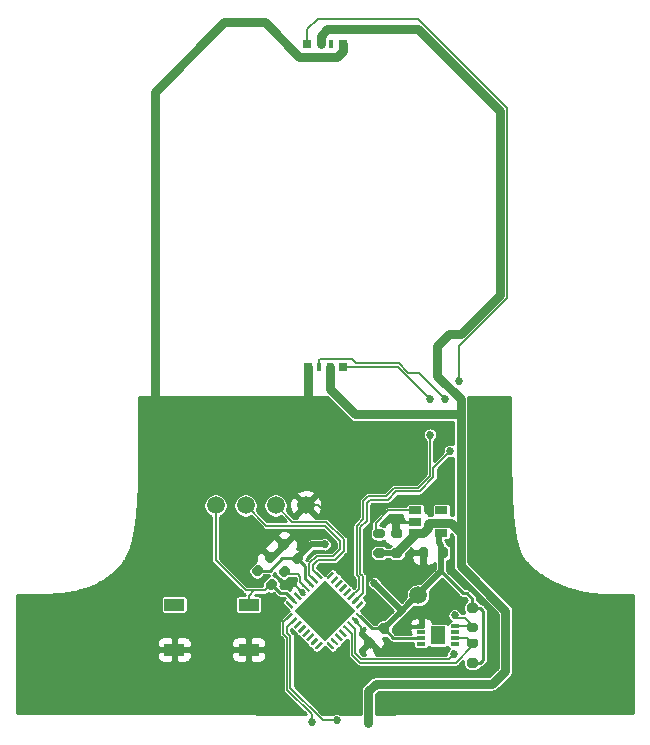
<source format=gbr>
G04 #@! TF.GenerationSoftware,KiCad,Pcbnew,(5.1.8)-1*
G04 #@! TF.CreationDate,2021-05-02T00:16:01-04:00*
G04 #@! TF.ProjectId,CryptoRosette,43727970-746f-4526-9f73-657474652e6b,1*
G04 #@! TF.SameCoordinates,Original*
G04 #@! TF.FileFunction,Copper,L2,Bot*
G04 #@! TF.FilePolarity,Positive*
%FSLAX46Y46*%
G04 Gerber Fmt 4.6, Leading zero omitted, Abs format (unit mm)*
G04 Created by KiCad (PCBNEW (5.1.8)-1) date 2021-05-02 00:16:01*
%MOMM*%
%LPD*%
G01*
G04 APERTURE LIST*
G04 #@! TA.AperFunction,SMDPad,CuDef*
%ADD10R,1.700000X1.000000*%
G04 #@! TD*
G04 #@! TA.AperFunction,SMDPad,CuDef*
%ADD11C,1.500000*%
G04 #@! TD*
G04 #@! TA.AperFunction,SMDPad,CuDef*
%ADD12C,0.152400*%
G04 #@! TD*
G04 #@! TA.AperFunction,SMDPad,CuDef*
%ADD13R,1.060000X0.650000*%
G04 #@! TD*
G04 #@! TA.AperFunction,SMDPad,CuDef*
%ADD14R,0.750000X0.300000*%
G04 #@! TD*
G04 #@! TA.AperFunction,SMDPad,CuDef*
%ADD15R,1.300000X1.500000*%
G04 #@! TD*
G04 #@! TA.AperFunction,SMDPad,CuDef*
%ADD16R,0.800000X0.800000*%
G04 #@! TD*
G04 #@! TA.AperFunction,SMDPad,CuDef*
%ADD17R,0.400000X0.800000*%
G04 #@! TD*
G04 #@! TA.AperFunction,SMDPad,CuDef*
%ADD18R,0.600000X0.800000*%
G04 #@! TD*
G04 #@! TA.AperFunction,SMDPad,CuDef*
%ADD19R,0.750000X0.800000*%
G04 #@! TD*
G04 #@! TA.AperFunction,ViaPad*
%ADD20C,0.685800*%
G04 #@! TD*
G04 #@! TA.AperFunction,Conductor*
%ADD21C,0.152400*%
G04 #@! TD*
G04 #@! TA.AperFunction,Conductor*
%ADD22C,0.254000*%
G04 #@! TD*
G04 #@! TA.AperFunction,Conductor*
%ADD23C,0.762000*%
G04 #@! TD*
G04 #@! TA.AperFunction,Conductor*
%ADD24C,0.508000*%
G04 #@! TD*
G04 APERTURE END LIST*
G04 #@! TA.AperFunction,SMDPad,CuDef*
G36*
G01*
X150306066Y-106794975D02*
X150694975Y-106406066D01*
G75*
G02*
X150977817Y-106406066I141421J-141421D01*
G01*
X151260660Y-106688909D01*
G75*
G02*
X151260660Y-106971751I-141421J-141421D01*
G01*
X150871751Y-107360660D01*
G75*
G02*
X150588909Y-107360660I-141421J141421D01*
G01*
X150306066Y-107077817D01*
G75*
G02*
X150306066Y-106794975I141421J141421D01*
G01*
G37*
G04 #@! TD.AperFunction*
G04 #@! TA.AperFunction,SMDPad,CuDef*
G36*
G01*
X149139340Y-105628249D02*
X149528249Y-105239340D01*
G75*
G02*
X149811091Y-105239340I141421J-141421D01*
G01*
X150093934Y-105522183D01*
G75*
G02*
X150093934Y-105805025I-141421J-141421D01*
G01*
X149705025Y-106193934D01*
G75*
G02*
X149422183Y-106193934I-141421J141421D01*
G01*
X149139340Y-105911091D01*
G75*
G02*
X149139340Y-105628249I141421J141421D01*
G01*
G37*
G04 #@! TD.AperFunction*
G04 #@! TA.AperFunction,SMDPad,CuDef*
G36*
G01*
X152360660Y-105871751D02*
X151971751Y-106260660D01*
G75*
G02*
X151688909Y-106260660I-141421J141421D01*
G01*
X151406066Y-105977817D01*
G75*
G02*
X151406066Y-105694975I141421J141421D01*
G01*
X151794975Y-105306066D01*
G75*
G02*
X152077817Y-105306066I141421J-141421D01*
G01*
X152360660Y-105588909D01*
G75*
G02*
X152360660Y-105871751I-141421J-141421D01*
G01*
G37*
G04 #@! TD.AperFunction*
G04 #@! TA.AperFunction,SMDPad,CuDef*
G36*
G01*
X151193934Y-104705025D02*
X150805025Y-105093934D01*
G75*
G02*
X150522183Y-105093934I-141421J141421D01*
G01*
X150239340Y-104811091D01*
G75*
G02*
X150239340Y-104528249I141421J141421D01*
G01*
X150628249Y-104139340D01*
G75*
G02*
X150911091Y-104139340I141421J-141421D01*
G01*
X151193934Y-104422183D01*
G75*
G02*
X151193934Y-104705025I-141421J-141421D01*
G01*
G37*
G04 #@! TD.AperFunction*
G04 #@! TA.AperFunction,SMDPad,CuDef*
G36*
G01*
X158105025Y-112406066D02*
X158493934Y-112794975D01*
G75*
G02*
X158493934Y-113077817I-141421J-141421D01*
G01*
X158211091Y-113360660D01*
G75*
G02*
X157928249Y-113360660I-141421J141421D01*
G01*
X157539340Y-112971751D01*
G75*
G02*
X157539340Y-112688909I141421J141421D01*
G01*
X157822183Y-112406066D01*
G75*
G02*
X158105025Y-112406066I141421J-141421D01*
G01*
G37*
G04 #@! TD.AperFunction*
G04 #@! TA.AperFunction,SMDPad,CuDef*
G36*
G01*
X159271751Y-111239340D02*
X159660660Y-111628249D01*
G75*
G02*
X159660660Y-111911091I-141421J-141421D01*
G01*
X159377817Y-112193934D01*
G75*
G02*
X159094975Y-112193934I-141421J141421D01*
G01*
X158706066Y-111805025D01*
G75*
G02*
X158706066Y-111522183I141421J141421D01*
G01*
X158988909Y-111239340D01*
G75*
G02*
X159271751Y-111239340I141421J-141421D01*
G01*
G37*
G04 #@! TD.AperFunction*
G04 #@! TA.AperFunction,SMDPad,CuDef*
G36*
G01*
X160575000Y-104075000D02*
X160025000Y-104075000D01*
G75*
G02*
X159825000Y-103875000I0J200000D01*
G01*
X159825000Y-103475000D01*
G75*
G02*
X160025000Y-103275000I200000J0D01*
G01*
X160575000Y-103275000D01*
G75*
G02*
X160775000Y-103475000I0J-200000D01*
G01*
X160775000Y-103875000D01*
G75*
G02*
X160575000Y-104075000I-200000J0D01*
G01*
G37*
G04 #@! TD.AperFunction*
G04 #@! TA.AperFunction,SMDPad,CuDef*
G36*
G01*
X160575000Y-105725000D02*
X160025000Y-105725000D01*
G75*
G02*
X159825000Y-105525000I0J200000D01*
G01*
X159825000Y-105125000D01*
G75*
G02*
X160025000Y-104925000I200000J0D01*
G01*
X160575000Y-104925000D01*
G75*
G02*
X160775000Y-105125000I0J-200000D01*
G01*
X160775000Y-105525000D01*
G75*
G02*
X160575000Y-105725000I-200000J0D01*
G01*
G37*
G04 #@! TD.AperFunction*
G04 #@! TA.AperFunction,SMDPad,CuDef*
G36*
G01*
X164625000Y-105025000D02*
X164625000Y-105575000D01*
G75*
G02*
X164425000Y-105775000I-200000J0D01*
G01*
X164025000Y-105775000D01*
G75*
G02*
X163825000Y-105575000I0J200000D01*
G01*
X163825000Y-105025000D01*
G75*
G02*
X164025000Y-104825000I200000J0D01*
G01*
X164425000Y-104825000D01*
G75*
G02*
X164625000Y-105025000I0J-200000D01*
G01*
G37*
G04 #@! TD.AperFunction*
G04 #@! TA.AperFunction,SMDPad,CuDef*
G36*
G01*
X162975000Y-105025000D02*
X162975000Y-105575000D01*
G75*
G02*
X162775000Y-105775000I-200000J0D01*
G01*
X162375000Y-105775000D01*
G75*
G02*
X162175000Y-105575000I0J200000D01*
G01*
X162175000Y-105025000D01*
G75*
G02*
X162375000Y-104825000I200000J0D01*
G01*
X162775000Y-104825000D01*
G75*
G02*
X162975000Y-105025000I0J-200000D01*
G01*
G37*
G04 #@! TD.AperFunction*
G04 #@! TA.AperFunction,SMDPad,CuDef*
G36*
G01*
X158525000Y-103275000D02*
X159075000Y-103275000D01*
G75*
G02*
X159275000Y-103475000I0J-200000D01*
G01*
X159275000Y-103875000D01*
G75*
G02*
X159075000Y-104075000I-200000J0D01*
G01*
X158525000Y-104075000D01*
G75*
G02*
X158325000Y-103875000I0J200000D01*
G01*
X158325000Y-103475000D01*
G75*
G02*
X158525000Y-103275000I200000J0D01*
G01*
G37*
G04 #@! TD.AperFunction*
G04 #@! TA.AperFunction,SMDPad,CuDef*
G36*
G01*
X158525000Y-104925000D02*
X159075000Y-104925000D01*
G75*
G02*
X159275000Y-105125000I0J-200000D01*
G01*
X159275000Y-105525000D01*
G75*
G02*
X159075000Y-105725000I-200000J0D01*
G01*
X158525000Y-105725000D01*
G75*
G02*
X158325000Y-105525000I0J200000D01*
G01*
X158325000Y-105125000D01*
G75*
G02*
X158525000Y-104925000I200000J0D01*
G01*
G37*
G04 #@! TD.AperFunction*
G04 #@! TA.AperFunction,SMDPad,CuDef*
G36*
G01*
X150160660Y-108071751D02*
X149771751Y-108460660D01*
G75*
G02*
X149488909Y-108460660I-141421J141421D01*
G01*
X149206066Y-108177817D01*
G75*
G02*
X149206066Y-107894975I141421J141421D01*
G01*
X149594975Y-107506066D01*
G75*
G02*
X149877817Y-107506066I141421J-141421D01*
G01*
X150160660Y-107788909D01*
G75*
G02*
X150160660Y-108071751I-141421J-141421D01*
G01*
G37*
G04 #@! TD.AperFunction*
G04 #@! TA.AperFunction,SMDPad,CuDef*
G36*
G01*
X148993934Y-106905025D02*
X148605025Y-107293934D01*
G75*
G02*
X148322183Y-107293934I-141421J141421D01*
G01*
X148039340Y-107011091D01*
G75*
G02*
X148039340Y-106728249I141421J141421D01*
G01*
X148428249Y-106339340D01*
G75*
G02*
X148711091Y-106339340I141421J-141421D01*
G01*
X148993934Y-106622183D01*
G75*
G02*
X148993934Y-106905025I-141421J-141421D01*
G01*
G37*
G04 #@! TD.AperFunction*
D10*
X147750000Y-109700000D03*
X141450000Y-109700000D03*
X147750000Y-113500000D03*
X141450000Y-113500000D03*
D11*
X162100000Y-108900000D03*
X147500000Y-101300000D03*
X150040000Y-101300000D03*
X152580000Y-101300000D03*
X144960000Y-101300000D03*
G04 #@! TA.AperFunction,SMDPad,CuDef*
G36*
G01*
X154913623Y-106903115D02*
X155002012Y-106991504D01*
G75*
G02*
X155002012Y-107079892I-44194J-44194D01*
G01*
X154524715Y-107557189D01*
G75*
G02*
X154436327Y-107557189I-44194J44194D01*
G01*
X154347938Y-107468800D01*
G75*
G02*
X154347938Y-107380412I44194J44194D01*
G01*
X154825235Y-106903115D01*
G75*
G02*
X154913623Y-106903115I44194J-44194D01*
G01*
G37*
G04 #@! TD.AperFunction*
G04 #@! TA.AperFunction,SMDPad,CuDef*
G36*
G01*
X155267176Y-107256668D02*
X155355565Y-107345057D01*
G75*
G02*
X155355565Y-107433445I-44194J-44194D01*
G01*
X154878268Y-107910742D01*
G75*
G02*
X154789880Y-107910742I-44194J44194D01*
G01*
X154701491Y-107822353D01*
G75*
G02*
X154701491Y-107733965I44194J44194D01*
G01*
X155178788Y-107256668D01*
G75*
G02*
X155267176Y-107256668I44194J-44194D01*
G01*
G37*
G04 #@! TD.AperFunction*
G04 #@! TA.AperFunction,SMDPad,CuDef*
G36*
G01*
X155620730Y-107610221D02*
X155709119Y-107698610D01*
G75*
G02*
X155709119Y-107786998I-44194J-44194D01*
G01*
X155231822Y-108264295D01*
G75*
G02*
X155143434Y-108264295I-44194J44194D01*
G01*
X155055045Y-108175906D01*
G75*
G02*
X155055045Y-108087518I44194J44194D01*
G01*
X155532342Y-107610221D01*
G75*
G02*
X155620730Y-107610221I44194J-44194D01*
G01*
G37*
G04 #@! TD.AperFunction*
G04 #@! TA.AperFunction,SMDPad,CuDef*
G36*
G01*
X155974283Y-107963775D02*
X156062672Y-108052164D01*
G75*
G02*
X156062672Y-108140552I-44194J-44194D01*
G01*
X155585375Y-108617849D01*
G75*
G02*
X155496987Y-108617849I-44194J44194D01*
G01*
X155408598Y-108529460D01*
G75*
G02*
X155408598Y-108441072I44194J44194D01*
G01*
X155885895Y-107963775D01*
G75*
G02*
X155974283Y-107963775I44194J-44194D01*
G01*
G37*
G04 #@! TD.AperFunction*
G04 #@! TA.AperFunction,SMDPad,CuDef*
G36*
G01*
X156327836Y-108317328D02*
X156416225Y-108405717D01*
G75*
G02*
X156416225Y-108494105I-44194J-44194D01*
G01*
X155938928Y-108971402D01*
G75*
G02*
X155850540Y-108971402I-44194J44194D01*
G01*
X155762151Y-108883013D01*
G75*
G02*
X155762151Y-108794625I44194J44194D01*
G01*
X156239448Y-108317328D01*
G75*
G02*
X156327836Y-108317328I44194J-44194D01*
G01*
G37*
G04 #@! TD.AperFunction*
G04 #@! TA.AperFunction,SMDPad,CuDef*
G36*
G01*
X156681390Y-108670881D02*
X156769779Y-108759270D01*
G75*
G02*
X156769779Y-108847658I-44194J-44194D01*
G01*
X156292482Y-109324955D01*
G75*
G02*
X156204094Y-109324955I-44194J44194D01*
G01*
X156115705Y-109236566D01*
G75*
G02*
X156115705Y-109148178I44194J44194D01*
G01*
X156593002Y-108670881D01*
G75*
G02*
X156681390Y-108670881I44194J-44194D01*
G01*
G37*
G04 #@! TD.AperFunction*
G04 #@! TA.AperFunction,SMDPad,CuDef*
G36*
G01*
X157034943Y-109024435D02*
X157123332Y-109112824D01*
G75*
G02*
X157123332Y-109201212I-44194J-44194D01*
G01*
X156646035Y-109678509D01*
G75*
G02*
X156557647Y-109678509I-44194J44194D01*
G01*
X156469258Y-109590120D01*
G75*
G02*
X156469258Y-109501732I44194J44194D01*
G01*
X156946555Y-109024435D01*
G75*
G02*
X157034943Y-109024435I44194J-44194D01*
G01*
G37*
G04 #@! TD.AperFunction*
G04 #@! TA.AperFunction,SMDPad,CuDef*
G36*
G01*
X157388496Y-109377988D02*
X157476885Y-109466377D01*
G75*
G02*
X157476885Y-109554765I-44194J-44194D01*
G01*
X156999588Y-110032062D01*
G75*
G02*
X156911200Y-110032062I-44194J44194D01*
G01*
X156822811Y-109943673D01*
G75*
G02*
X156822811Y-109855285I44194J44194D01*
G01*
X157300108Y-109377988D01*
G75*
G02*
X157388496Y-109377988I44194J-44194D01*
G01*
G37*
G04 #@! TD.AperFunction*
G04 #@! TA.AperFunction,SMDPad,CuDef*
G36*
G01*
X156999588Y-110367938D02*
X157476885Y-110845235D01*
G75*
G02*
X157476885Y-110933623I-44194J-44194D01*
G01*
X157388496Y-111022012D01*
G75*
G02*
X157300108Y-111022012I-44194J44194D01*
G01*
X156822811Y-110544715D01*
G75*
G02*
X156822811Y-110456327I44194J44194D01*
G01*
X156911200Y-110367938D01*
G75*
G02*
X156999588Y-110367938I44194J-44194D01*
G01*
G37*
G04 #@! TD.AperFunction*
G04 #@! TA.AperFunction,SMDPad,CuDef*
G36*
G01*
X156646035Y-110721491D02*
X157123332Y-111198788D01*
G75*
G02*
X157123332Y-111287176I-44194J-44194D01*
G01*
X157034943Y-111375565D01*
G75*
G02*
X156946555Y-111375565I-44194J44194D01*
G01*
X156469258Y-110898268D01*
G75*
G02*
X156469258Y-110809880I44194J44194D01*
G01*
X156557647Y-110721491D01*
G75*
G02*
X156646035Y-110721491I44194J-44194D01*
G01*
G37*
G04 #@! TD.AperFunction*
G04 #@! TA.AperFunction,SMDPad,CuDef*
G36*
G01*
X156292482Y-111075045D02*
X156769779Y-111552342D01*
G75*
G02*
X156769779Y-111640730I-44194J-44194D01*
G01*
X156681390Y-111729119D01*
G75*
G02*
X156593002Y-111729119I-44194J44194D01*
G01*
X156115705Y-111251822D01*
G75*
G02*
X156115705Y-111163434I44194J44194D01*
G01*
X156204094Y-111075045D01*
G75*
G02*
X156292482Y-111075045I44194J-44194D01*
G01*
G37*
G04 #@! TD.AperFunction*
G04 #@! TA.AperFunction,SMDPad,CuDef*
G36*
G01*
X155938928Y-111428598D02*
X156416225Y-111905895D01*
G75*
G02*
X156416225Y-111994283I-44194J-44194D01*
G01*
X156327836Y-112082672D01*
G75*
G02*
X156239448Y-112082672I-44194J44194D01*
G01*
X155762151Y-111605375D01*
G75*
G02*
X155762151Y-111516987I44194J44194D01*
G01*
X155850540Y-111428598D01*
G75*
G02*
X155938928Y-111428598I44194J-44194D01*
G01*
G37*
G04 #@! TD.AperFunction*
G04 #@! TA.AperFunction,SMDPad,CuDef*
G36*
G01*
X155585375Y-111782151D02*
X156062672Y-112259448D01*
G75*
G02*
X156062672Y-112347836I-44194J-44194D01*
G01*
X155974283Y-112436225D01*
G75*
G02*
X155885895Y-112436225I-44194J44194D01*
G01*
X155408598Y-111958928D01*
G75*
G02*
X155408598Y-111870540I44194J44194D01*
G01*
X155496987Y-111782151D01*
G75*
G02*
X155585375Y-111782151I44194J-44194D01*
G01*
G37*
G04 #@! TD.AperFunction*
G04 #@! TA.AperFunction,SMDPad,CuDef*
G36*
G01*
X155231822Y-112135705D02*
X155709119Y-112613002D01*
G75*
G02*
X155709119Y-112701390I-44194J-44194D01*
G01*
X155620730Y-112789779D01*
G75*
G02*
X155532342Y-112789779I-44194J44194D01*
G01*
X155055045Y-112312482D01*
G75*
G02*
X155055045Y-112224094I44194J44194D01*
G01*
X155143434Y-112135705D01*
G75*
G02*
X155231822Y-112135705I44194J-44194D01*
G01*
G37*
G04 #@! TD.AperFunction*
G04 #@! TA.AperFunction,SMDPad,CuDef*
G36*
G01*
X154878268Y-112489258D02*
X155355565Y-112966555D01*
G75*
G02*
X155355565Y-113054943I-44194J-44194D01*
G01*
X155267176Y-113143332D01*
G75*
G02*
X155178788Y-113143332I-44194J44194D01*
G01*
X154701491Y-112666035D01*
G75*
G02*
X154701491Y-112577647I44194J44194D01*
G01*
X154789880Y-112489258D01*
G75*
G02*
X154878268Y-112489258I44194J-44194D01*
G01*
G37*
G04 #@! TD.AperFunction*
G04 #@! TA.AperFunction,SMDPad,CuDef*
G36*
G01*
X154524715Y-112842811D02*
X155002012Y-113320108D01*
G75*
G02*
X155002012Y-113408496I-44194J-44194D01*
G01*
X154913623Y-113496885D01*
G75*
G02*
X154825235Y-113496885I-44194J44194D01*
G01*
X154347938Y-113019588D01*
G75*
G02*
X154347938Y-112931200I44194J44194D01*
G01*
X154436327Y-112842811D01*
G75*
G02*
X154524715Y-112842811I44194J-44194D01*
G01*
G37*
G04 #@! TD.AperFunction*
G04 #@! TA.AperFunction,SMDPad,CuDef*
G36*
G01*
X153923673Y-112842811D02*
X154012062Y-112931200D01*
G75*
G02*
X154012062Y-113019588I-44194J-44194D01*
G01*
X153534765Y-113496885D01*
G75*
G02*
X153446377Y-113496885I-44194J44194D01*
G01*
X153357988Y-113408496D01*
G75*
G02*
X153357988Y-113320108I44194J44194D01*
G01*
X153835285Y-112842811D01*
G75*
G02*
X153923673Y-112842811I44194J-44194D01*
G01*
G37*
G04 #@! TD.AperFunction*
G04 #@! TA.AperFunction,SMDPad,CuDef*
G36*
G01*
X153570120Y-112489258D02*
X153658509Y-112577647D01*
G75*
G02*
X153658509Y-112666035I-44194J-44194D01*
G01*
X153181212Y-113143332D01*
G75*
G02*
X153092824Y-113143332I-44194J44194D01*
G01*
X153004435Y-113054943D01*
G75*
G02*
X153004435Y-112966555I44194J44194D01*
G01*
X153481732Y-112489258D01*
G75*
G02*
X153570120Y-112489258I44194J-44194D01*
G01*
G37*
G04 #@! TD.AperFunction*
G04 #@! TA.AperFunction,SMDPad,CuDef*
G36*
G01*
X153216566Y-112135705D02*
X153304955Y-112224094D01*
G75*
G02*
X153304955Y-112312482I-44194J-44194D01*
G01*
X152827658Y-112789779D01*
G75*
G02*
X152739270Y-112789779I-44194J44194D01*
G01*
X152650881Y-112701390D01*
G75*
G02*
X152650881Y-112613002I44194J44194D01*
G01*
X153128178Y-112135705D01*
G75*
G02*
X153216566Y-112135705I44194J-44194D01*
G01*
G37*
G04 #@! TD.AperFunction*
G04 #@! TA.AperFunction,SMDPad,CuDef*
G36*
G01*
X152863013Y-111782151D02*
X152951402Y-111870540D01*
G75*
G02*
X152951402Y-111958928I-44194J-44194D01*
G01*
X152474105Y-112436225D01*
G75*
G02*
X152385717Y-112436225I-44194J44194D01*
G01*
X152297328Y-112347836D01*
G75*
G02*
X152297328Y-112259448I44194J44194D01*
G01*
X152774625Y-111782151D01*
G75*
G02*
X152863013Y-111782151I44194J-44194D01*
G01*
G37*
G04 #@! TD.AperFunction*
G04 #@! TA.AperFunction,SMDPad,CuDef*
G36*
G01*
X152509460Y-111428598D02*
X152597849Y-111516987D01*
G75*
G02*
X152597849Y-111605375I-44194J-44194D01*
G01*
X152120552Y-112082672D01*
G75*
G02*
X152032164Y-112082672I-44194J44194D01*
G01*
X151943775Y-111994283D01*
G75*
G02*
X151943775Y-111905895I44194J44194D01*
G01*
X152421072Y-111428598D01*
G75*
G02*
X152509460Y-111428598I44194J-44194D01*
G01*
G37*
G04 #@! TD.AperFunction*
G04 #@! TA.AperFunction,SMDPad,CuDef*
G36*
G01*
X152155906Y-111075045D02*
X152244295Y-111163434D01*
G75*
G02*
X152244295Y-111251822I-44194J-44194D01*
G01*
X151766998Y-111729119D01*
G75*
G02*
X151678610Y-111729119I-44194J44194D01*
G01*
X151590221Y-111640730D01*
G75*
G02*
X151590221Y-111552342I44194J44194D01*
G01*
X152067518Y-111075045D01*
G75*
G02*
X152155906Y-111075045I44194J-44194D01*
G01*
G37*
G04 #@! TD.AperFunction*
G04 #@! TA.AperFunction,SMDPad,CuDef*
G36*
G01*
X151802353Y-110721491D02*
X151890742Y-110809880D01*
G75*
G02*
X151890742Y-110898268I-44194J-44194D01*
G01*
X151413445Y-111375565D01*
G75*
G02*
X151325057Y-111375565I-44194J44194D01*
G01*
X151236668Y-111287176D01*
G75*
G02*
X151236668Y-111198788I44194J44194D01*
G01*
X151713965Y-110721491D01*
G75*
G02*
X151802353Y-110721491I44194J-44194D01*
G01*
G37*
G04 #@! TD.AperFunction*
G04 #@! TA.AperFunction,SMDPad,CuDef*
G36*
G01*
X151448800Y-110367938D02*
X151537189Y-110456327D01*
G75*
G02*
X151537189Y-110544715I-44194J-44194D01*
G01*
X151059892Y-111022012D01*
G75*
G02*
X150971504Y-111022012I-44194J44194D01*
G01*
X150883115Y-110933623D01*
G75*
G02*
X150883115Y-110845235I44194J44194D01*
G01*
X151360412Y-110367938D01*
G75*
G02*
X151448800Y-110367938I44194J-44194D01*
G01*
G37*
G04 #@! TD.AperFunction*
G04 #@! TA.AperFunction,SMDPad,CuDef*
G36*
G01*
X151059892Y-109377988D02*
X151537189Y-109855285D01*
G75*
G02*
X151537189Y-109943673I-44194J-44194D01*
G01*
X151448800Y-110032062D01*
G75*
G02*
X151360412Y-110032062I-44194J44194D01*
G01*
X150883115Y-109554765D01*
G75*
G02*
X150883115Y-109466377I44194J44194D01*
G01*
X150971504Y-109377988D01*
G75*
G02*
X151059892Y-109377988I44194J-44194D01*
G01*
G37*
G04 #@! TD.AperFunction*
G04 #@! TA.AperFunction,SMDPad,CuDef*
G36*
G01*
X151413445Y-109024435D02*
X151890742Y-109501732D01*
G75*
G02*
X151890742Y-109590120I-44194J-44194D01*
G01*
X151802353Y-109678509D01*
G75*
G02*
X151713965Y-109678509I-44194J44194D01*
G01*
X151236668Y-109201212D01*
G75*
G02*
X151236668Y-109112824I44194J44194D01*
G01*
X151325057Y-109024435D01*
G75*
G02*
X151413445Y-109024435I44194J-44194D01*
G01*
G37*
G04 #@! TD.AperFunction*
G04 #@! TA.AperFunction,SMDPad,CuDef*
G36*
G01*
X151766998Y-108670881D02*
X152244295Y-109148178D01*
G75*
G02*
X152244295Y-109236566I-44194J-44194D01*
G01*
X152155906Y-109324955D01*
G75*
G02*
X152067518Y-109324955I-44194J44194D01*
G01*
X151590221Y-108847658D01*
G75*
G02*
X151590221Y-108759270I44194J44194D01*
G01*
X151678610Y-108670881D01*
G75*
G02*
X151766998Y-108670881I44194J-44194D01*
G01*
G37*
G04 #@! TD.AperFunction*
G04 #@! TA.AperFunction,SMDPad,CuDef*
G36*
G01*
X152120552Y-108317328D02*
X152597849Y-108794625D01*
G75*
G02*
X152597849Y-108883013I-44194J-44194D01*
G01*
X152509460Y-108971402D01*
G75*
G02*
X152421072Y-108971402I-44194J44194D01*
G01*
X151943775Y-108494105D01*
G75*
G02*
X151943775Y-108405717I44194J44194D01*
G01*
X152032164Y-108317328D01*
G75*
G02*
X152120552Y-108317328I44194J-44194D01*
G01*
G37*
G04 #@! TD.AperFunction*
G04 #@! TA.AperFunction,SMDPad,CuDef*
G36*
G01*
X152474105Y-107963775D02*
X152951402Y-108441072D01*
G75*
G02*
X152951402Y-108529460I-44194J-44194D01*
G01*
X152863013Y-108617849D01*
G75*
G02*
X152774625Y-108617849I-44194J44194D01*
G01*
X152297328Y-108140552D01*
G75*
G02*
X152297328Y-108052164I44194J44194D01*
G01*
X152385717Y-107963775D01*
G75*
G02*
X152474105Y-107963775I44194J-44194D01*
G01*
G37*
G04 #@! TD.AperFunction*
G04 #@! TA.AperFunction,SMDPad,CuDef*
G36*
G01*
X152827658Y-107610221D02*
X153304955Y-108087518D01*
G75*
G02*
X153304955Y-108175906I-44194J-44194D01*
G01*
X153216566Y-108264295D01*
G75*
G02*
X153128178Y-108264295I-44194J44194D01*
G01*
X152650881Y-107786998D01*
G75*
G02*
X152650881Y-107698610I44194J44194D01*
G01*
X152739270Y-107610221D01*
G75*
G02*
X152827658Y-107610221I44194J-44194D01*
G01*
G37*
G04 #@! TD.AperFunction*
G04 #@! TA.AperFunction,SMDPad,CuDef*
G36*
G01*
X153181212Y-107256668D02*
X153658509Y-107733965D01*
G75*
G02*
X153658509Y-107822353I-44194J-44194D01*
G01*
X153570120Y-107910742D01*
G75*
G02*
X153481732Y-107910742I-44194J44194D01*
G01*
X153004435Y-107433445D01*
G75*
G02*
X153004435Y-107345057I44194J44194D01*
G01*
X153092824Y-107256668D01*
G75*
G02*
X153181212Y-107256668I44194J-44194D01*
G01*
G37*
G04 #@! TD.AperFunction*
G04 #@! TA.AperFunction,SMDPad,CuDef*
G36*
G01*
X153534765Y-106903115D02*
X154012062Y-107380412D01*
G75*
G02*
X154012062Y-107468800I-44194J-44194D01*
G01*
X153923673Y-107557189D01*
G75*
G02*
X153835285Y-107557189I-44194J44194D01*
G01*
X153357988Y-107079892D01*
G75*
G02*
X153357988Y-106991504I44194J44194D01*
G01*
X153446377Y-106903115D01*
G75*
G02*
X153534765Y-106903115I44194J-44194D01*
G01*
G37*
G04 #@! TD.AperFunction*
G04 #@! TA.AperFunction,SMDPad,CuDef*
D12*
G36*
X154180000Y-107654416D02*
G01*
X156725584Y-110200000D01*
X154180000Y-112745584D01*
X151634416Y-110200000D01*
X154180000Y-107654416D01*
G37*
G04 #@! TD.AperFunction*
D13*
X161880000Y-103620000D03*
X161880000Y-102670000D03*
X161880000Y-101720000D03*
X164080000Y-101720000D03*
X164080000Y-103620000D03*
G04 #@! TA.AperFunction,SMDPad,CuDef*
G36*
G01*
X166975000Y-112025000D02*
X166425000Y-112025000D01*
G75*
G02*
X166225000Y-111825000I0J200000D01*
G01*
X166225000Y-111425000D01*
G75*
G02*
X166425000Y-111225000I200000J0D01*
G01*
X166975000Y-111225000D01*
G75*
G02*
X167175000Y-111425000I0J-200000D01*
G01*
X167175000Y-111825000D01*
G75*
G02*
X166975000Y-112025000I-200000J0D01*
G01*
G37*
G04 #@! TD.AperFunction*
G04 #@! TA.AperFunction,SMDPad,CuDef*
G36*
G01*
X166975000Y-110375000D02*
X166425000Y-110375000D01*
G75*
G02*
X166225000Y-110175000I0J200000D01*
G01*
X166225000Y-109775000D01*
G75*
G02*
X166425000Y-109575000I200000J0D01*
G01*
X166975000Y-109575000D01*
G75*
G02*
X167175000Y-109775000I0J-200000D01*
G01*
X167175000Y-110175000D01*
G75*
G02*
X166975000Y-110375000I-200000J0D01*
G01*
G37*
G04 #@! TD.AperFunction*
G04 #@! TA.AperFunction,SMDPad,CuDef*
G36*
G01*
X166425000Y-114225000D02*
X166975000Y-114225000D01*
G75*
G02*
X167175000Y-114425000I0J-200000D01*
G01*
X167175000Y-114825000D01*
G75*
G02*
X166975000Y-115025000I-200000J0D01*
G01*
X166425000Y-115025000D01*
G75*
G02*
X166225000Y-114825000I0J200000D01*
G01*
X166225000Y-114425000D01*
G75*
G02*
X166425000Y-114225000I200000J0D01*
G01*
G37*
G04 #@! TD.AperFunction*
G04 #@! TA.AperFunction,SMDPad,CuDef*
G36*
G01*
X166425000Y-112575000D02*
X166975000Y-112575000D01*
G75*
G02*
X167175000Y-112775000I0J-200000D01*
G01*
X167175000Y-113175000D01*
G75*
G02*
X166975000Y-113375000I-200000J0D01*
G01*
X166425000Y-113375000D01*
G75*
G02*
X166225000Y-113175000I0J200000D01*
G01*
X166225000Y-112775000D01*
G75*
G02*
X166425000Y-112575000I200000J0D01*
G01*
G37*
G04 #@! TD.AperFunction*
D14*
X162350000Y-113050000D03*
X162350000Y-112550000D03*
X162350000Y-112050000D03*
X162350000Y-111550000D03*
X165250000Y-111550000D03*
X165250000Y-112050000D03*
X165250000Y-112550000D03*
X165250000Y-113050000D03*
D15*
X163800000Y-112300000D03*
D16*
X152746333Y-89560000D03*
D17*
X153726333Y-89560000D03*
D18*
X154606333Y-89560000D03*
D19*
X155731333Y-89560000D03*
X152721333Y-62240000D03*
D18*
X153846333Y-62240000D03*
D17*
X154726333Y-62240000D03*
D16*
X155706333Y-62240000D03*
D20*
X160100000Y-102600000D03*
X162600000Y-106500000D03*
X154100000Y-101800000D03*
X149900000Y-103800000D03*
X148700000Y-105100000D03*
X151400000Y-107800000D03*
X149600000Y-113900000D03*
X150100000Y-118400000D03*
X158600000Y-113600000D03*
X161200000Y-111400000D03*
X174000000Y-114000000D03*
X155700000Y-114200000D03*
X152500000Y-114200000D03*
X158400000Y-107900000D03*
X154200000Y-104600000D03*
X157900000Y-119700000D03*
X153100000Y-119600000D03*
X155200000Y-119500000D03*
X165200000Y-110600000D03*
X165100000Y-113900000D03*
X164400000Y-92300000D03*
X165600000Y-90800000D03*
X163100000Y-95300000D03*
X163100000Y-92300000D03*
X164800000Y-96700000D03*
D21*
X152144390Y-107810837D02*
X152624365Y-108290812D01*
X152144390Y-107344390D02*
X152144390Y-107810837D01*
X151000000Y-107100000D02*
X150783363Y-106883363D01*
X151900000Y-107100000D02*
X151000000Y-107100000D01*
X151900000Y-107100000D02*
X152144390Y-107344390D01*
D22*
X158016637Y-112883363D02*
X158016637Y-113283363D01*
X161350000Y-111550000D02*
X161200000Y-111400000D01*
X162350000Y-111550000D02*
X161350000Y-111550000D01*
D21*
X158016637Y-113016637D02*
X158600000Y-113600000D01*
X158016637Y-112883363D02*
X158016637Y-113016637D01*
X156796295Y-111048528D02*
X157300000Y-111552233D01*
X150716637Y-104616637D02*
X149616637Y-105716637D01*
X150716637Y-104516637D02*
X150000000Y-103800000D01*
X150716637Y-104616637D02*
X150716637Y-104516637D01*
X149416637Y-105716637D02*
X148800000Y-105100000D01*
X149616637Y-105716637D02*
X149416637Y-105716637D01*
X151426447Y-107800000D02*
X152270812Y-108644365D01*
D22*
X160000000Y-103675000D02*
X160000000Y-102700000D01*
X160170000Y-102670000D02*
X160100000Y-102600000D01*
X161680000Y-102670000D02*
X160170000Y-102670000D01*
D23*
X150100000Y-118400000D02*
X149600000Y-117900000D01*
X149600000Y-117900000D02*
X149600000Y-113900000D01*
D21*
X149200000Y-113500000D02*
X149600000Y-113900000D01*
X147750000Y-113500000D02*
X149200000Y-113500000D01*
X162375000Y-106275000D02*
X162600000Y-106500000D01*
X162375000Y-105300000D02*
X162375000Y-106275000D01*
X153600000Y-101300000D02*
X154100000Y-101800000D01*
X152580000Y-101300000D02*
X153600000Y-101300000D01*
X155706333Y-62240000D02*
X155706333Y-62593667D01*
D23*
X145694851Y-60405149D02*
X139800000Y-66300000D01*
X139800000Y-66300000D02*
X139800000Y-89800000D01*
X139800000Y-89800000D02*
X139800000Y-94000000D01*
X152746333Y-89560000D02*
X152746333Y-93453667D01*
X155706333Y-62820122D02*
X155226455Y-63300000D01*
X155706333Y-62240000D02*
X155706333Y-62820122D01*
X155226455Y-63300000D02*
X152046211Y-63300000D01*
X149151360Y-60405149D02*
X147994851Y-60405149D01*
X147994851Y-60405149D02*
X145694851Y-60405149D01*
X152046211Y-63300000D02*
X149151360Y-60405149D01*
D24*
X160000000Y-102700000D02*
X160100000Y-102600000D01*
X150000000Y-103800000D02*
X149900000Y-103800000D01*
X148800000Y-105100000D02*
X148700000Y-105100000D01*
X151426447Y-107800000D02*
X151400000Y-107800000D01*
D21*
X157300000Y-112166726D02*
X157300000Y-111900000D01*
X158016637Y-112883363D02*
X157300000Y-112166726D01*
X157300000Y-111900000D02*
X157300000Y-112000000D01*
X157300000Y-111552233D02*
X157300000Y-111900000D01*
D22*
X159183363Y-111716637D02*
X160016726Y-112550000D01*
X162350000Y-112550000D02*
X160016726Y-112550000D01*
X158171510Y-111716637D02*
X157149848Y-110694975D01*
X159183363Y-111716637D02*
X158171510Y-111716637D01*
X152977918Y-107937258D02*
X152500000Y-107459340D01*
X152500000Y-106400000D02*
X151883363Y-105783363D01*
X152500000Y-107459340D02*
X152500000Y-106400000D01*
X148516637Y-106816637D02*
X149583363Y-106816637D01*
X150616637Y-105783363D02*
X151883363Y-105783363D01*
X149583363Y-106816637D02*
X150616637Y-105783363D01*
D24*
X164025000Y-105300000D02*
X164025000Y-104625000D01*
X163880000Y-104480000D02*
X163880000Y-103620000D01*
X164025000Y-104625000D02*
X163880000Y-104480000D01*
X164025000Y-105300000D02*
X164025000Y-106875000D01*
X164025000Y-106875000D02*
X161300000Y-109600000D01*
X151883363Y-105783363D02*
X153066726Y-104600000D01*
X160700000Y-110200000D02*
X159183363Y-111716637D01*
X160100000Y-109600000D02*
X160700000Y-110200000D01*
X161300000Y-109600000D02*
X160700000Y-110200000D01*
D22*
X165875000Y-108725000D02*
X166225000Y-108725000D01*
X165875000Y-108725000D02*
X164025000Y-106875000D01*
X166700000Y-109200000D02*
X166700000Y-109975000D01*
X166225000Y-108725000D02*
X166700000Y-109200000D01*
X167375000Y-109975000D02*
X166700000Y-109975000D01*
X167600000Y-110200000D02*
X167375000Y-109975000D01*
X167600000Y-114400000D02*
X167600000Y-110200000D01*
X167375000Y-114625000D02*
X167600000Y-114400000D01*
X166700000Y-114625000D02*
X167375000Y-114625000D01*
D24*
X158400000Y-107900000D02*
X160100000Y-109600000D01*
X153066726Y-104600000D02*
X154200000Y-104600000D01*
D23*
X157900000Y-119700000D02*
X157900000Y-117000000D01*
X157900000Y-117000000D02*
X158500000Y-116400000D01*
X158500000Y-116400000D02*
X168400000Y-116400000D01*
X168400000Y-116400000D02*
X169500000Y-115300000D01*
X169500000Y-115300000D02*
X169500000Y-110200000D01*
X169500000Y-110200000D02*
X165700000Y-106400000D01*
X165700000Y-106400000D02*
X165700000Y-103600000D01*
X162545122Y-103620000D02*
X161680000Y-103620000D01*
X165700000Y-103600000D02*
X164861599Y-102761599D01*
X161900000Y-103645000D02*
X160220000Y-105325000D01*
X161680000Y-103620000D02*
X161680000Y-103645000D01*
X165700000Y-93600000D02*
X156800000Y-93600000D01*
X165700000Y-103600000D02*
X165700000Y-93600000D01*
X154606333Y-91406333D02*
X154606333Y-89560000D01*
X155800000Y-92600000D02*
X154606333Y-91406333D01*
X156800000Y-93600000D02*
X155800000Y-92600000D01*
X154406211Y-61000000D02*
X153846333Y-61559878D01*
X169000000Y-67900000D02*
X162100000Y-61000000D01*
X162100000Y-61000000D02*
X154406211Y-61000000D01*
X169000000Y-83500000D02*
X169000000Y-67900000D01*
X153846333Y-61559878D02*
X153846333Y-62240000D01*
X165700000Y-86800000D02*
X169000000Y-83500000D01*
X165700000Y-86800000D02*
X164700000Y-86800000D01*
X164700000Y-86800000D02*
X163700000Y-87800000D01*
X163700000Y-90300000D02*
X165700000Y-92300000D01*
X163700000Y-87800000D02*
X163700000Y-90300000D01*
X165700000Y-93600000D02*
X165700000Y-92300000D01*
X162943401Y-103221721D02*
X162545122Y-103620000D01*
X163061599Y-102761599D02*
X162943401Y-102879797D01*
X162943401Y-102879797D02*
X162943401Y-103221721D01*
X164861599Y-102761599D02*
X163061599Y-102761599D01*
D24*
X160200000Y-105325000D02*
X158700000Y-105325000D01*
D21*
X151210152Y-110694975D02*
X151205025Y-110694975D01*
X153100000Y-119000000D02*
X153100000Y-119600000D01*
X150989752Y-116889752D02*
X153100000Y-119000000D01*
X151205025Y-110694975D02*
X150700000Y-111200000D01*
X150700000Y-112200000D02*
X150989752Y-112489752D01*
X150700000Y-111200000D02*
X150700000Y-112200000D01*
X150989752Y-112489752D02*
X150989752Y-116889752D01*
X154031066Y-119500000D02*
X155200000Y-119500000D01*
X151294562Y-112363496D02*
X151294562Y-116763496D01*
X151004810Y-112073744D02*
X151294562Y-112363496D01*
X151004810Y-111595190D02*
X151004810Y-112073744D01*
X151294562Y-116763496D02*
X154031066Y-119500000D01*
X151551472Y-111048528D02*
X151004810Y-111595190D01*
X151563705Y-111048528D02*
X151551472Y-111048528D01*
X158500000Y-103675000D02*
X158500000Y-102800000D01*
X159580000Y-101720000D02*
X161680000Y-101720000D01*
X158500000Y-102800000D02*
X159580000Y-101720000D01*
D22*
X150912233Y-108700000D02*
X151563705Y-109351472D01*
X150400000Y-108700000D02*
X150912233Y-108700000D01*
X149683363Y-107983363D02*
X150400000Y-108700000D01*
D21*
X149683363Y-107983363D02*
X149166726Y-108500000D01*
X149166726Y-108500000D02*
X148200000Y-108500000D01*
X147750000Y-108950000D02*
X147750000Y-109700000D01*
X148200000Y-108500000D02*
X147750000Y-108950000D01*
X148200000Y-108500000D02*
X147500000Y-108500000D01*
X144960000Y-105960000D02*
X144960000Y-101300000D01*
X147500000Y-108500000D02*
X144960000Y-105960000D01*
X149200000Y-103000000D02*
X147500000Y-101300000D01*
X154182512Y-103000000D02*
X149200000Y-103000000D01*
X155491256Y-104308744D02*
X154182512Y-103000000D01*
X155491256Y-105008744D02*
X155491256Y-104308744D01*
X154900000Y-105600000D02*
X155491256Y-105008744D01*
X153500000Y-105600000D02*
X154900000Y-105600000D01*
X152900000Y-106200000D02*
X153500000Y-105600000D01*
X152900000Y-107152233D02*
X152900000Y-106200000D01*
X153331472Y-107583705D02*
X152900000Y-107152233D01*
X151435190Y-102695190D02*
X150040000Y-101300000D01*
X154308769Y-102695191D02*
X151435190Y-102695190D01*
X155796066Y-104182488D02*
X154308769Y-102695191D01*
X155796066Y-104396066D02*
X155796066Y-104182488D01*
X155800000Y-105131066D02*
X155800000Y-104400000D01*
X155026257Y-105904809D02*
X155800000Y-105131066D01*
X153626256Y-105904810D02*
X155026257Y-105904809D01*
X153204810Y-106326256D02*
X153626256Y-105904810D01*
X153204810Y-106749937D02*
X153204810Y-106326256D01*
X155800000Y-104400000D02*
X155796066Y-104396066D01*
X153685025Y-107230152D02*
X153204810Y-106749937D01*
X166625000Y-111550000D02*
X166700000Y-111625000D01*
X165250000Y-111550000D02*
X166625000Y-111550000D01*
X156442742Y-111402082D02*
X156800000Y-111759340D01*
X156800000Y-113814250D02*
X157285750Y-114300000D01*
X156800000Y-111759340D02*
X156800000Y-113814250D01*
X157285750Y-114300000D02*
X164700000Y-114300000D01*
X165300000Y-110800000D02*
X166100000Y-110800000D01*
X166700000Y-111400000D02*
X166700000Y-111625000D01*
X166100000Y-110800000D02*
X166700000Y-111400000D01*
X165400000Y-110800000D02*
X165200000Y-110600000D01*
X166100000Y-110800000D02*
X165400000Y-110800000D01*
X165050000Y-113950000D02*
X165100000Y-113900000D01*
X164700000Y-114300000D02*
X165050000Y-113950000D01*
X165050000Y-113950000D02*
X165200000Y-113800000D01*
X166275000Y-112550000D02*
X166700000Y-112975000D01*
X165250000Y-112550000D02*
X166275000Y-112550000D01*
X156495190Y-112161637D02*
X156089188Y-111755635D01*
X156495191Y-113940507D02*
X157159494Y-114604810D01*
X156495190Y-113595190D02*
X156495191Y-113940507D01*
X156495190Y-113904810D02*
X156495190Y-113595190D01*
X156495190Y-113595190D02*
X156495190Y-112161637D01*
X157159494Y-114604810D02*
X165295190Y-114604810D01*
X166700000Y-113200000D02*
X166700000Y-112975000D01*
X165295190Y-114604810D02*
X166700000Y-113200000D01*
X153726333Y-89560000D02*
X153726333Y-89007600D01*
X162062118Y-60100000D02*
X169609610Y-67647492D01*
X153600000Y-60100000D02*
X162062118Y-60100000D01*
X169609610Y-67647492D02*
X169609609Y-83752509D01*
X152721333Y-60978667D02*
X153600000Y-60100000D01*
X152721333Y-62240000D02*
X152721333Y-60978667D01*
X165600000Y-87762118D02*
X166681059Y-86681059D01*
X165600000Y-90800000D02*
X165600000Y-87762118D01*
X166681059Y-86681059D02*
X166400000Y-86962118D01*
X169609609Y-83752509D02*
X166681059Y-86681059D01*
X153726333Y-89007600D02*
X153802534Y-88931399D01*
X156531399Y-88931399D02*
X156855190Y-89255190D01*
X153802534Y-88931399D02*
X156531399Y-88931399D01*
X156855190Y-89255190D02*
X160486257Y-89255191D01*
X161281066Y-90050000D02*
X162150000Y-90050000D01*
X160486257Y-89255191D02*
X161281066Y-90050000D01*
X162150000Y-90050000D02*
X164400000Y-92300000D01*
X160360000Y-89560000D02*
X163100000Y-92300000D01*
X155731333Y-89560000D02*
X160360000Y-89560000D01*
X157100000Y-107400000D02*
X157100000Y-108340660D01*
X156900000Y-107200000D02*
X157100000Y-107400000D01*
X157100000Y-108340660D02*
X156442742Y-108997918D01*
X156900000Y-103000000D02*
X156900000Y-107200000D01*
X162100000Y-99800000D02*
X160100000Y-99800000D01*
X163100000Y-98800000D02*
X162100000Y-99800000D01*
X163100000Y-95300000D02*
X163100000Y-98800000D01*
X159400000Y-100500000D02*
X157900000Y-100500000D01*
X160100000Y-99800000D02*
X159400000Y-100500000D01*
X157450000Y-100950000D02*
X157450000Y-102450000D01*
X157900000Y-100500000D02*
X157450000Y-100950000D01*
X157450000Y-102450000D02*
X156900000Y-103000000D01*
X164800000Y-96700000D02*
X164900000Y-96600000D01*
X157404810Y-108742957D02*
X156796295Y-109351472D01*
X157404810Y-107273744D02*
X157404810Y-108742957D01*
X157204810Y-107073744D02*
X157404810Y-107273744D01*
X157204810Y-103126256D02*
X157204810Y-107073744D01*
X157754810Y-102576256D02*
X157204810Y-103126256D01*
X158026256Y-100804810D02*
X157754810Y-101076256D01*
X160226256Y-100104810D02*
X159526256Y-100804810D01*
X162226257Y-100104809D02*
X160226256Y-100104810D01*
X159526256Y-100804810D02*
X158026256Y-100804810D01*
X163404810Y-98926256D02*
X162226257Y-100104809D01*
X163404810Y-98095190D02*
X163404810Y-98926256D01*
X157754810Y-101076256D02*
X157754810Y-102576256D01*
X164800000Y-96700000D02*
X163404810Y-98095190D01*
D22*
X169914984Y-97767118D02*
X169915012Y-97767401D01*
X169915663Y-98093717D01*
X169915668Y-98093765D01*
X169915667Y-98094869D01*
X169917702Y-98427341D01*
X169917708Y-98427400D01*
X169917712Y-98428545D01*
X169921103Y-98753723D01*
X169921109Y-98753783D01*
X169921119Y-98754982D01*
X169925867Y-99072865D01*
X169925874Y-99072926D01*
X169925890Y-99074184D01*
X169931995Y-99384773D01*
X169932002Y-99384832D01*
X169932025Y-99386152D01*
X169939486Y-99689448D01*
X169939493Y-99689508D01*
X169939525Y-99690896D01*
X169948342Y-99986897D01*
X169948350Y-99986958D01*
X169948391Y-99988417D01*
X169958563Y-100277124D01*
X169958572Y-100277189D01*
X169958624Y-100278722D01*
X169970152Y-100560136D01*
X169970161Y-100560203D01*
X169970226Y-100561818D01*
X169983110Y-100835937D01*
X169983120Y-100836004D01*
X169983199Y-100837710D01*
X169997439Y-101104535D01*
X169997449Y-101104603D01*
X169997545Y-101106404D01*
X170013140Y-101365935D01*
X170013151Y-101366004D01*
X170013266Y-101367910D01*
X170030216Y-101620149D01*
X170030226Y-101620212D01*
X170030364Y-101622240D01*
X170048670Y-101867184D01*
X170048682Y-101867254D01*
X170048844Y-101869396D01*
X170068504Y-102107047D01*
X170068517Y-102107116D01*
X170068709Y-102109397D01*
X170089725Y-102339756D01*
X170089736Y-102339815D01*
X170089964Y-102342252D01*
X170112335Y-102565317D01*
X170112346Y-102565371D01*
X170112614Y-102567974D01*
X170136339Y-102783744D01*
X170136350Y-102783795D01*
X170136665Y-102786579D01*
X170161745Y-102995057D01*
X170161756Y-102995108D01*
X170162126Y-102998084D01*
X170188560Y-103199269D01*
X170188570Y-103199311D01*
X170189006Y-103202511D01*
X170216795Y-103396403D01*
X170216801Y-103396426D01*
X170217315Y-103399879D01*
X170246458Y-103586478D01*
X170246460Y-103586487D01*
X170247067Y-103590213D01*
X170277564Y-103769519D01*
X170277588Y-103769609D01*
X170277595Y-103769700D01*
X170278279Y-103773542D01*
X170310130Y-103945555D01*
X170310202Y-103945805D01*
X170310225Y-103946067D01*
X170310970Y-103949897D01*
X170344174Y-104114616D01*
X170344306Y-104115048D01*
X170344353Y-104115497D01*
X170345163Y-104119314D01*
X170379722Y-104276742D01*
X170379928Y-104277376D01*
X170380009Y-104278033D01*
X170380890Y-104281835D01*
X170416804Y-104431970D01*
X170417098Y-104432822D01*
X170417228Y-104433720D01*
X170418187Y-104437502D01*
X170455453Y-104580344D01*
X170455859Y-104581447D01*
X170456054Y-104582610D01*
X170457097Y-104586370D01*
X170495716Y-104721920D01*
X170496261Y-104723304D01*
X170496543Y-104724766D01*
X170497678Y-104728499D01*
X170537651Y-104856757D01*
X170538368Y-104858454D01*
X170538765Y-104860250D01*
X170540000Y-104863951D01*
X170581326Y-104984916D01*
X170582256Y-104986961D01*
X170582806Y-104989137D01*
X170584152Y-104992800D01*
X170626832Y-105106474D01*
X170628148Y-105109152D01*
X170628981Y-105112018D01*
X170630456Y-105115631D01*
X170664987Y-105198593D01*
X170665819Y-105200144D01*
X170666356Y-105201826D01*
X170667926Y-105205399D01*
X170704744Y-105287636D01*
X170705607Y-105289149D01*
X170706181Y-105290793D01*
X170707845Y-105294323D01*
X170746949Y-105375833D01*
X170747837Y-105377298D01*
X170748442Y-105378896D01*
X170750197Y-105382381D01*
X170791587Y-105463166D01*
X170792496Y-105464581D01*
X170793133Y-105466140D01*
X170794978Y-105469579D01*
X170838656Y-105549638D01*
X170839581Y-105550998D01*
X170840242Y-105552505D01*
X170842175Y-105555894D01*
X170888139Y-105635227D01*
X170889074Y-105636529D01*
X170889758Y-105637986D01*
X170891777Y-105641325D01*
X170940029Y-105719931D01*
X170940969Y-105721172D01*
X170941670Y-105722573D01*
X170943772Y-105725861D01*
X170994311Y-105803739D01*
X170995254Y-105804921D01*
X170995967Y-105806262D01*
X170998149Y-105809497D01*
X171050976Y-105886649D01*
X171051915Y-105887768D01*
X171052635Y-105889046D01*
X171054896Y-105892227D01*
X171110011Y-105968651D01*
X171110941Y-105969706D01*
X171111667Y-105970925D01*
X171114003Y-105974050D01*
X171171407Y-106049747D01*
X171172326Y-106050740D01*
X171173046Y-106051887D01*
X171175456Y-106054957D01*
X171235148Y-106129926D01*
X171236049Y-106130855D01*
X171236766Y-106131940D01*
X171239246Y-106134953D01*
X171301227Y-106209195D01*
X171302108Y-106210062D01*
X171302813Y-106211078D01*
X171305361Y-106214033D01*
X171369631Y-106287547D01*
X171370487Y-106288352D01*
X171371179Y-106289303D01*
X171373792Y-106292201D01*
X171440352Y-106364987D01*
X171441180Y-106365732D01*
X171441853Y-106366615D01*
X171444529Y-106369455D01*
X171513377Y-106441512D01*
X171514172Y-106442196D01*
X171514824Y-106443015D01*
X171517561Y-106445797D01*
X171588700Y-106517126D01*
X171589457Y-106517750D01*
X171590089Y-106518510D01*
X171592883Y-106521234D01*
X171666313Y-106591834D01*
X171667035Y-106592404D01*
X171667634Y-106593095D01*
X171670483Y-106595761D01*
X171746203Y-106665633D01*
X171746882Y-106666146D01*
X171747455Y-106666782D01*
X171750358Y-106669391D01*
X171828368Y-106738533D01*
X171829007Y-106738996D01*
X171829546Y-106739571D01*
X171832498Y-106742122D01*
X171912800Y-106810536D01*
X171913395Y-106810950D01*
X171913899Y-106811467D01*
X171916900Y-106813961D01*
X171999493Y-106881644D01*
X172000040Y-106882009D01*
X172000508Y-106882472D01*
X172003554Y-106884909D01*
X172088439Y-106951864D01*
X172088937Y-106952183D01*
X172089371Y-106952597D01*
X172092462Y-106954978D01*
X172179639Y-107021202D01*
X172180091Y-107021480D01*
X172180480Y-107021838D01*
X172183612Y-107024165D01*
X172273080Y-107089659D01*
X172273483Y-107089897D01*
X172273836Y-107090211D01*
X172277009Y-107092483D01*
X172368770Y-107157246D01*
X172369123Y-107157447D01*
X172369431Y-107157711D01*
X172372641Y-107159930D01*
X172466694Y-107223962D01*
X172466997Y-107224128D01*
X172467265Y-107224350D01*
X172470511Y-107226515D01*
X172566856Y-107289817D01*
X172567107Y-107289949D01*
X172567335Y-107290132D01*
X172570616Y-107292245D01*
X172669255Y-107354816D01*
X172669459Y-107354919D01*
X172669640Y-107355060D01*
X172672953Y-107357122D01*
X172773886Y-107418962D01*
X172774040Y-107419037D01*
X172774177Y-107419140D01*
X172777521Y-107421151D01*
X172880747Y-107482260D01*
X172880852Y-107482309D01*
X172880945Y-107482377D01*
X172884318Y-107484338D01*
X172989838Y-107544716D01*
X172990353Y-107544947D01*
X172990820Y-107545276D01*
X172994229Y-107547177D01*
X173137854Y-107625959D01*
X173137986Y-107626015D01*
X173138104Y-107626096D01*
X173141540Y-107627945D01*
X173285688Y-107704228D01*
X173285835Y-107704288D01*
X173285974Y-107704380D01*
X173289438Y-107706176D01*
X173434108Y-107779958D01*
X173434273Y-107780023D01*
X173434424Y-107780119D01*
X173437914Y-107781863D01*
X173583105Y-107853144D01*
X173583291Y-107853214D01*
X173583457Y-107853316D01*
X173586974Y-107855006D01*
X173732686Y-107923785D01*
X173732883Y-107923855D01*
X173733067Y-107923965D01*
X173736610Y-107925600D01*
X173882843Y-107991878D01*
X173883055Y-107991950D01*
X173883255Y-107992065D01*
X173886823Y-107993645D01*
X174033576Y-108057422D01*
X174033809Y-108057497D01*
X174034018Y-108057613D01*
X174037610Y-108059137D01*
X174184886Y-108120413D01*
X174185126Y-108120486D01*
X174185354Y-108120608D01*
X174188970Y-108122075D01*
X174336767Y-108180850D01*
X174337025Y-108180924D01*
X174337260Y-108181045D01*
X174340898Y-108182455D01*
X174489216Y-108238729D01*
X174489484Y-108238802D01*
X174489734Y-108238925D01*
X174493394Y-108240276D01*
X174642234Y-108294049D01*
X174642509Y-108294119D01*
X174642775Y-108294245D01*
X174646457Y-108295537D01*
X174795817Y-108346808D01*
X174796105Y-108346876D01*
X174796375Y-108346999D01*
X174800077Y-108348232D01*
X174949958Y-108397003D01*
X174950253Y-108397068D01*
X174950538Y-108397192D01*
X174954260Y-108398365D01*
X175104661Y-108444634D01*
X175104965Y-108444696D01*
X175105254Y-108444816D01*
X175108994Y-108445928D01*
X175259918Y-108489697D01*
X175260229Y-108489755D01*
X175260526Y-108489873D01*
X175264284Y-108490925D01*
X175415727Y-108532192D01*
X175416041Y-108532245D01*
X175416347Y-108532361D01*
X175420121Y-108533351D01*
X175572086Y-108572117D01*
X175572402Y-108572165D01*
X175572712Y-108572277D01*
X175576502Y-108573206D01*
X175728987Y-108609472D01*
X175729311Y-108609516D01*
X175729624Y-108609623D01*
X175733428Y-108610490D01*
X175886434Y-108644254D01*
X175886761Y-108644293D01*
X175887073Y-108644394D01*
X175890891Y-108645199D01*
X176044419Y-108676462D01*
X176044743Y-108676496D01*
X176045059Y-108676592D01*
X176048889Y-108677335D01*
X176202936Y-108706097D01*
X176203260Y-108706125D01*
X176203576Y-108706216D01*
X176207419Y-108706896D01*
X176361988Y-108733157D01*
X176362306Y-108733180D01*
X176362623Y-108733265D01*
X176366476Y-108733882D01*
X176521564Y-108757642D01*
X176521885Y-108757659D01*
X176522196Y-108757738D01*
X176526058Y-108758293D01*
X176681668Y-108779551D01*
X176681982Y-108779563D01*
X176682288Y-108779635D01*
X176686159Y-108780128D01*
X176842289Y-108798886D01*
X176842594Y-108798893D01*
X176842898Y-108798959D01*
X176846777Y-108799388D01*
X177003427Y-108815645D01*
X177003724Y-108815647D01*
X177004023Y-108815707D01*
X177007908Y-108816074D01*
X177165079Y-108829830D01*
X177165374Y-108829827D01*
X177165661Y-108829880D01*
X177169551Y-108830185D01*
X177327243Y-108841439D01*
X177327522Y-108841432D01*
X177327803Y-108841479D01*
X177331697Y-108841721D01*
X177489909Y-108850475D01*
X177490179Y-108850464D01*
X177490452Y-108850505D01*
X177494350Y-108850685D01*
X177653082Y-108856937D01*
X177653335Y-108856922D01*
X177653598Y-108856958D01*
X177657498Y-108857076D01*
X177816751Y-108860828D01*
X177816993Y-108860810D01*
X177817243Y-108860840D01*
X177821145Y-108860897D01*
X177968284Y-108862049D01*
X177969380Y-108862157D01*
X180317452Y-108862157D01*
X180317451Y-118864886D01*
X160275951Y-118864886D01*
X160262225Y-118863534D01*
X160248499Y-118864886D01*
X160207443Y-118868930D01*
X160154767Y-118884909D01*
X160106220Y-118910858D01*
X160063668Y-118945779D01*
X160041329Y-118973000D01*
X158560400Y-118973000D01*
X158560400Y-117273546D01*
X158773547Y-117060400D01*
X168367561Y-117060400D01*
X168400000Y-117063595D01*
X168432439Y-117060400D01*
X168529461Y-117050844D01*
X168653947Y-117013082D01*
X168768674Y-116951759D01*
X168869233Y-116869233D01*
X168889918Y-116844028D01*
X169944034Y-115789913D01*
X169969233Y-115769233D01*
X170051759Y-115668674D01*
X170113082Y-115553947D01*
X170150844Y-115429461D01*
X170160400Y-115332439D01*
X170160400Y-115332438D01*
X170163595Y-115300000D01*
X170160400Y-115267561D01*
X170160400Y-110232439D01*
X170163595Y-110200000D01*
X170150844Y-110070539D01*
X170113082Y-109946053D01*
X170051759Y-109831326D01*
X170043289Y-109821005D01*
X169969233Y-109730767D01*
X169944033Y-109710086D01*
X166360400Y-106126454D01*
X166360400Y-103632438D01*
X166363595Y-103599999D01*
X166360400Y-103567560D01*
X166360400Y-93632438D01*
X166363595Y-93600000D01*
X166360400Y-93567561D01*
X166360400Y-92332438D01*
X166363595Y-92299999D01*
X166350844Y-92170539D01*
X166346423Y-92155964D01*
X166337637Y-92127000D01*
X169914985Y-92127000D01*
X169914984Y-97767118D01*
G04 #@! TA.AperFunction,Conductor*
D21*
G36*
X169914984Y-97767118D02*
G01*
X169915012Y-97767401D01*
X169915663Y-98093717D01*
X169915668Y-98093765D01*
X169915667Y-98094869D01*
X169917702Y-98427341D01*
X169917708Y-98427400D01*
X169917712Y-98428545D01*
X169921103Y-98753723D01*
X169921109Y-98753783D01*
X169921119Y-98754982D01*
X169925867Y-99072865D01*
X169925874Y-99072926D01*
X169925890Y-99074184D01*
X169931995Y-99384773D01*
X169932002Y-99384832D01*
X169932025Y-99386152D01*
X169939486Y-99689448D01*
X169939493Y-99689508D01*
X169939525Y-99690896D01*
X169948342Y-99986897D01*
X169948350Y-99986958D01*
X169948391Y-99988417D01*
X169958563Y-100277124D01*
X169958572Y-100277189D01*
X169958624Y-100278722D01*
X169970152Y-100560136D01*
X169970161Y-100560203D01*
X169970226Y-100561818D01*
X169983110Y-100835937D01*
X169983120Y-100836004D01*
X169983199Y-100837710D01*
X169997439Y-101104535D01*
X169997449Y-101104603D01*
X169997545Y-101106404D01*
X170013140Y-101365935D01*
X170013151Y-101366004D01*
X170013266Y-101367910D01*
X170030216Y-101620149D01*
X170030226Y-101620212D01*
X170030364Y-101622240D01*
X170048670Y-101867184D01*
X170048682Y-101867254D01*
X170048844Y-101869396D01*
X170068504Y-102107047D01*
X170068517Y-102107116D01*
X170068709Y-102109397D01*
X170089725Y-102339756D01*
X170089736Y-102339815D01*
X170089964Y-102342252D01*
X170112335Y-102565317D01*
X170112346Y-102565371D01*
X170112614Y-102567974D01*
X170136339Y-102783744D01*
X170136350Y-102783795D01*
X170136665Y-102786579D01*
X170161745Y-102995057D01*
X170161756Y-102995108D01*
X170162126Y-102998084D01*
X170188560Y-103199269D01*
X170188570Y-103199311D01*
X170189006Y-103202511D01*
X170216795Y-103396403D01*
X170216801Y-103396426D01*
X170217315Y-103399879D01*
X170246458Y-103586478D01*
X170246460Y-103586487D01*
X170247067Y-103590213D01*
X170277564Y-103769519D01*
X170277588Y-103769609D01*
X170277595Y-103769700D01*
X170278279Y-103773542D01*
X170310130Y-103945555D01*
X170310202Y-103945805D01*
X170310225Y-103946067D01*
X170310970Y-103949897D01*
X170344174Y-104114616D01*
X170344306Y-104115048D01*
X170344353Y-104115497D01*
X170345163Y-104119314D01*
X170379722Y-104276742D01*
X170379928Y-104277376D01*
X170380009Y-104278033D01*
X170380890Y-104281835D01*
X170416804Y-104431970D01*
X170417098Y-104432822D01*
X170417228Y-104433720D01*
X170418187Y-104437502D01*
X170455453Y-104580344D01*
X170455859Y-104581447D01*
X170456054Y-104582610D01*
X170457097Y-104586370D01*
X170495716Y-104721920D01*
X170496261Y-104723304D01*
X170496543Y-104724766D01*
X170497678Y-104728499D01*
X170537651Y-104856757D01*
X170538368Y-104858454D01*
X170538765Y-104860250D01*
X170540000Y-104863951D01*
X170581326Y-104984916D01*
X170582256Y-104986961D01*
X170582806Y-104989137D01*
X170584152Y-104992800D01*
X170626832Y-105106474D01*
X170628148Y-105109152D01*
X170628981Y-105112018D01*
X170630456Y-105115631D01*
X170664987Y-105198593D01*
X170665819Y-105200144D01*
X170666356Y-105201826D01*
X170667926Y-105205399D01*
X170704744Y-105287636D01*
X170705607Y-105289149D01*
X170706181Y-105290793D01*
X170707845Y-105294323D01*
X170746949Y-105375833D01*
X170747837Y-105377298D01*
X170748442Y-105378896D01*
X170750197Y-105382381D01*
X170791587Y-105463166D01*
X170792496Y-105464581D01*
X170793133Y-105466140D01*
X170794978Y-105469579D01*
X170838656Y-105549638D01*
X170839581Y-105550998D01*
X170840242Y-105552505D01*
X170842175Y-105555894D01*
X170888139Y-105635227D01*
X170889074Y-105636529D01*
X170889758Y-105637986D01*
X170891777Y-105641325D01*
X170940029Y-105719931D01*
X170940969Y-105721172D01*
X170941670Y-105722573D01*
X170943772Y-105725861D01*
X170994311Y-105803739D01*
X170995254Y-105804921D01*
X170995967Y-105806262D01*
X170998149Y-105809497D01*
X171050976Y-105886649D01*
X171051915Y-105887768D01*
X171052635Y-105889046D01*
X171054896Y-105892227D01*
X171110011Y-105968651D01*
X171110941Y-105969706D01*
X171111667Y-105970925D01*
X171114003Y-105974050D01*
X171171407Y-106049747D01*
X171172326Y-106050740D01*
X171173046Y-106051887D01*
X171175456Y-106054957D01*
X171235148Y-106129926D01*
X171236049Y-106130855D01*
X171236766Y-106131940D01*
X171239246Y-106134953D01*
X171301227Y-106209195D01*
X171302108Y-106210062D01*
X171302813Y-106211078D01*
X171305361Y-106214033D01*
X171369631Y-106287547D01*
X171370487Y-106288352D01*
X171371179Y-106289303D01*
X171373792Y-106292201D01*
X171440352Y-106364987D01*
X171441180Y-106365732D01*
X171441853Y-106366615D01*
X171444529Y-106369455D01*
X171513377Y-106441512D01*
X171514172Y-106442196D01*
X171514824Y-106443015D01*
X171517561Y-106445797D01*
X171588700Y-106517126D01*
X171589457Y-106517750D01*
X171590089Y-106518510D01*
X171592883Y-106521234D01*
X171666313Y-106591834D01*
X171667035Y-106592404D01*
X171667634Y-106593095D01*
X171670483Y-106595761D01*
X171746203Y-106665633D01*
X171746882Y-106666146D01*
X171747455Y-106666782D01*
X171750358Y-106669391D01*
X171828368Y-106738533D01*
X171829007Y-106738996D01*
X171829546Y-106739571D01*
X171832498Y-106742122D01*
X171912800Y-106810536D01*
X171913395Y-106810950D01*
X171913899Y-106811467D01*
X171916900Y-106813961D01*
X171999493Y-106881644D01*
X172000040Y-106882009D01*
X172000508Y-106882472D01*
X172003554Y-106884909D01*
X172088439Y-106951864D01*
X172088937Y-106952183D01*
X172089371Y-106952597D01*
X172092462Y-106954978D01*
X172179639Y-107021202D01*
X172180091Y-107021480D01*
X172180480Y-107021838D01*
X172183612Y-107024165D01*
X172273080Y-107089659D01*
X172273483Y-107089897D01*
X172273836Y-107090211D01*
X172277009Y-107092483D01*
X172368770Y-107157246D01*
X172369123Y-107157447D01*
X172369431Y-107157711D01*
X172372641Y-107159930D01*
X172466694Y-107223962D01*
X172466997Y-107224128D01*
X172467265Y-107224350D01*
X172470511Y-107226515D01*
X172566856Y-107289817D01*
X172567107Y-107289949D01*
X172567335Y-107290132D01*
X172570616Y-107292245D01*
X172669255Y-107354816D01*
X172669459Y-107354919D01*
X172669640Y-107355060D01*
X172672953Y-107357122D01*
X172773886Y-107418962D01*
X172774040Y-107419037D01*
X172774177Y-107419140D01*
X172777521Y-107421151D01*
X172880747Y-107482260D01*
X172880852Y-107482309D01*
X172880945Y-107482377D01*
X172884318Y-107484338D01*
X172989838Y-107544716D01*
X172990353Y-107544947D01*
X172990820Y-107545276D01*
X172994229Y-107547177D01*
X173137854Y-107625959D01*
X173137986Y-107626015D01*
X173138104Y-107626096D01*
X173141540Y-107627945D01*
X173285688Y-107704228D01*
X173285835Y-107704288D01*
X173285974Y-107704380D01*
X173289438Y-107706176D01*
X173434108Y-107779958D01*
X173434273Y-107780023D01*
X173434424Y-107780119D01*
X173437914Y-107781863D01*
X173583105Y-107853144D01*
X173583291Y-107853214D01*
X173583457Y-107853316D01*
X173586974Y-107855006D01*
X173732686Y-107923785D01*
X173732883Y-107923855D01*
X173733067Y-107923965D01*
X173736610Y-107925600D01*
X173882843Y-107991878D01*
X173883055Y-107991950D01*
X173883255Y-107992065D01*
X173886823Y-107993645D01*
X174033576Y-108057422D01*
X174033809Y-108057497D01*
X174034018Y-108057613D01*
X174037610Y-108059137D01*
X174184886Y-108120413D01*
X174185126Y-108120486D01*
X174185354Y-108120608D01*
X174188970Y-108122075D01*
X174336767Y-108180850D01*
X174337025Y-108180924D01*
X174337260Y-108181045D01*
X174340898Y-108182455D01*
X174489216Y-108238729D01*
X174489484Y-108238802D01*
X174489734Y-108238925D01*
X174493394Y-108240276D01*
X174642234Y-108294049D01*
X174642509Y-108294119D01*
X174642775Y-108294245D01*
X174646457Y-108295537D01*
X174795817Y-108346808D01*
X174796105Y-108346876D01*
X174796375Y-108346999D01*
X174800077Y-108348232D01*
X174949958Y-108397003D01*
X174950253Y-108397068D01*
X174950538Y-108397192D01*
X174954260Y-108398365D01*
X175104661Y-108444634D01*
X175104965Y-108444696D01*
X175105254Y-108444816D01*
X175108994Y-108445928D01*
X175259918Y-108489697D01*
X175260229Y-108489755D01*
X175260526Y-108489873D01*
X175264284Y-108490925D01*
X175415727Y-108532192D01*
X175416041Y-108532245D01*
X175416347Y-108532361D01*
X175420121Y-108533351D01*
X175572086Y-108572117D01*
X175572402Y-108572165D01*
X175572712Y-108572277D01*
X175576502Y-108573206D01*
X175728987Y-108609472D01*
X175729311Y-108609516D01*
X175729624Y-108609623D01*
X175733428Y-108610490D01*
X175886434Y-108644254D01*
X175886761Y-108644293D01*
X175887073Y-108644394D01*
X175890891Y-108645199D01*
X176044419Y-108676462D01*
X176044743Y-108676496D01*
X176045059Y-108676592D01*
X176048889Y-108677335D01*
X176202936Y-108706097D01*
X176203260Y-108706125D01*
X176203576Y-108706216D01*
X176207419Y-108706896D01*
X176361988Y-108733157D01*
X176362306Y-108733180D01*
X176362623Y-108733265D01*
X176366476Y-108733882D01*
X176521564Y-108757642D01*
X176521885Y-108757659D01*
X176522196Y-108757738D01*
X176526058Y-108758293D01*
X176681668Y-108779551D01*
X176681982Y-108779563D01*
X176682288Y-108779635D01*
X176686159Y-108780128D01*
X176842289Y-108798886D01*
X176842594Y-108798893D01*
X176842898Y-108798959D01*
X176846777Y-108799388D01*
X177003427Y-108815645D01*
X177003724Y-108815647D01*
X177004023Y-108815707D01*
X177007908Y-108816074D01*
X177165079Y-108829830D01*
X177165374Y-108829827D01*
X177165661Y-108829880D01*
X177169551Y-108830185D01*
X177327243Y-108841439D01*
X177327522Y-108841432D01*
X177327803Y-108841479D01*
X177331697Y-108841721D01*
X177489909Y-108850475D01*
X177490179Y-108850464D01*
X177490452Y-108850505D01*
X177494350Y-108850685D01*
X177653082Y-108856937D01*
X177653335Y-108856922D01*
X177653598Y-108856958D01*
X177657498Y-108857076D01*
X177816751Y-108860828D01*
X177816993Y-108860810D01*
X177817243Y-108860840D01*
X177821145Y-108860897D01*
X177968284Y-108862049D01*
X177969380Y-108862157D01*
X180317452Y-108862157D01*
X180317451Y-118864886D01*
X160275951Y-118864886D01*
X160262225Y-118863534D01*
X160248499Y-118864886D01*
X160207443Y-118868930D01*
X160154767Y-118884909D01*
X160106220Y-118910858D01*
X160063668Y-118945779D01*
X160041329Y-118973000D01*
X158560400Y-118973000D01*
X158560400Y-117273546D01*
X158773547Y-117060400D01*
X168367561Y-117060400D01*
X168400000Y-117063595D01*
X168432439Y-117060400D01*
X168529461Y-117050844D01*
X168653947Y-117013082D01*
X168768674Y-116951759D01*
X168869233Y-116869233D01*
X168889918Y-116844028D01*
X169944034Y-115789913D01*
X169969233Y-115769233D01*
X170051759Y-115668674D01*
X170113082Y-115553947D01*
X170150844Y-115429461D01*
X170160400Y-115332439D01*
X170160400Y-115332438D01*
X170163595Y-115300000D01*
X170160400Y-115267561D01*
X170160400Y-110232439D01*
X170163595Y-110200000D01*
X170150844Y-110070539D01*
X170113082Y-109946053D01*
X170051759Y-109831326D01*
X170043289Y-109821005D01*
X169969233Y-109730767D01*
X169944033Y-109710086D01*
X166360400Y-106126454D01*
X166360400Y-103632438D01*
X166363595Y-103599999D01*
X166360400Y-103567560D01*
X166360400Y-93632438D01*
X166363595Y-93600000D01*
X166360400Y-93567561D01*
X166360400Y-92332438D01*
X166363595Y-92299999D01*
X166350844Y-92170539D01*
X166346423Y-92155964D01*
X166337637Y-92127000D01*
X169914985Y-92127000D01*
X169914984Y-97767118D01*
G37*
G04 #@! TD.AperFunction*
D22*
X165039601Y-103873548D02*
X165039600Y-106367561D01*
X165036405Y-106400000D01*
X165048081Y-106518549D01*
X165049156Y-106529460D01*
X165086918Y-106653946D01*
X165148241Y-106768673D01*
X165230767Y-106869233D01*
X165255972Y-106889918D01*
X168839601Y-110473548D01*
X168839600Y-115026453D01*
X168126454Y-115739600D01*
X158532438Y-115739600D01*
X158499999Y-115736405D01*
X158422522Y-115744036D01*
X158370539Y-115749156D01*
X158246053Y-115786918D01*
X158131326Y-115848241D01*
X158030767Y-115930767D01*
X158010088Y-115955965D01*
X157455967Y-116510087D01*
X157430768Y-116530767D01*
X157348242Y-116631326D01*
X157336151Y-116653947D01*
X157286918Y-116746054D01*
X157249156Y-116870540D01*
X157236405Y-117000000D01*
X157239601Y-117032449D01*
X157239600Y-118973000D01*
X155531399Y-118973000D01*
X155494770Y-118948525D01*
X155381518Y-118901615D01*
X155261291Y-118877700D01*
X155138709Y-118877700D01*
X155018482Y-118901615D01*
X154905230Y-118948525D01*
X154868601Y-118973000D01*
X154006961Y-118973000D01*
X151650162Y-116616203D01*
X151650162Y-112380948D01*
X151651881Y-112363495D01*
X151650162Y-112346042D01*
X151650162Y-112346033D01*
X151645016Y-112293786D01*
X151624683Y-112226756D01*
X151591663Y-112164980D01*
X151578943Y-112149481D01*
X151558357Y-112124396D01*
X151558347Y-112124386D01*
X151547224Y-112110833D01*
X151533671Y-112099710D01*
X151360410Y-111926450D01*
X151360410Y-111801124D01*
X151391700Y-111839251D01*
X151480089Y-111927640D01*
X151532104Y-111970328D01*
X151591448Y-112002048D01*
X151652367Y-112020528D01*
X151670846Y-112081445D01*
X151702566Y-112140789D01*
X151745254Y-112192804D01*
X151833643Y-112281193D01*
X151885658Y-112323881D01*
X151945002Y-112355601D01*
X152005920Y-112374080D01*
X152024399Y-112434998D01*
X152056119Y-112494342D01*
X152098807Y-112546357D01*
X152187196Y-112634746D01*
X152239211Y-112677434D01*
X152298555Y-112709154D01*
X152359472Y-112727633D01*
X152377952Y-112788552D01*
X152409672Y-112847896D01*
X152452360Y-112899911D01*
X152540749Y-112988300D01*
X152592764Y-113030988D01*
X152652108Y-113062708D01*
X152713027Y-113081188D01*
X152731506Y-113142105D01*
X152763226Y-113201449D01*
X152805914Y-113253464D01*
X152894303Y-113341853D01*
X152946318Y-113384541D01*
X153005662Y-113416261D01*
X153066580Y-113434740D01*
X153085059Y-113495658D01*
X153116779Y-113555002D01*
X153159467Y-113607017D01*
X153247856Y-113695406D01*
X153299871Y-113738094D01*
X153359215Y-113769814D01*
X153423606Y-113789347D01*
X153490571Y-113795942D01*
X153557536Y-113789347D01*
X153621927Y-113769814D01*
X153681271Y-113738094D01*
X153733286Y-113695406D01*
X154180000Y-113248692D01*
X154626714Y-113695406D01*
X154678729Y-113738094D01*
X154738073Y-113769814D01*
X154802464Y-113789347D01*
X154869429Y-113795942D01*
X154936394Y-113789347D01*
X155000785Y-113769814D01*
X155060129Y-113738094D01*
X155112144Y-113695406D01*
X155200533Y-113607017D01*
X155243221Y-113555002D01*
X155274941Y-113495658D01*
X155293420Y-113434740D01*
X155354338Y-113416261D01*
X155413682Y-113384541D01*
X155465697Y-113341853D01*
X155554086Y-113253464D01*
X155596774Y-113201449D01*
X155628494Y-113142105D01*
X155646973Y-113081188D01*
X155707892Y-113062708D01*
X155767236Y-113030988D01*
X155819251Y-112988300D01*
X155907640Y-112899911D01*
X155950328Y-112847896D01*
X155982048Y-112788552D01*
X156000528Y-112727633D01*
X156061445Y-112709154D01*
X156120789Y-112677434D01*
X156139591Y-112662004D01*
X156139590Y-113577726D01*
X156139590Y-113922272D01*
X156139592Y-113922290D01*
X156139592Y-113923043D01*
X156137872Y-113940507D01*
X156144737Y-114010217D01*
X156165071Y-114077248D01*
X156181581Y-114108135D01*
X156198091Y-114139023D01*
X156242529Y-114193170D01*
X156256092Y-114204301D01*
X156895704Y-114843915D01*
X156906831Y-114857473D01*
X156920389Y-114868600D01*
X156920394Y-114868605D01*
X156954572Y-114896654D01*
X156960978Y-114901911D01*
X157022754Y-114934931D01*
X157089784Y-114955264D01*
X157142031Y-114960410D01*
X157142040Y-114960410D01*
X157159493Y-114962129D01*
X157176946Y-114960410D01*
X165277735Y-114960410D01*
X165295190Y-114962129D01*
X165312645Y-114960410D01*
X165312653Y-114960410D01*
X165364900Y-114955264D01*
X165431930Y-114934931D01*
X165493706Y-114901911D01*
X165547853Y-114857473D01*
X165558989Y-114843904D01*
X165944249Y-114458645D01*
X165944249Y-114825000D01*
X165953486Y-114918790D01*
X165980844Y-115008975D01*
X166025270Y-115092091D01*
X166085058Y-115164942D01*
X166157909Y-115224730D01*
X166241025Y-115269156D01*
X166331210Y-115296514D01*
X166425000Y-115305751D01*
X166975000Y-115305751D01*
X167068790Y-115296514D01*
X167158975Y-115269156D01*
X167242091Y-115224730D01*
X167314942Y-115164942D01*
X167374730Y-115092091D01*
X167407848Y-115030131D01*
X167454668Y-115025519D01*
X167531275Y-115002281D01*
X167601876Y-114964544D01*
X167663758Y-114913758D01*
X167676482Y-114898254D01*
X167873255Y-114701481D01*
X167888758Y-114688758D01*
X167939544Y-114626876D01*
X167977281Y-114556275D01*
X167994802Y-114498515D01*
X168000519Y-114479669D01*
X168004747Y-114436740D01*
X168006400Y-114419960D01*
X168006400Y-114419954D01*
X168008365Y-114400001D01*
X168006400Y-114380048D01*
X168006400Y-110219952D01*
X168008365Y-110199999D01*
X168006400Y-110180046D01*
X168006400Y-110180040D01*
X168000519Y-110120332D01*
X167999396Y-110116628D01*
X167977281Y-110043725D01*
X167970391Y-110030835D01*
X167939544Y-109973124D01*
X167888758Y-109911242D01*
X167873252Y-109898516D01*
X167676482Y-109701746D01*
X167663758Y-109686242D01*
X167601876Y-109635456D01*
X167531275Y-109597719D01*
X167454668Y-109574481D01*
X167407848Y-109569869D01*
X167374730Y-109507909D01*
X167314942Y-109435058D01*
X167242091Y-109375270D01*
X167158975Y-109330844D01*
X167106400Y-109314895D01*
X167106400Y-109219952D01*
X167108365Y-109199999D01*
X167106400Y-109180046D01*
X167106400Y-109180040D01*
X167100519Y-109120332D01*
X167077281Y-109043725D01*
X167039544Y-108973124D01*
X166988758Y-108911242D01*
X166973255Y-108898519D01*
X166526481Y-108451745D01*
X166513758Y-108436242D01*
X166451876Y-108385456D01*
X166381275Y-108347719D01*
X166304668Y-108324481D01*
X166244960Y-108318600D01*
X166244953Y-108318600D01*
X166225000Y-108316635D01*
X166205047Y-108318600D01*
X166043336Y-108318600D01*
X164558400Y-106833664D01*
X164558400Y-106034498D01*
X164608975Y-106019156D01*
X164692091Y-105974730D01*
X164764942Y-105914942D01*
X164824730Y-105842091D01*
X164869156Y-105758975D01*
X164896514Y-105668790D01*
X164905751Y-105575000D01*
X164905751Y-105025000D01*
X164896514Y-104931210D01*
X164869156Y-104841025D01*
X164824730Y-104757909D01*
X164764942Y-104685058D01*
X164692091Y-104625270D01*
X164608975Y-104580844D01*
X164555019Y-104564476D01*
X164550681Y-104520435D01*
X164520181Y-104419889D01*
X164470651Y-104327225D01*
X164413400Y-104257465D01*
X164413400Y-104225751D01*
X164610000Y-104225751D01*
X164664772Y-104220356D01*
X164717439Y-104204380D01*
X164765977Y-104178436D01*
X164808521Y-104143521D01*
X164843436Y-104100977D01*
X164869380Y-104052439D01*
X164885356Y-103999772D01*
X164890751Y-103945000D01*
X164890751Y-103724698D01*
X165039601Y-103873548D01*
G04 #@! TA.AperFunction,Conductor*
D21*
G36*
X165039601Y-103873548D02*
G01*
X165039600Y-106367561D01*
X165036405Y-106400000D01*
X165048081Y-106518549D01*
X165049156Y-106529460D01*
X165086918Y-106653946D01*
X165148241Y-106768673D01*
X165230767Y-106869233D01*
X165255972Y-106889918D01*
X168839601Y-110473548D01*
X168839600Y-115026453D01*
X168126454Y-115739600D01*
X158532438Y-115739600D01*
X158499999Y-115736405D01*
X158422522Y-115744036D01*
X158370539Y-115749156D01*
X158246053Y-115786918D01*
X158131326Y-115848241D01*
X158030767Y-115930767D01*
X158010088Y-115955965D01*
X157455967Y-116510087D01*
X157430768Y-116530767D01*
X157348242Y-116631326D01*
X157336151Y-116653947D01*
X157286918Y-116746054D01*
X157249156Y-116870540D01*
X157236405Y-117000000D01*
X157239601Y-117032449D01*
X157239600Y-118973000D01*
X155531399Y-118973000D01*
X155494770Y-118948525D01*
X155381518Y-118901615D01*
X155261291Y-118877700D01*
X155138709Y-118877700D01*
X155018482Y-118901615D01*
X154905230Y-118948525D01*
X154868601Y-118973000D01*
X154006961Y-118973000D01*
X151650162Y-116616203D01*
X151650162Y-112380948D01*
X151651881Y-112363495D01*
X151650162Y-112346042D01*
X151650162Y-112346033D01*
X151645016Y-112293786D01*
X151624683Y-112226756D01*
X151591663Y-112164980D01*
X151578943Y-112149481D01*
X151558357Y-112124396D01*
X151558347Y-112124386D01*
X151547224Y-112110833D01*
X151533671Y-112099710D01*
X151360410Y-111926450D01*
X151360410Y-111801124D01*
X151391700Y-111839251D01*
X151480089Y-111927640D01*
X151532104Y-111970328D01*
X151591448Y-112002048D01*
X151652367Y-112020528D01*
X151670846Y-112081445D01*
X151702566Y-112140789D01*
X151745254Y-112192804D01*
X151833643Y-112281193D01*
X151885658Y-112323881D01*
X151945002Y-112355601D01*
X152005920Y-112374080D01*
X152024399Y-112434998D01*
X152056119Y-112494342D01*
X152098807Y-112546357D01*
X152187196Y-112634746D01*
X152239211Y-112677434D01*
X152298555Y-112709154D01*
X152359472Y-112727633D01*
X152377952Y-112788552D01*
X152409672Y-112847896D01*
X152452360Y-112899911D01*
X152540749Y-112988300D01*
X152592764Y-113030988D01*
X152652108Y-113062708D01*
X152713027Y-113081188D01*
X152731506Y-113142105D01*
X152763226Y-113201449D01*
X152805914Y-113253464D01*
X152894303Y-113341853D01*
X152946318Y-113384541D01*
X153005662Y-113416261D01*
X153066580Y-113434740D01*
X153085059Y-113495658D01*
X153116779Y-113555002D01*
X153159467Y-113607017D01*
X153247856Y-113695406D01*
X153299871Y-113738094D01*
X153359215Y-113769814D01*
X153423606Y-113789347D01*
X153490571Y-113795942D01*
X153557536Y-113789347D01*
X153621927Y-113769814D01*
X153681271Y-113738094D01*
X153733286Y-113695406D01*
X154180000Y-113248692D01*
X154626714Y-113695406D01*
X154678729Y-113738094D01*
X154738073Y-113769814D01*
X154802464Y-113789347D01*
X154869429Y-113795942D01*
X154936394Y-113789347D01*
X155000785Y-113769814D01*
X155060129Y-113738094D01*
X155112144Y-113695406D01*
X155200533Y-113607017D01*
X155243221Y-113555002D01*
X155274941Y-113495658D01*
X155293420Y-113434740D01*
X155354338Y-113416261D01*
X155413682Y-113384541D01*
X155465697Y-113341853D01*
X155554086Y-113253464D01*
X155596774Y-113201449D01*
X155628494Y-113142105D01*
X155646973Y-113081188D01*
X155707892Y-113062708D01*
X155767236Y-113030988D01*
X155819251Y-112988300D01*
X155907640Y-112899911D01*
X155950328Y-112847896D01*
X155982048Y-112788552D01*
X156000528Y-112727633D01*
X156061445Y-112709154D01*
X156120789Y-112677434D01*
X156139591Y-112662004D01*
X156139590Y-113577726D01*
X156139590Y-113922272D01*
X156139592Y-113922290D01*
X156139592Y-113923043D01*
X156137872Y-113940507D01*
X156144737Y-114010217D01*
X156165071Y-114077248D01*
X156181581Y-114108135D01*
X156198091Y-114139023D01*
X156242529Y-114193170D01*
X156256092Y-114204301D01*
X156895704Y-114843915D01*
X156906831Y-114857473D01*
X156920389Y-114868600D01*
X156920394Y-114868605D01*
X156954572Y-114896654D01*
X156960978Y-114901911D01*
X157022754Y-114934931D01*
X157089784Y-114955264D01*
X157142031Y-114960410D01*
X157142040Y-114960410D01*
X157159493Y-114962129D01*
X157176946Y-114960410D01*
X165277735Y-114960410D01*
X165295190Y-114962129D01*
X165312645Y-114960410D01*
X165312653Y-114960410D01*
X165364900Y-114955264D01*
X165431930Y-114934931D01*
X165493706Y-114901911D01*
X165547853Y-114857473D01*
X165558989Y-114843904D01*
X165944249Y-114458645D01*
X165944249Y-114825000D01*
X165953486Y-114918790D01*
X165980844Y-115008975D01*
X166025270Y-115092091D01*
X166085058Y-115164942D01*
X166157909Y-115224730D01*
X166241025Y-115269156D01*
X166331210Y-115296514D01*
X166425000Y-115305751D01*
X166975000Y-115305751D01*
X167068790Y-115296514D01*
X167158975Y-115269156D01*
X167242091Y-115224730D01*
X167314942Y-115164942D01*
X167374730Y-115092091D01*
X167407848Y-115030131D01*
X167454668Y-115025519D01*
X167531275Y-115002281D01*
X167601876Y-114964544D01*
X167663758Y-114913758D01*
X167676482Y-114898254D01*
X167873255Y-114701481D01*
X167888758Y-114688758D01*
X167939544Y-114626876D01*
X167977281Y-114556275D01*
X167994802Y-114498515D01*
X168000519Y-114479669D01*
X168004747Y-114436740D01*
X168006400Y-114419960D01*
X168006400Y-114419954D01*
X168008365Y-114400001D01*
X168006400Y-114380048D01*
X168006400Y-110219952D01*
X168008365Y-110199999D01*
X168006400Y-110180046D01*
X168006400Y-110180040D01*
X168000519Y-110120332D01*
X167999396Y-110116628D01*
X167977281Y-110043725D01*
X167970391Y-110030835D01*
X167939544Y-109973124D01*
X167888758Y-109911242D01*
X167873252Y-109898516D01*
X167676482Y-109701746D01*
X167663758Y-109686242D01*
X167601876Y-109635456D01*
X167531275Y-109597719D01*
X167454668Y-109574481D01*
X167407848Y-109569869D01*
X167374730Y-109507909D01*
X167314942Y-109435058D01*
X167242091Y-109375270D01*
X167158975Y-109330844D01*
X167106400Y-109314895D01*
X167106400Y-109219952D01*
X167108365Y-109199999D01*
X167106400Y-109180046D01*
X167106400Y-109180040D01*
X167100519Y-109120332D01*
X167077281Y-109043725D01*
X167039544Y-108973124D01*
X166988758Y-108911242D01*
X166973255Y-108898519D01*
X166526481Y-108451745D01*
X166513758Y-108436242D01*
X166451876Y-108385456D01*
X166381275Y-108347719D01*
X166304668Y-108324481D01*
X166244960Y-108318600D01*
X166244953Y-108318600D01*
X166225000Y-108316635D01*
X166205047Y-108318600D01*
X166043336Y-108318600D01*
X164558400Y-106833664D01*
X164558400Y-106034498D01*
X164608975Y-106019156D01*
X164692091Y-105974730D01*
X164764942Y-105914942D01*
X164824730Y-105842091D01*
X164869156Y-105758975D01*
X164896514Y-105668790D01*
X164905751Y-105575000D01*
X164905751Y-105025000D01*
X164896514Y-104931210D01*
X164869156Y-104841025D01*
X164824730Y-104757909D01*
X164764942Y-104685058D01*
X164692091Y-104625270D01*
X164608975Y-104580844D01*
X164555019Y-104564476D01*
X164550681Y-104520435D01*
X164520181Y-104419889D01*
X164470651Y-104327225D01*
X164413400Y-104257465D01*
X164413400Y-104225751D01*
X164610000Y-104225751D01*
X164664772Y-104220356D01*
X164717439Y-104204380D01*
X164765977Y-104178436D01*
X164808521Y-104143521D01*
X164843436Y-104100977D01*
X164869380Y-104052439D01*
X164885356Y-103999772D01*
X164890751Y-103945000D01*
X164890751Y-103724698D01*
X165039601Y-103873548D01*
G37*
G04 #@! TD.AperFunction*
D22*
X155355964Y-93089911D02*
X155355969Y-93089915D01*
X156310086Y-94044033D01*
X156330767Y-94069233D01*
X156431326Y-94151759D01*
X156546053Y-94213082D01*
X156670539Y-94250844D01*
X156800000Y-94263595D01*
X156832439Y-94260400D01*
X165039601Y-94260400D01*
X165039601Y-96125673D01*
X164981518Y-96101615D01*
X164861291Y-96077700D01*
X164738709Y-96077700D01*
X164618482Y-96101615D01*
X164505230Y-96148525D01*
X164403307Y-96216628D01*
X164316628Y-96303307D01*
X164248525Y-96405230D01*
X164201615Y-96518482D01*
X164177700Y-96638709D01*
X164177700Y-96761291D01*
X164187342Y-96809764D01*
X163455600Y-97541507D01*
X163455600Y-95810830D01*
X163496693Y-95783372D01*
X163583372Y-95696693D01*
X163651475Y-95594770D01*
X163698385Y-95481518D01*
X163722300Y-95361291D01*
X163722300Y-95238709D01*
X163698385Y-95118482D01*
X163651475Y-95005230D01*
X163583372Y-94903307D01*
X163496693Y-94816628D01*
X163394770Y-94748525D01*
X163281518Y-94701615D01*
X163161291Y-94677700D01*
X163038709Y-94677700D01*
X162918482Y-94701615D01*
X162805230Y-94748525D01*
X162703307Y-94816628D01*
X162616628Y-94903307D01*
X162548525Y-95005230D01*
X162501615Y-95118482D01*
X162477700Y-95238709D01*
X162477700Y-95361291D01*
X162501615Y-95481518D01*
X162548525Y-95594770D01*
X162616628Y-95696693D01*
X162703307Y-95783372D01*
X162744400Y-95810830D01*
X162744401Y-98652705D01*
X161952707Y-99444400D01*
X160117452Y-99444400D01*
X160099999Y-99442681D01*
X160082546Y-99444400D01*
X160082537Y-99444400D01*
X160030290Y-99449546D01*
X159963260Y-99469879D01*
X159901484Y-99502899D01*
X159901482Y-99502900D01*
X159901483Y-99502900D01*
X159860900Y-99536205D01*
X159860895Y-99536210D01*
X159847337Y-99547337D01*
X159836210Y-99560895D01*
X159252707Y-100144400D01*
X157917455Y-100144400D01*
X157899999Y-100142681D01*
X157882544Y-100144400D01*
X157882537Y-100144400D01*
X157837187Y-100148867D01*
X157830289Y-100149546D01*
X157810332Y-100155600D01*
X157763260Y-100169879D01*
X157701484Y-100202899D01*
X157701482Y-100202900D01*
X157701483Y-100202900D01*
X157660900Y-100236205D01*
X157660895Y-100236210D01*
X157647337Y-100247337D01*
X157636210Y-100260895D01*
X157210901Y-100686206D01*
X157197337Y-100697338D01*
X157152899Y-100751485D01*
X157119879Y-100813261D01*
X157112630Y-100837158D01*
X157100320Y-100877741D01*
X157099546Y-100880291D01*
X157094400Y-100932538D01*
X157094400Y-100932545D01*
X157092681Y-100950000D01*
X157094400Y-100967456D01*
X157094401Y-102302705D01*
X156660902Y-102736205D01*
X156647337Y-102747338D01*
X156602899Y-102801485D01*
X156569879Y-102863261D01*
X156559168Y-102898571D01*
X156549547Y-102930289D01*
X156549546Y-102930291D01*
X156544400Y-102982538D01*
X156544400Y-102982545D01*
X156542681Y-103000000D01*
X156544400Y-103017456D01*
X156544401Y-107182535D01*
X156542681Y-107200000D01*
X156549546Y-107269710D01*
X156569880Y-107336741D01*
X156581052Y-107357641D01*
X156602900Y-107398516D01*
X156622181Y-107422009D01*
X156632808Y-107434958D01*
X156647338Y-107452663D01*
X156660901Y-107463794D01*
X156744400Y-107547293D01*
X156744401Y-108193365D01*
X156664791Y-108272975D01*
X156657434Y-108259211D01*
X156614746Y-108207196D01*
X156526357Y-108118807D01*
X156474342Y-108076119D01*
X156414998Y-108044399D01*
X156354080Y-108025920D01*
X156335601Y-107965002D01*
X156303881Y-107905658D01*
X156261193Y-107853643D01*
X156172804Y-107765254D01*
X156120789Y-107722566D01*
X156061445Y-107690846D01*
X156000528Y-107672367D01*
X155982048Y-107611448D01*
X155950328Y-107552104D01*
X155907640Y-107500089D01*
X155819251Y-107411700D01*
X155767236Y-107369012D01*
X155707892Y-107337292D01*
X155646973Y-107318812D01*
X155628494Y-107257895D01*
X155596774Y-107198551D01*
X155554086Y-107146536D01*
X155465697Y-107058147D01*
X155413682Y-107015459D01*
X155354338Y-106983739D01*
X155293420Y-106965260D01*
X155274941Y-106904342D01*
X155243221Y-106844998D01*
X155200533Y-106792983D01*
X155112144Y-106704594D01*
X155060129Y-106661906D01*
X155000785Y-106630186D01*
X154936394Y-106610653D01*
X154869429Y-106604058D01*
X154802464Y-106610653D01*
X154738073Y-106630186D01*
X154678729Y-106661906D01*
X154626714Y-106704594D01*
X154180000Y-107151308D01*
X153733286Y-106704594D01*
X153681271Y-106661906D01*
X153621927Y-106630186D01*
X153573158Y-106615392D01*
X153560410Y-106602644D01*
X153560410Y-106473549D01*
X153773550Y-106260410D01*
X155008792Y-106260408D01*
X155026257Y-106262128D01*
X155095967Y-106255263D01*
X155162998Y-106234929D01*
X155196719Y-106216904D01*
X155224773Y-106201909D01*
X155278920Y-106157471D01*
X155290051Y-106143908D01*
X156039104Y-105394856D01*
X156052662Y-105383729D01*
X156063790Y-105370170D01*
X156063795Y-105370165D01*
X156081003Y-105349197D01*
X156097101Y-105329582D01*
X156130121Y-105267806D01*
X156145709Y-105216419D01*
X156150454Y-105200777D01*
X156151108Y-105194135D01*
X156155600Y-105148529D01*
X156155600Y-105148522D01*
X156157319Y-105131066D01*
X156155600Y-105113611D01*
X156155600Y-104417455D01*
X156157319Y-104400000D01*
X156155600Y-104382545D01*
X156155600Y-104382537D01*
X156151666Y-104342595D01*
X156151666Y-104199943D01*
X156153385Y-104182488D01*
X156151666Y-104165033D01*
X156151666Y-104165026D01*
X156146520Y-104112778D01*
X156126187Y-104045748D01*
X156093167Y-103983972D01*
X156071582Y-103957671D01*
X156059861Y-103943389D01*
X156059860Y-103943388D01*
X156048729Y-103929825D01*
X156035166Y-103918694D01*
X154572562Y-102456091D01*
X154561432Y-102442529D01*
X154546761Y-102430488D01*
X154517581Y-102406541D01*
X154507285Y-102398091D01*
X154469213Y-102377741D01*
X154445510Y-102365071D01*
X154378479Y-102344737D01*
X154308769Y-102337872D01*
X154291304Y-102339592D01*
X153334730Y-102339591D01*
X153357388Y-102256993D01*
X152580000Y-101479605D01*
X151802612Y-102256993D01*
X151825270Y-102339590D01*
X151582484Y-102339590D01*
X150975163Y-101732270D01*
X151029841Y-101600265D01*
X151069400Y-101401387D01*
X151069400Y-101372492D01*
X151190188Y-101372492D01*
X151231035Y-101642238D01*
X151323723Y-101898832D01*
X151384140Y-102011863D01*
X151623007Y-102077388D01*
X152400395Y-101300000D01*
X152759605Y-101300000D01*
X153536993Y-102077388D01*
X153775860Y-102011863D01*
X153891760Y-101764884D01*
X153957250Y-101500040D01*
X153969812Y-101227508D01*
X153928965Y-100957762D01*
X153836277Y-100701168D01*
X153775860Y-100588137D01*
X153536993Y-100522612D01*
X152759605Y-101300000D01*
X152400395Y-101300000D01*
X151623007Y-100522612D01*
X151384140Y-100588137D01*
X151268240Y-100835116D01*
X151202750Y-101099960D01*
X151190188Y-101372492D01*
X151069400Y-101372492D01*
X151069400Y-101198613D01*
X151029841Y-100999735D01*
X150952243Y-100812396D01*
X150839587Y-100643796D01*
X150696204Y-100500413D01*
X150527604Y-100387757D01*
X150419568Y-100343007D01*
X151802612Y-100343007D01*
X152580000Y-101120395D01*
X153357388Y-100343007D01*
X153291863Y-100104140D01*
X153044884Y-99988240D01*
X152780040Y-99922750D01*
X152507508Y-99910188D01*
X152237762Y-99951035D01*
X151981168Y-100043723D01*
X151868137Y-100104140D01*
X151802612Y-100343007D01*
X150419568Y-100343007D01*
X150340265Y-100310159D01*
X150141387Y-100270600D01*
X149938613Y-100270600D01*
X149739735Y-100310159D01*
X149552396Y-100387757D01*
X149383796Y-100500413D01*
X149240413Y-100643796D01*
X149127757Y-100812396D01*
X149050159Y-100999735D01*
X149010600Y-101198613D01*
X149010600Y-101401387D01*
X149050159Y-101600265D01*
X149127757Y-101787604D01*
X149240413Y-101956204D01*
X149383796Y-102099587D01*
X149552396Y-102212243D01*
X149739735Y-102289841D01*
X149938613Y-102329400D01*
X150141387Y-102329400D01*
X150340265Y-102289841D01*
X150472270Y-102235163D01*
X150881506Y-102644400D01*
X149347295Y-102644400D01*
X148435163Y-101732269D01*
X148489841Y-101600265D01*
X148529400Y-101401387D01*
X148529400Y-101198613D01*
X148489841Y-100999735D01*
X148412243Y-100812396D01*
X148299587Y-100643796D01*
X148156204Y-100500413D01*
X147987604Y-100387757D01*
X147800265Y-100310159D01*
X147601387Y-100270600D01*
X147398613Y-100270600D01*
X147199735Y-100310159D01*
X147012396Y-100387757D01*
X146843796Y-100500413D01*
X146700413Y-100643796D01*
X146587757Y-100812396D01*
X146510159Y-100999735D01*
X146470600Y-101198613D01*
X146470600Y-101401387D01*
X146510159Y-101600265D01*
X146587757Y-101787604D01*
X146700413Y-101956204D01*
X146843796Y-102099587D01*
X147012396Y-102212243D01*
X147199735Y-102289841D01*
X147398613Y-102329400D01*
X147601387Y-102329400D01*
X147800265Y-102289841D01*
X147932269Y-102235163D01*
X148936210Y-103239105D01*
X148947337Y-103252663D01*
X148960895Y-103263790D01*
X148960900Y-103263795D01*
X148989532Y-103287292D01*
X149001484Y-103297101D01*
X149063260Y-103330121D01*
X149096938Y-103340337D01*
X149130289Y-103350454D01*
X149137187Y-103351133D01*
X149182537Y-103355600D01*
X149182544Y-103355600D01*
X149199999Y-103357319D01*
X149217455Y-103355600D01*
X154035219Y-103355600D01*
X155135657Y-104456039D01*
X155135656Y-104861449D01*
X154752707Y-105244400D01*
X153517455Y-105244400D01*
X153499999Y-105242681D01*
X153482544Y-105244400D01*
X153482537Y-105244400D01*
X153437187Y-105248867D01*
X153430289Y-105249546D01*
X153409152Y-105255958D01*
X153363260Y-105269879D01*
X153301484Y-105302899D01*
X153301482Y-105302900D01*
X153301483Y-105302900D01*
X153260900Y-105336205D01*
X153260895Y-105336210D01*
X153247337Y-105347337D01*
X153236210Y-105360895D01*
X152660901Y-105936206D01*
X152647338Y-105947337D01*
X152642753Y-105952924D01*
X152663395Y-105914305D01*
X152690753Y-105824120D01*
X152699990Y-105730330D01*
X152699160Y-105721907D01*
X153287668Y-105133400D01*
X153878179Y-105133400D01*
X153905230Y-105151475D01*
X154018482Y-105198385D01*
X154138709Y-105222300D01*
X154261291Y-105222300D01*
X154381518Y-105198385D01*
X154494770Y-105151475D01*
X154596693Y-105083372D01*
X154683372Y-104996693D01*
X154751475Y-104894770D01*
X154798385Y-104781518D01*
X154822300Y-104661291D01*
X154822300Y-104538709D01*
X154798385Y-104418482D01*
X154751475Y-104305230D01*
X154683372Y-104203307D01*
X154596693Y-104116628D01*
X154494770Y-104048525D01*
X154381518Y-104001615D01*
X154261291Y-103977700D01*
X154138709Y-103977700D01*
X154018482Y-104001615D01*
X153905230Y-104048525D01*
X153878179Y-104066600D01*
X153092912Y-104066600D01*
X153066725Y-104064021D01*
X153040538Y-104066600D01*
X153040531Y-104066600D01*
X152962161Y-104074319D01*
X152861615Y-104104819D01*
X152768951Y-104154349D01*
X152744919Y-104174072D01*
X152713957Y-104199482D01*
X152687731Y-104221005D01*
X152671035Y-104241349D01*
X151944819Y-104967566D01*
X151936396Y-104966736D01*
X151842606Y-104975973D01*
X151810370Y-104985752D01*
X151865893Y-104918098D01*
X151924858Y-104807784D01*
X151961167Y-104688085D01*
X151973427Y-104563604D01*
X151961167Y-104439123D01*
X151924858Y-104319424D01*
X151865893Y-104209110D01*
X151786540Y-104112419D01*
X151703581Y-104033804D01*
X151479075Y-104033804D01*
X150896242Y-104616637D01*
X150910385Y-104630780D01*
X150730780Y-104810385D01*
X150716637Y-104796242D01*
X149796242Y-105716637D01*
X149810385Y-105730780D01*
X149630780Y-105910385D01*
X149616637Y-105896242D01*
X149602495Y-105910385D01*
X149422890Y-105730780D01*
X149437032Y-105716637D01*
X148907232Y-105186837D01*
X148682726Y-105186837D01*
X148546734Y-105318485D01*
X148467381Y-105415176D01*
X148408416Y-105525490D01*
X148372107Y-105645189D01*
X148359847Y-105769670D01*
X148372107Y-105894151D01*
X148408416Y-106013850D01*
X148415712Y-106027499D01*
X148385695Y-106036605D01*
X148302579Y-106081031D01*
X148229728Y-106140819D01*
X147840819Y-106529728D01*
X147781031Y-106602579D01*
X147736605Y-106685695D01*
X147709247Y-106775880D01*
X147700010Y-106869670D01*
X147709247Y-106963460D01*
X147736605Y-107053645D01*
X147781031Y-107136761D01*
X147840819Y-107209612D01*
X148123662Y-107492455D01*
X148196513Y-107552243D01*
X148279629Y-107596669D01*
X148369814Y-107624027D01*
X148463604Y-107633264D01*
X148557394Y-107624027D01*
X148647579Y-107596669D01*
X148730695Y-107552243D01*
X148803546Y-107492455D01*
X149072964Y-107223037D01*
X149515553Y-107223037D01*
X149469305Y-107247757D01*
X149396454Y-107307545D01*
X149007545Y-107696454D01*
X148947757Y-107769305D01*
X148903331Y-107852421D01*
X148875973Y-107942606D01*
X148866736Y-108036396D01*
X148875973Y-108130186D01*
X148880285Y-108144400D01*
X148217455Y-108144400D01*
X148199999Y-108142681D01*
X148182544Y-108144400D01*
X147647295Y-108144400D01*
X145315600Y-105812707D01*
X145315600Y-104782726D01*
X149086837Y-104782726D01*
X149086837Y-105007232D01*
X149616637Y-105537032D01*
X150537032Y-104616637D01*
X150007232Y-104086837D01*
X149782726Y-104086837D01*
X149646734Y-104218485D01*
X149567381Y-104315176D01*
X149508416Y-104425490D01*
X149489116Y-104489116D01*
X149425490Y-104508416D01*
X149315176Y-104567381D01*
X149218485Y-104646734D01*
X149086837Y-104782726D01*
X145315600Y-104782726D01*
X145315600Y-103682726D01*
X150186837Y-103682726D01*
X150186837Y-103907232D01*
X150716637Y-104437032D01*
X151299470Y-103854199D01*
X151299470Y-103629693D01*
X151220855Y-103546734D01*
X151124164Y-103467381D01*
X151013850Y-103408416D01*
X150894151Y-103372107D01*
X150769670Y-103359847D01*
X150645189Y-103372107D01*
X150525490Y-103408416D01*
X150415176Y-103467381D01*
X150318485Y-103546734D01*
X150186837Y-103682726D01*
X145315600Y-103682726D01*
X145315600Y-102266921D01*
X145447604Y-102212243D01*
X145616204Y-102099587D01*
X145759587Y-101956204D01*
X145872243Y-101787604D01*
X145949841Y-101600265D01*
X145989400Y-101401387D01*
X145989400Y-101198613D01*
X145949841Y-100999735D01*
X145872243Y-100812396D01*
X145759587Y-100643796D01*
X145616204Y-100500413D01*
X145447604Y-100387757D01*
X145260265Y-100310159D01*
X145061387Y-100270600D01*
X144858613Y-100270600D01*
X144659735Y-100310159D01*
X144472396Y-100387757D01*
X144303796Y-100500413D01*
X144160413Y-100643796D01*
X144047757Y-100812396D01*
X143970159Y-100999735D01*
X143930600Y-101198613D01*
X143930600Y-101401387D01*
X143970159Y-101600265D01*
X144047757Y-101787604D01*
X144160413Y-101956204D01*
X144303796Y-102099587D01*
X144472396Y-102212243D01*
X144604401Y-102266921D01*
X144604400Y-105942544D01*
X144602681Y-105960000D01*
X144604400Y-105977455D01*
X144604400Y-105977462D01*
X144608338Y-106017440D01*
X144609546Y-106029710D01*
X144616341Y-106052109D01*
X144629879Y-106096739D01*
X144662899Y-106158515D01*
X144707337Y-106212662D01*
X144720902Y-106223795D01*
X147236210Y-108739105D01*
X147247337Y-108752663D01*
X147260895Y-108763790D01*
X147260900Y-108763795D01*
X147289561Y-108787316D01*
X147301484Y-108797101D01*
X147351382Y-108823772D01*
X147362716Y-108829830D01*
X147363260Y-108830121D01*
X147410425Y-108844428D01*
X147399726Y-108879699D01*
X147399546Y-108880291D01*
X147395709Y-108919249D01*
X146900000Y-108919249D01*
X146845228Y-108924644D01*
X146792561Y-108940620D01*
X146744023Y-108966564D01*
X146701479Y-109001479D01*
X146666564Y-109044023D01*
X146640620Y-109092561D01*
X146624644Y-109145228D01*
X146619249Y-109200000D01*
X146619249Y-110200000D01*
X146624644Y-110254772D01*
X146640620Y-110307439D01*
X146666564Y-110355977D01*
X146701479Y-110398521D01*
X146744023Y-110433436D01*
X146792561Y-110459380D01*
X146845228Y-110475356D01*
X146900000Y-110480751D01*
X148600000Y-110480751D01*
X148654772Y-110475356D01*
X148707439Y-110459380D01*
X148755977Y-110433436D01*
X148798521Y-110398521D01*
X148833436Y-110355977D01*
X148859380Y-110307439D01*
X148875356Y-110254772D01*
X148880751Y-110200000D01*
X148880751Y-109200000D01*
X148875356Y-109145228D01*
X148859380Y-109092561D01*
X148833436Y-109044023D01*
X148798521Y-109001479D01*
X148755977Y-108966564D01*
X148707439Y-108940620D01*
X148654772Y-108924644D01*
X148600000Y-108919249D01*
X148283645Y-108919249D01*
X148347295Y-108855600D01*
X149149271Y-108855600D01*
X149166726Y-108857319D01*
X149184181Y-108855600D01*
X149184189Y-108855600D01*
X149236436Y-108850454D01*
X149303466Y-108830121D01*
X149365242Y-108797101D01*
X149419389Y-108752663D01*
X149421489Y-108750104D01*
X149446355Y-108763395D01*
X149536540Y-108790753D01*
X149630330Y-108799990D01*
X149724120Y-108790753D01*
X149814305Y-108763395D01*
X149862759Y-108737496D01*
X150098522Y-108973259D01*
X150111242Y-108988758D01*
X150126740Y-109001477D01*
X150126745Y-109001482D01*
X150141704Y-109013758D01*
X150173124Y-109039544D01*
X150243725Y-109077281D01*
X150320331Y-109100519D01*
X150327604Y-109101235D01*
X150380040Y-109106400D01*
X150380047Y-109106400D01*
X150400000Y-109108365D01*
X150419953Y-109106400D01*
X150743897Y-109106400D01*
X150797139Y-109159642D01*
X150772983Y-109179467D01*
X150684594Y-109267856D01*
X150641906Y-109319871D01*
X150610186Y-109379215D01*
X150590653Y-109443606D01*
X150584058Y-109510571D01*
X150590653Y-109577536D01*
X150610186Y-109641927D01*
X150641906Y-109701271D01*
X150684594Y-109753286D01*
X151131308Y-110200000D01*
X150684594Y-110646714D01*
X150641906Y-110698729D01*
X150610186Y-110758073D01*
X150597625Y-110799482D01*
X150460901Y-110936206D01*
X150447337Y-110947338D01*
X150402899Y-111001485D01*
X150369879Y-111063261D01*
X150363267Y-111085058D01*
X150349598Y-111130121D01*
X150349546Y-111130291D01*
X150344400Y-111182538D01*
X150344400Y-111182545D01*
X150342681Y-111200000D01*
X150344400Y-111217456D01*
X150344401Y-112182535D01*
X150342681Y-112200000D01*
X150349546Y-112269710D01*
X150369880Y-112336741D01*
X150383343Y-112361928D01*
X150402900Y-112398516D01*
X150420566Y-112420042D01*
X150431559Y-112433436D01*
X150447338Y-112452663D01*
X150460900Y-112463794D01*
X150634152Y-112637046D01*
X150634153Y-116872287D01*
X150632433Y-116889752D01*
X150639298Y-116959462D01*
X150659632Y-117026493D01*
X150672648Y-117050844D01*
X150692652Y-117088268D01*
X150737090Y-117142415D01*
X150750653Y-117153546D01*
X152570105Y-118973000D01*
X148418224Y-118973000D01*
X148395885Y-118945779D01*
X148353333Y-118910858D01*
X148304786Y-118884909D01*
X148252110Y-118868930D01*
X148211054Y-118864886D01*
X148197328Y-118863534D01*
X148183602Y-118864886D01*
X128141070Y-118864886D01*
X128141070Y-114000000D01*
X139961928Y-114000000D01*
X139974188Y-114124482D01*
X140010498Y-114244180D01*
X140069463Y-114354494D01*
X140148815Y-114451185D01*
X140245506Y-114530537D01*
X140355820Y-114589502D01*
X140475518Y-114625812D01*
X140600000Y-114638072D01*
X141164250Y-114635000D01*
X141323000Y-114476250D01*
X141323000Y-113627000D01*
X141577000Y-113627000D01*
X141577000Y-114476250D01*
X141735750Y-114635000D01*
X142300000Y-114638072D01*
X142424482Y-114625812D01*
X142544180Y-114589502D01*
X142654494Y-114530537D01*
X142751185Y-114451185D01*
X142830537Y-114354494D01*
X142889502Y-114244180D01*
X142925812Y-114124482D01*
X142938072Y-114000000D01*
X146261928Y-114000000D01*
X146274188Y-114124482D01*
X146310498Y-114244180D01*
X146369463Y-114354494D01*
X146448815Y-114451185D01*
X146545506Y-114530537D01*
X146655820Y-114589502D01*
X146775518Y-114625812D01*
X146900000Y-114638072D01*
X147464250Y-114635000D01*
X147623000Y-114476250D01*
X147623000Y-113627000D01*
X147877000Y-113627000D01*
X147877000Y-114476250D01*
X148035750Y-114635000D01*
X148600000Y-114638072D01*
X148724482Y-114625812D01*
X148844180Y-114589502D01*
X148954494Y-114530537D01*
X149051185Y-114451185D01*
X149130537Y-114354494D01*
X149189502Y-114244180D01*
X149225812Y-114124482D01*
X149238072Y-114000000D01*
X149235000Y-113785750D01*
X149076250Y-113627000D01*
X147877000Y-113627000D01*
X147623000Y-113627000D01*
X146423750Y-113627000D01*
X146265000Y-113785750D01*
X146261928Y-114000000D01*
X142938072Y-114000000D01*
X142935000Y-113785750D01*
X142776250Y-113627000D01*
X141577000Y-113627000D01*
X141323000Y-113627000D01*
X140123750Y-113627000D01*
X139965000Y-113785750D01*
X139961928Y-114000000D01*
X128141070Y-114000000D01*
X128141070Y-113000000D01*
X139961928Y-113000000D01*
X139965000Y-113214250D01*
X140123750Y-113373000D01*
X141323000Y-113373000D01*
X141323000Y-112523750D01*
X141577000Y-112523750D01*
X141577000Y-113373000D01*
X142776250Y-113373000D01*
X142935000Y-113214250D01*
X142938072Y-113000000D01*
X146261928Y-113000000D01*
X146265000Y-113214250D01*
X146423750Y-113373000D01*
X147623000Y-113373000D01*
X147623000Y-112523750D01*
X147877000Y-112523750D01*
X147877000Y-113373000D01*
X149076250Y-113373000D01*
X149235000Y-113214250D01*
X149238072Y-113000000D01*
X149225812Y-112875518D01*
X149189502Y-112755820D01*
X149130537Y-112645506D01*
X149051185Y-112548815D01*
X148954494Y-112469463D01*
X148844180Y-112410498D01*
X148724482Y-112374188D01*
X148600000Y-112361928D01*
X148035750Y-112365000D01*
X147877000Y-112523750D01*
X147623000Y-112523750D01*
X147464250Y-112365000D01*
X146900000Y-112361928D01*
X146775518Y-112374188D01*
X146655820Y-112410498D01*
X146545506Y-112469463D01*
X146448815Y-112548815D01*
X146369463Y-112645506D01*
X146310498Y-112755820D01*
X146274188Y-112875518D01*
X146261928Y-113000000D01*
X142938072Y-113000000D01*
X142925812Y-112875518D01*
X142889502Y-112755820D01*
X142830537Y-112645506D01*
X142751185Y-112548815D01*
X142654494Y-112469463D01*
X142544180Y-112410498D01*
X142424482Y-112374188D01*
X142300000Y-112361928D01*
X141735750Y-112365000D01*
X141577000Y-112523750D01*
X141323000Y-112523750D01*
X141164250Y-112365000D01*
X140600000Y-112361928D01*
X140475518Y-112374188D01*
X140355820Y-112410498D01*
X140245506Y-112469463D01*
X140148815Y-112548815D01*
X140069463Y-112645506D01*
X140010498Y-112755820D01*
X139974188Y-112875518D01*
X139961928Y-113000000D01*
X128141070Y-113000000D01*
X128141070Y-109200000D01*
X140319249Y-109200000D01*
X140319249Y-110200000D01*
X140324644Y-110254772D01*
X140340620Y-110307439D01*
X140366564Y-110355977D01*
X140401479Y-110398521D01*
X140444023Y-110433436D01*
X140492561Y-110459380D01*
X140545228Y-110475356D01*
X140600000Y-110480751D01*
X142300000Y-110480751D01*
X142354772Y-110475356D01*
X142407439Y-110459380D01*
X142455977Y-110433436D01*
X142498521Y-110398521D01*
X142533436Y-110355977D01*
X142559380Y-110307439D01*
X142575356Y-110254772D01*
X142580751Y-110200000D01*
X142580751Y-109200000D01*
X142575356Y-109145228D01*
X142559380Y-109092561D01*
X142533436Y-109044023D01*
X142498521Y-109001479D01*
X142455977Y-108966564D01*
X142407439Y-108940620D01*
X142354772Y-108924644D01*
X142300000Y-108919249D01*
X140600000Y-108919249D01*
X140545228Y-108924644D01*
X140492561Y-108940620D01*
X140444023Y-108966564D01*
X140401479Y-109001479D01*
X140366564Y-109044023D01*
X140340620Y-109092561D01*
X140324644Y-109145228D01*
X140319249Y-109200000D01*
X128141070Y-109200000D01*
X128141070Y-108862157D01*
X130435912Y-108862157D01*
X130437195Y-108862031D01*
X130702425Y-108859591D01*
X130703110Y-108859517D01*
X130703796Y-108859575D01*
X130707697Y-108859493D01*
X130980574Y-108851831D01*
X130981348Y-108851733D01*
X130982125Y-108851783D01*
X130986024Y-108851625D01*
X131254107Y-108838857D01*
X131254971Y-108838730D01*
X131255848Y-108838769D01*
X131259743Y-108838531D01*
X131523032Y-108820655D01*
X131523987Y-108820496D01*
X131524962Y-108820518D01*
X131528851Y-108820199D01*
X131787350Y-108797216D01*
X131788403Y-108797017D01*
X131789472Y-108797019D01*
X131793354Y-108796617D01*
X132047058Y-108768527D01*
X132048202Y-108768285D01*
X132049376Y-108768261D01*
X132053248Y-108767772D01*
X132302160Y-108734575D01*
X132303396Y-108734285D01*
X132304675Y-108734229D01*
X132308534Y-108733650D01*
X132552655Y-108695347D01*
X132553989Y-108695002D01*
X132555368Y-108694908D01*
X132559212Y-108694238D01*
X132798538Y-108650828D01*
X132799965Y-108650422D01*
X132801446Y-108650285D01*
X132805273Y-108649521D01*
X133039806Y-108601005D01*
X133041326Y-108600532D01*
X133042909Y-108600345D01*
X133046715Y-108599485D01*
X133276456Y-108545863D01*
X133278064Y-108545318D01*
X133279748Y-108545074D01*
X133283530Y-108544114D01*
X133508478Y-108485386D01*
X133510172Y-108484762D01*
X133511953Y-108484455D01*
X133515708Y-108483394D01*
X133735864Y-108419560D01*
X133737638Y-108418852D01*
X133739514Y-108418475D01*
X133743238Y-108417311D01*
X133958601Y-108348371D01*
X133960448Y-108347574D01*
X133962417Y-108347120D01*
X133966107Y-108345851D01*
X134176676Y-108271806D01*
X134178593Y-108270913D01*
X134180646Y-108270377D01*
X134184297Y-108269001D01*
X134390075Y-108189850D01*
X134392058Y-108188855D01*
X134394183Y-108188232D01*
X134397792Y-108186749D01*
X134598775Y-108102493D01*
X134600810Y-108101395D01*
X134603006Y-108100678D01*
X134606568Y-108099085D01*
X134802759Y-108009724D01*
X134804833Y-108008522D01*
X134807095Y-108007705D01*
X134810606Y-108006002D01*
X135002003Y-107911536D01*
X135004113Y-107910224D01*
X135006422Y-107909306D01*
X135009878Y-107907493D01*
X135196482Y-107807922D01*
X135198613Y-107806502D01*
X135200964Y-107805478D01*
X135204360Y-107803554D01*
X135386170Y-107698878D01*
X135388306Y-107697353D01*
X135390689Y-107696221D01*
X135394019Y-107694187D01*
X135571038Y-107584407D01*
X135573178Y-107582770D01*
X135575569Y-107581536D01*
X135578830Y-107579393D01*
X135751056Y-107464509D01*
X135753182Y-107462768D01*
X135755576Y-107461429D01*
X135758763Y-107459178D01*
X135926195Y-107339190D01*
X135928294Y-107337351D01*
X135930676Y-107335910D01*
X135933786Y-107333553D01*
X136096425Y-107208460D01*
X136098481Y-107206532D01*
X136100843Y-107204991D01*
X136103870Y-107202529D01*
X136261716Y-107072331D01*
X136263720Y-107070319D01*
X136266044Y-107068687D01*
X136268985Y-107066123D01*
X136422037Y-106930822D01*
X136423977Y-106928736D01*
X136426251Y-106927020D01*
X136429103Y-106924357D01*
X136577363Y-106783952D01*
X136579228Y-106781804D01*
X136581445Y-106780008D01*
X136584204Y-106777248D01*
X136727670Y-106631739D01*
X136729451Y-106629539D01*
X136731595Y-106627678D01*
X136734257Y-106624825D01*
X136872931Y-106474214D01*
X136874625Y-106471969D01*
X136876684Y-106470055D01*
X136879248Y-106467114D01*
X137013128Y-106311399D01*
X137014723Y-106309128D01*
X137016694Y-106307168D01*
X137019158Y-106304142D01*
X137148245Y-106143324D01*
X137151829Y-106137838D01*
X137156191Y-106132937D01*
X137158466Y-106129766D01*
X137237249Y-106018381D01*
X137239904Y-106013722D01*
X137243257Y-106009533D01*
X137245363Y-106006249D01*
X137321643Y-105885488D01*
X137323761Y-105881272D01*
X137326534Y-105877449D01*
X137328482Y-105874068D01*
X137402257Y-105743932D01*
X137403936Y-105740153D01*
X137406211Y-105736710D01*
X137408011Y-105733248D01*
X137479283Y-105593736D01*
X137480599Y-105590387D01*
X137482462Y-105587311D01*
X137484122Y-105583780D01*
X137552890Y-105434893D01*
X137553912Y-105431957D01*
X137555430Y-105429232D01*
X137556961Y-105425643D01*
X137623227Y-105267379D01*
X137624016Y-105264816D01*
X137625242Y-105262434D01*
X137626654Y-105258797D01*
X137690415Y-105091158D01*
X137691016Y-105088951D01*
X137692002Y-105086882D01*
X137693303Y-105083203D01*
X137754562Y-104906189D01*
X137755014Y-104904304D01*
X137755801Y-104902528D01*
X137757000Y-104898814D01*
X137815757Y-104712422D01*
X137816092Y-104710832D01*
X137816714Y-104709325D01*
X137817818Y-104705582D01*
X137874071Y-104509813D01*
X137874315Y-104508490D01*
X137874798Y-104507236D01*
X137875813Y-104503469D01*
X137929565Y-104298325D01*
X137929738Y-104297246D01*
X137930109Y-104296216D01*
X137931042Y-104292428D01*
X137982291Y-104077907D01*
X137982408Y-104077054D01*
X137982687Y-104076230D01*
X137983543Y-104072423D01*
X138032290Y-103848527D01*
X138032367Y-103847873D01*
X138032567Y-103847242D01*
X138033352Y-103843420D01*
X138079598Y-103610146D01*
X138079644Y-103609675D01*
X138079781Y-103609217D01*
X138080500Y-103605382D01*
X138124244Y-103362732D01*
X138124269Y-103362427D01*
X138124352Y-103362130D01*
X138125009Y-103358283D01*
X138166252Y-103106257D01*
X138166262Y-103106102D01*
X138166302Y-103105951D01*
X138166901Y-103102095D01*
X138205642Y-102840691D01*
X138205643Y-102840679D01*
X138205648Y-102840657D01*
X138206192Y-102836793D01*
X138242404Y-102566231D01*
X138242405Y-102566226D01*
X138242415Y-102566148D01*
X138242433Y-102566013D01*
X138242433Y-102566004D01*
X138242898Y-102562355D01*
X138276638Y-102282198D01*
X138276639Y-102282171D01*
X138277030Y-102278762D01*
X138308270Y-101989227D01*
X138308270Y-101989193D01*
X138308600Y-101985994D01*
X138337339Y-101687083D01*
X138337339Y-101687034D01*
X138337615Y-101684038D01*
X138363855Y-101375748D01*
X138363854Y-101375695D01*
X138364085Y-101372874D01*
X138387824Y-101055207D01*
X138387823Y-101055152D01*
X138388014Y-101052493D01*
X138409254Y-100725449D01*
X138409252Y-100725376D01*
X138409408Y-100722880D01*
X138428148Y-100386459D01*
X138428145Y-100386396D01*
X138428273Y-100384027D01*
X138444513Y-100038228D01*
X138444510Y-100038163D01*
X138444612Y-100035922D01*
X138458354Y-99680746D01*
X138458350Y-99680678D01*
X138458430Y-99678556D01*
X138469673Y-99314003D01*
X138469669Y-99313936D01*
X138469730Y-99311921D01*
X138478474Y-98937989D01*
X138478469Y-98937915D01*
X138478513Y-98936008D01*
X138484758Y-98552698D01*
X138484752Y-98552627D01*
X138484782Y-98550812D01*
X138488529Y-98158124D01*
X138488524Y-98158063D01*
X138488541Y-98156327D01*
X138489750Y-97767549D01*
X138489792Y-97767119D01*
X138489792Y-92127000D01*
X154393054Y-92127000D01*
X155355964Y-93089911D01*
G04 #@! TA.AperFunction,Conductor*
D21*
G36*
X155355964Y-93089911D02*
G01*
X155355969Y-93089915D01*
X156310086Y-94044033D01*
X156330767Y-94069233D01*
X156431326Y-94151759D01*
X156546053Y-94213082D01*
X156670539Y-94250844D01*
X156800000Y-94263595D01*
X156832439Y-94260400D01*
X165039601Y-94260400D01*
X165039601Y-96125673D01*
X164981518Y-96101615D01*
X164861291Y-96077700D01*
X164738709Y-96077700D01*
X164618482Y-96101615D01*
X164505230Y-96148525D01*
X164403307Y-96216628D01*
X164316628Y-96303307D01*
X164248525Y-96405230D01*
X164201615Y-96518482D01*
X164177700Y-96638709D01*
X164177700Y-96761291D01*
X164187342Y-96809764D01*
X163455600Y-97541507D01*
X163455600Y-95810830D01*
X163496693Y-95783372D01*
X163583372Y-95696693D01*
X163651475Y-95594770D01*
X163698385Y-95481518D01*
X163722300Y-95361291D01*
X163722300Y-95238709D01*
X163698385Y-95118482D01*
X163651475Y-95005230D01*
X163583372Y-94903307D01*
X163496693Y-94816628D01*
X163394770Y-94748525D01*
X163281518Y-94701615D01*
X163161291Y-94677700D01*
X163038709Y-94677700D01*
X162918482Y-94701615D01*
X162805230Y-94748525D01*
X162703307Y-94816628D01*
X162616628Y-94903307D01*
X162548525Y-95005230D01*
X162501615Y-95118482D01*
X162477700Y-95238709D01*
X162477700Y-95361291D01*
X162501615Y-95481518D01*
X162548525Y-95594770D01*
X162616628Y-95696693D01*
X162703307Y-95783372D01*
X162744400Y-95810830D01*
X162744401Y-98652705D01*
X161952707Y-99444400D01*
X160117452Y-99444400D01*
X160099999Y-99442681D01*
X160082546Y-99444400D01*
X160082537Y-99444400D01*
X160030290Y-99449546D01*
X159963260Y-99469879D01*
X159901484Y-99502899D01*
X159901482Y-99502900D01*
X159901483Y-99502900D01*
X159860900Y-99536205D01*
X159860895Y-99536210D01*
X159847337Y-99547337D01*
X159836210Y-99560895D01*
X159252707Y-100144400D01*
X157917455Y-100144400D01*
X157899999Y-100142681D01*
X157882544Y-100144400D01*
X157882537Y-100144400D01*
X157837187Y-100148867D01*
X157830289Y-100149546D01*
X157810332Y-100155600D01*
X157763260Y-100169879D01*
X157701484Y-100202899D01*
X157701482Y-100202900D01*
X157701483Y-100202900D01*
X157660900Y-100236205D01*
X157660895Y-100236210D01*
X157647337Y-100247337D01*
X157636210Y-100260895D01*
X157210901Y-100686206D01*
X157197337Y-100697338D01*
X157152899Y-100751485D01*
X157119879Y-100813261D01*
X157112630Y-100837158D01*
X157100320Y-100877741D01*
X157099546Y-100880291D01*
X157094400Y-100932538D01*
X157094400Y-100932545D01*
X157092681Y-100950000D01*
X157094400Y-100967456D01*
X157094401Y-102302705D01*
X156660902Y-102736205D01*
X156647337Y-102747338D01*
X156602899Y-102801485D01*
X156569879Y-102863261D01*
X156559168Y-102898571D01*
X156549547Y-102930289D01*
X156549546Y-102930291D01*
X156544400Y-102982538D01*
X156544400Y-102982545D01*
X156542681Y-103000000D01*
X156544400Y-103017456D01*
X156544401Y-107182535D01*
X156542681Y-107200000D01*
X156549546Y-107269710D01*
X156569880Y-107336741D01*
X156581052Y-107357641D01*
X156602900Y-107398516D01*
X156622181Y-107422009D01*
X156632808Y-107434958D01*
X156647338Y-107452663D01*
X156660901Y-107463794D01*
X156744400Y-107547293D01*
X156744401Y-108193365D01*
X156664791Y-108272975D01*
X156657434Y-108259211D01*
X156614746Y-108207196D01*
X156526357Y-108118807D01*
X156474342Y-108076119D01*
X156414998Y-108044399D01*
X156354080Y-108025920D01*
X156335601Y-107965002D01*
X156303881Y-107905658D01*
X156261193Y-107853643D01*
X156172804Y-107765254D01*
X156120789Y-107722566D01*
X156061445Y-107690846D01*
X156000528Y-107672367D01*
X155982048Y-107611448D01*
X155950328Y-107552104D01*
X155907640Y-107500089D01*
X155819251Y-107411700D01*
X155767236Y-107369012D01*
X155707892Y-107337292D01*
X155646973Y-107318812D01*
X155628494Y-107257895D01*
X155596774Y-107198551D01*
X155554086Y-107146536D01*
X155465697Y-107058147D01*
X155413682Y-107015459D01*
X155354338Y-106983739D01*
X155293420Y-106965260D01*
X155274941Y-106904342D01*
X155243221Y-106844998D01*
X155200533Y-106792983D01*
X155112144Y-106704594D01*
X155060129Y-106661906D01*
X155000785Y-106630186D01*
X154936394Y-106610653D01*
X154869429Y-106604058D01*
X154802464Y-106610653D01*
X154738073Y-106630186D01*
X154678729Y-106661906D01*
X154626714Y-106704594D01*
X154180000Y-107151308D01*
X153733286Y-106704594D01*
X153681271Y-106661906D01*
X153621927Y-106630186D01*
X153573158Y-106615392D01*
X153560410Y-106602644D01*
X153560410Y-106473549D01*
X153773550Y-106260410D01*
X155008792Y-106260408D01*
X155026257Y-106262128D01*
X155095967Y-106255263D01*
X155162998Y-106234929D01*
X155196719Y-106216904D01*
X155224773Y-106201909D01*
X155278920Y-106157471D01*
X155290051Y-106143908D01*
X156039104Y-105394856D01*
X156052662Y-105383729D01*
X156063790Y-105370170D01*
X156063795Y-105370165D01*
X156081003Y-105349197D01*
X156097101Y-105329582D01*
X156130121Y-105267806D01*
X156145709Y-105216419D01*
X156150454Y-105200777D01*
X156151108Y-105194135D01*
X156155600Y-105148529D01*
X156155600Y-105148522D01*
X156157319Y-105131066D01*
X156155600Y-105113611D01*
X156155600Y-104417455D01*
X156157319Y-104400000D01*
X156155600Y-104382545D01*
X156155600Y-104382537D01*
X156151666Y-104342595D01*
X156151666Y-104199943D01*
X156153385Y-104182488D01*
X156151666Y-104165033D01*
X156151666Y-104165026D01*
X156146520Y-104112778D01*
X156126187Y-104045748D01*
X156093167Y-103983972D01*
X156071582Y-103957671D01*
X156059861Y-103943389D01*
X156059860Y-103943388D01*
X156048729Y-103929825D01*
X156035166Y-103918694D01*
X154572562Y-102456091D01*
X154561432Y-102442529D01*
X154546761Y-102430488D01*
X154517581Y-102406541D01*
X154507285Y-102398091D01*
X154469213Y-102377741D01*
X154445510Y-102365071D01*
X154378479Y-102344737D01*
X154308769Y-102337872D01*
X154291304Y-102339592D01*
X153334730Y-102339591D01*
X153357388Y-102256993D01*
X152580000Y-101479605D01*
X151802612Y-102256993D01*
X151825270Y-102339590D01*
X151582484Y-102339590D01*
X150975163Y-101732270D01*
X151029841Y-101600265D01*
X151069400Y-101401387D01*
X151069400Y-101372492D01*
X151190188Y-101372492D01*
X151231035Y-101642238D01*
X151323723Y-101898832D01*
X151384140Y-102011863D01*
X151623007Y-102077388D01*
X152400395Y-101300000D01*
X152759605Y-101300000D01*
X153536993Y-102077388D01*
X153775860Y-102011863D01*
X153891760Y-101764884D01*
X153957250Y-101500040D01*
X153969812Y-101227508D01*
X153928965Y-100957762D01*
X153836277Y-100701168D01*
X153775860Y-100588137D01*
X153536993Y-100522612D01*
X152759605Y-101300000D01*
X152400395Y-101300000D01*
X151623007Y-100522612D01*
X151384140Y-100588137D01*
X151268240Y-100835116D01*
X151202750Y-101099960D01*
X151190188Y-101372492D01*
X151069400Y-101372492D01*
X151069400Y-101198613D01*
X151029841Y-100999735D01*
X150952243Y-100812396D01*
X150839587Y-100643796D01*
X150696204Y-100500413D01*
X150527604Y-100387757D01*
X150419568Y-100343007D01*
X151802612Y-100343007D01*
X152580000Y-101120395D01*
X153357388Y-100343007D01*
X153291863Y-100104140D01*
X153044884Y-99988240D01*
X152780040Y-99922750D01*
X152507508Y-99910188D01*
X152237762Y-99951035D01*
X151981168Y-100043723D01*
X151868137Y-100104140D01*
X151802612Y-100343007D01*
X150419568Y-100343007D01*
X150340265Y-100310159D01*
X150141387Y-100270600D01*
X149938613Y-100270600D01*
X149739735Y-100310159D01*
X149552396Y-100387757D01*
X149383796Y-100500413D01*
X149240413Y-100643796D01*
X149127757Y-100812396D01*
X149050159Y-100999735D01*
X149010600Y-101198613D01*
X149010600Y-101401387D01*
X149050159Y-101600265D01*
X149127757Y-101787604D01*
X149240413Y-101956204D01*
X149383796Y-102099587D01*
X149552396Y-102212243D01*
X149739735Y-102289841D01*
X149938613Y-102329400D01*
X150141387Y-102329400D01*
X150340265Y-102289841D01*
X150472270Y-102235163D01*
X150881506Y-102644400D01*
X149347295Y-102644400D01*
X148435163Y-101732269D01*
X148489841Y-101600265D01*
X148529400Y-101401387D01*
X148529400Y-101198613D01*
X148489841Y-100999735D01*
X148412243Y-100812396D01*
X148299587Y-100643796D01*
X148156204Y-100500413D01*
X147987604Y-100387757D01*
X147800265Y-100310159D01*
X147601387Y-100270600D01*
X147398613Y-100270600D01*
X147199735Y-100310159D01*
X147012396Y-100387757D01*
X146843796Y-100500413D01*
X146700413Y-100643796D01*
X146587757Y-100812396D01*
X146510159Y-100999735D01*
X146470600Y-101198613D01*
X146470600Y-101401387D01*
X146510159Y-101600265D01*
X146587757Y-101787604D01*
X146700413Y-101956204D01*
X146843796Y-102099587D01*
X147012396Y-102212243D01*
X147199735Y-102289841D01*
X147398613Y-102329400D01*
X147601387Y-102329400D01*
X147800265Y-102289841D01*
X147932269Y-102235163D01*
X148936210Y-103239105D01*
X148947337Y-103252663D01*
X148960895Y-103263790D01*
X148960900Y-103263795D01*
X148989532Y-103287292D01*
X149001484Y-103297101D01*
X149063260Y-103330121D01*
X149096938Y-103340337D01*
X149130289Y-103350454D01*
X149137187Y-103351133D01*
X149182537Y-103355600D01*
X149182544Y-103355600D01*
X149199999Y-103357319D01*
X149217455Y-103355600D01*
X154035219Y-103355600D01*
X155135657Y-104456039D01*
X155135656Y-104861449D01*
X154752707Y-105244400D01*
X153517455Y-105244400D01*
X153499999Y-105242681D01*
X153482544Y-105244400D01*
X153482537Y-105244400D01*
X153437187Y-105248867D01*
X153430289Y-105249546D01*
X153409152Y-105255958D01*
X153363260Y-105269879D01*
X153301484Y-105302899D01*
X153301482Y-105302900D01*
X153301483Y-105302900D01*
X153260900Y-105336205D01*
X153260895Y-105336210D01*
X153247337Y-105347337D01*
X153236210Y-105360895D01*
X152660901Y-105936206D01*
X152647338Y-105947337D01*
X152642753Y-105952924D01*
X152663395Y-105914305D01*
X152690753Y-105824120D01*
X152699990Y-105730330D01*
X152699160Y-105721907D01*
X153287668Y-105133400D01*
X153878179Y-105133400D01*
X153905230Y-105151475D01*
X154018482Y-105198385D01*
X154138709Y-105222300D01*
X154261291Y-105222300D01*
X154381518Y-105198385D01*
X154494770Y-105151475D01*
X154596693Y-105083372D01*
X154683372Y-104996693D01*
X154751475Y-104894770D01*
X154798385Y-104781518D01*
X154822300Y-104661291D01*
X154822300Y-104538709D01*
X154798385Y-104418482D01*
X154751475Y-104305230D01*
X154683372Y-104203307D01*
X154596693Y-104116628D01*
X154494770Y-104048525D01*
X154381518Y-104001615D01*
X154261291Y-103977700D01*
X154138709Y-103977700D01*
X154018482Y-104001615D01*
X153905230Y-104048525D01*
X153878179Y-104066600D01*
X153092912Y-104066600D01*
X153066725Y-104064021D01*
X153040538Y-104066600D01*
X153040531Y-104066600D01*
X152962161Y-104074319D01*
X152861615Y-104104819D01*
X152768951Y-104154349D01*
X152744919Y-104174072D01*
X152713957Y-104199482D01*
X152687731Y-104221005D01*
X152671035Y-104241349D01*
X151944819Y-104967566D01*
X151936396Y-104966736D01*
X151842606Y-104975973D01*
X151810370Y-104985752D01*
X151865893Y-104918098D01*
X151924858Y-104807784D01*
X151961167Y-104688085D01*
X151973427Y-104563604D01*
X151961167Y-104439123D01*
X151924858Y-104319424D01*
X151865893Y-104209110D01*
X151786540Y-104112419D01*
X151703581Y-104033804D01*
X151479075Y-104033804D01*
X150896242Y-104616637D01*
X150910385Y-104630780D01*
X150730780Y-104810385D01*
X150716637Y-104796242D01*
X149796242Y-105716637D01*
X149810385Y-105730780D01*
X149630780Y-105910385D01*
X149616637Y-105896242D01*
X149602495Y-105910385D01*
X149422890Y-105730780D01*
X149437032Y-105716637D01*
X148907232Y-105186837D01*
X148682726Y-105186837D01*
X148546734Y-105318485D01*
X148467381Y-105415176D01*
X148408416Y-105525490D01*
X148372107Y-105645189D01*
X148359847Y-105769670D01*
X148372107Y-105894151D01*
X148408416Y-106013850D01*
X148415712Y-106027499D01*
X148385695Y-106036605D01*
X148302579Y-106081031D01*
X148229728Y-106140819D01*
X147840819Y-106529728D01*
X147781031Y-106602579D01*
X147736605Y-106685695D01*
X147709247Y-106775880D01*
X147700010Y-106869670D01*
X147709247Y-106963460D01*
X147736605Y-107053645D01*
X147781031Y-107136761D01*
X147840819Y-107209612D01*
X148123662Y-107492455D01*
X148196513Y-107552243D01*
X148279629Y-107596669D01*
X148369814Y-107624027D01*
X148463604Y-107633264D01*
X148557394Y-107624027D01*
X148647579Y-107596669D01*
X148730695Y-107552243D01*
X148803546Y-107492455D01*
X149072964Y-107223037D01*
X149515553Y-107223037D01*
X149469305Y-107247757D01*
X149396454Y-107307545D01*
X149007545Y-107696454D01*
X148947757Y-107769305D01*
X148903331Y-107852421D01*
X148875973Y-107942606D01*
X148866736Y-108036396D01*
X148875973Y-108130186D01*
X148880285Y-108144400D01*
X148217455Y-108144400D01*
X148199999Y-108142681D01*
X148182544Y-108144400D01*
X147647295Y-108144400D01*
X145315600Y-105812707D01*
X145315600Y-104782726D01*
X149086837Y-104782726D01*
X149086837Y-105007232D01*
X149616637Y-105537032D01*
X150537032Y-104616637D01*
X150007232Y-104086837D01*
X149782726Y-104086837D01*
X149646734Y-104218485D01*
X149567381Y-104315176D01*
X149508416Y-104425490D01*
X149489116Y-104489116D01*
X149425490Y-104508416D01*
X149315176Y-104567381D01*
X149218485Y-104646734D01*
X149086837Y-104782726D01*
X145315600Y-104782726D01*
X145315600Y-103682726D01*
X150186837Y-103682726D01*
X150186837Y-103907232D01*
X150716637Y-104437032D01*
X151299470Y-103854199D01*
X151299470Y-103629693D01*
X151220855Y-103546734D01*
X151124164Y-103467381D01*
X151013850Y-103408416D01*
X150894151Y-103372107D01*
X150769670Y-103359847D01*
X150645189Y-103372107D01*
X150525490Y-103408416D01*
X150415176Y-103467381D01*
X150318485Y-103546734D01*
X150186837Y-103682726D01*
X145315600Y-103682726D01*
X145315600Y-102266921D01*
X145447604Y-102212243D01*
X145616204Y-102099587D01*
X145759587Y-101956204D01*
X145872243Y-101787604D01*
X145949841Y-101600265D01*
X145989400Y-101401387D01*
X145989400Y-101198613D01*
X145949841Y-100999735D01*
X145872243Y-100812396D01*
X145759587Y-100643796D01*
X145616204Y-100500413D01*
X145447604Y-100387757D01*
X145260265Y-100310159D01*
X145061387Y-100270600D01*
X144858613Y-100270600D01*
X144659735Y-100310159D01*
X144472396Y-100387757D01*
X144303796Y-100500413D01*
X144160413Y-100643796D01*
X144047757Y-100812396D01*
X143970159Y-100999735D01*
X143930600Y-101198613D01*
X143930600Y-101401387D01*
X143970159Y-101600265D01*
X144047757Y-101787604D01*
X144160413Y-101956204D01*
X144303796Y-102099587D01*
X144472396Y-102212243D01*
X144604401Y-102266921D01*
X144604400Y-105942544D01*
X144602681Y-105960000D01*
X144604400Y-105977455D01*
X144604400Y-105977462D01*
X144608338Y-106017440D01*
X144609546Y-106029710D01*
X144616341Y-106052109D01*
X144629879Y-106096739D01*
X144662899Y-106158515D01*
X144707337Y-106212662D01*
X144720902Y-106223795D01*
X147236210Y-108739105D01*
X147247337Y-108752663D01*
X147260895Y-108763790D01*
X147260900Y-108763795D01*
X147289561Y-108787316D01*
X147301484Y-108797101D01*
X147351382Y-108823772D01*
X147362716Y-108829830D01*
X147363260Y-108830121D01*
X147410425Y-108844428D01*
X147399726Y-108879699D01*
X147399546Y-108880291D01*
X147395709Y-108919249D01*
X146900000Y-108919249D01*
X146845228Y-108924644D01*
X146792561Y-108940620D01*
X146744023Y-108966564D01*
X146701479Y-109001479D01*
X146666564Y-109044023D01*
X146640620Y-109092561D01*
X146624644Y-109145228D01*
X146619249Y-109200000D01*
X146619249Y-110200000D01*
X146624644Y-110254772D01*
X146640620Y-110307439D01*
X146666564Y-110355977D01*
X146701479Y-110398521D01*
X146744023Y-110433436D01*
X146792561Y-110459380D01*
X146845228Y-110475356D01*
X146900000Y-110480751D01*
X148600000Y-110480751D01*
X148654772Y-110475356D01*
X148707439Y-110459380D01*
X148755977Y-110433436D01*
X148798521Y-110398521D01*
X148833436Y-110355977D01*
X148859380Y-110307439D01*
X148875356Y-110254772D01*
X148880751Y-110200000D01*
X148880751Y-109200000D01*
X148875356Y-109145228D01*
X148859380Y-109092561D01*
X148833436Y-109044023D01*
X148798521Y-109001479D01*
X148755977Y-108966564D01*
X148707439Y-108940620D01*
X148654772Y-108924644D01*
X148600000Y-108919249D01*
X148283645Y-108919249D01*
X148347295Y-108855600D01*
X149149271Y-108855600D01*
X149166726Y-108857319D01*
X149184181Y-108855600D01*
X149184189Y-108855600D01*
X149236436Y-108850454D01*
X149303466Y-108830121D01*
X149365242Y-108797101D01*
X149419389Y-108752663D01*
X149421489Y-108750104D01*
X149446355Y-108763395D01*
X149536540Y-108790753D01*
X149630330Y-108799990D01*
X149724120Y-108790753D01*
X149814305Y-108763395D01*
X149862759Y-108737496D01*
X150098522Y-108973259D01*
X150111242Y-108988758D01*
X150126740Y-109001477D01*
X150126745Y-109001482D01*
X150141704Y-109013758D01*
X150173124Y-109039544D01*
X150243725Y-109077281D01*
X150320331Y-109100519D01*
X150327604Y-109101235D01*
X150380040Y-109106400D01*
X150380047Y-109106400D01*
X150400000Y-109108365D01*
X150419953Y-109106400D01*
X150743897Y-109106400D01*
X150797139Y-109159642D01*
X150772983Y-109179467D01*
X150684594Y-109267856D01*
X150641906Y-109319871D01*
X150610186Y-109379215D01*
X150590653Y-109443606D01*
X150584058Y-109510571D01*
X150590653Y-109577536D01*
X150610186Y-109641927D01*
X150641906Y-109701271D01*
X150684594Y-109753286D01*
X151131308Y-110200000D01*
X150684594Y-110646714D01*
X150641906Y-110698729D01*
X150610186Y-110758073D01*
X150597625Y-110799482D01*
X150460901Y-110936206D01*
X150447337Y-110947338D01*
X150402899Y-111001485D01*
X150369879Y-111063261D01*
X150363267Y-111085058D01*
X150349598Y-111130121D01*
X150349546Y-111130291D01*
X150344400Y-111182538D01*
X150344400Y-111182545D01*
X150342681Y-111200000D01*
X150344400Y-111217456D01*
X150344401Y-112182535D01*
X150342681Y-112200000D01*
X150349546Y-112269710D01*
X150369880Y-112336741D01*
X150383343Y-112361928D01*
X150402900Y-112398516D01*
X150420566Y-112420042D01*
X150431559Y-112433436D01*
X150447338Y-112452663D01*
X150460900Y-112463794D01*
X150634152Y-112637046D01*
X150634153Y-116872287D01*
X150632433Y-116889752D01*
X150639298Y-116959462D01*
X150659632Y-117026493D01*
X150672648Y-117050844D01*
X150692652Y-117088268D01*
X150737090Y-117142415D01*
X150750653Y-117153546D01*
X152570105Y-118973000D01*
X148418224Y-118973000D01*
X148395885Y-118945779D01*
X148353333Y-118910858D01*
X148304786Y-118884909D01*
X148252110Y-118868930D01*
X148211054Y-118864886D01*
X148197328Y-118863534D01*
X148183602Y-118864886D01*
X128141070Y-118864886D01*
X128141070Y-114000000D01*
X139961928Y-114000000D01*
X139974188Y-114124482D01*
X140010498Y-114244180D01*
X140069463Y-114354494D01*
X140148815Y-114451185D01*
X140245506Y-114530537D01*
X140355820Y-114589502D01*
X140475518Y-114625812D01*
X140600000Y-114638072D01*
X141164250Y-114635000D01*
X141323000Y-114476250D01*
X141323000Y-113627000D01*
X141577000Y-113627000D01*
X141577000Y-114476250D01*
X141735750Y-114635000D01*
X142300000Y-114638072D01*
X142424482Y-114625812D01*
X142544180Y-114589502D01*
X142654494Y-114530537D01*
X142751185Y-114451185D01*
X142830537Y-114354494D01*
X142889502Y-114244180D01*
X142925812Y-114124482D01*
X142938072Y-114000000D01*
X146261928Y-114000000D01*
X146274188Y-114124482D01*
X146310498Y-114244180D01*
X146369463Y-114354494D01*
X146448815Y-114451185D01*
X146545506Y-114530537D01*
X146655820Y-114589502D01*
X146775518Y-114625812D01*
X146900000Y-114638072D01*
X147464250Y-114635000D01*
X147623000Y-114476250D01*
X147623000Y-113627000D01*
X147877000Y-113627000D01*
X147877000Y-114476250D01*
X148035750Y-114635000D01*
X148600000Y-114638072D01*
X148724482Y-114625812D01*
X148844180Y-114589502D01*
X148954494Y-114530537D01*
X149051185Y-114451185D01*
X149130537Y-114354494D01*
X149189502Y-114244180D01*
X149225812Y-114124482D01*
X149238072Y-114000000D01*
X149235000Y-113785750D01*
X149076250Y-113627000D01*
X147877000Y-113627000D01*
X147623000Y-113627000D01*
X146423750Y-113627000D01*
X146265000Y-113785750D01*
X146261928Y-114000000D01*
X142938072Y-114000000D01*
X142935000Y-113785750D01*
X142776250Y-113627000D01*
X141577000Y-113627000D01*
X141323000Y-113627000D01*
X140123750Y-113627000D01*
X139965000Y-113785750D01*
X139961928Y-114000000D01*
X128141070Y-114000000D01*
X128141070Y-113000000D01*
X139961928Y-113000000D01*
X139965000Y-113214250D01*
X140123750Y-113373000D01*
X141323000Y-113373000D01*
X141323000Y-112523750D01*
X141577000Y-112523750D01*
X141577000Y-113373000D01*
X142776250Y-113373000D01*
X142935000Y-113214250D01*
X142938072Y-113000000D01*
X146261928Y-113000000D01*
X146265000Y-113214250D01*
X146423750Y-113373000D01*
X147623000Y-113373000D01*
X147623000Y-112523750D01*
X147877000Y-112523750D01*
X147877000Y-113373000D01*
X149076250Y-113373000D01*
X149235000Y-113214250D01*
X149238072Y-113000000D01*
X149225812Y-112875518D01*
X149189502Y-112755820D01*
X149130537Y-112645506D01*
X149051185Y-112548815D01*
X148954494Y-112469463D01*
X148844180Y-112410498D01*
X148724482Y-112374188D01*
X148600000Y-112361928D01*
X148035750Y-112365000D01*
X147877000Y-112523750D01*
X147623000Y-112523750D01*
X147464250Y-112365000D01*
X146900000Y-112361928D01*
X146775518Y-112374188D01*
X146655820Y-112410498D01*
X146545506Y-112469463D01*
X146448815Y-112548815D01*
X146369463Y-112645506D01*
X146310498Y-112755820D01*
X146274188Y-112875518D01*
X146261928Y-113000000D01*
X142938072Y-113000000D01*
X142925812Y-112875518D01*
X142889502Y-112755820D01*
X142830537Y-112645506D01*
X142751185Y-112548815D01*
X142654494Y-112469463D01*
X142544180Y-112410498D01*
X142424482Y-112374188D01*
X142300000Y-112361928D01*
X141735750Y-112365000D01*
X141577000Y-112523750D01*
X141323000Y-112523750D01*
X141164250Y-112365000D01*
X140600000Y-112361928D01*
X140475518Y-112374188D01*
X140355820Y-112410498D01*
X140245506Y-112469463D01*
X140148815Y-112548815D01*
X140069463Y-112645506D01*
X140010498Y-112755820D01*
X139974188Y-112875518D01*
X139961928Y-113000000D01*
X128141070Y-113000000D01*
X128141070Y-109200000D01*
X140319249Y-109200000D01*
X140319249Y-110200000D01*
X140324644Y-110254772D01*
X140340620Y-110307439D01*
X140366564Y-110355977D01*
X140401479Y-110398521D01*
X140444023Y-110433436D01*
X140492561Y-110459380D01*
X140545228Y-110475356D01*
X140600000Y-110480751D01*
X142300000Y-110480751D01*
X142354772Y-110475356D01*
X142407439Y-110459380D01*
X142455977Y-110433436D01*
X142498521Y-110398521D01*
X142533436Y-110355977D01*
X142559380Y-110307439D01*
X142575356Y-110254772D01*
X142580751Y-110200000D01*
X142580751Y-109200000D01*
X142575356Y-109145228D01*
X142559380Y-109092561D01*
X142533436Y-109044023D01*
X142498521Y-109001479D01*
X142455977Y-108966564D01*
X142407439Y-108940620D01*
X142354772Y-108924644D01*
X142300000Y-108919249D01*
X140600000Y-108919249D01*
X140545228Y-108924644D01*
X140492561Y-108940620D01*
X140444023Y-108966564D01*
X140401479Y-109001479D01*
X140366564Y-109044023D01*
X140340620Y-109092561D01*
X140324644Y-109145228D01*
X140319249Y-109200000D01*
X128141070Y-109200000D01*
X128141070Y-108862157D01*
X130435912Y-108862157D01*
X130437195Y-108862031D01*
X130702425Y-108859591D01*
X130703110Y-108859517D01*
X130703796Y-108859575D01*
X130707697Y-108859493D01*
X130980574Y-108851831D01*
X130981348Y-108851733D01*
X130982125Y-108851783D01*
X130986024Y-108851625D01*
X131254107Y-108838857D01*
X131254971Y-108838730D01*
X131255848Y-108838769D01*
X131259743Y-108838531D01*
X131523032Y-108820655D01*
X131523987Y-108820496D01*
X131524962Y-108820518D01*
X131528851Y-108820199D01*
X131787350Y-108797216D01*
X131788403Y-108797017D01*
X131789472Y-108797019D01*
X131793354Y-108796617D01*
X132047058Y-108768527D01*
X132048202Y-108768285D01*
X132049376Y-108768261D01*
X132053248Y-108767772D01*
X132302160Y-108734575D01*
X132303396Y-108734285D01*
X132304675Y-108734229D01*
X132308534Y-108733650D01*
X132552655Y-108695347D01*
X132553989Y-108695002D01*
X132555368Y-108694908D01*
X132559212Y-108694238D01*
X132798538Y-108650828D01*
X132799965Y-108650422D01*
X132801446Y-108650285D01*
X132805273Y-108649521D01*
X133039806Y-108601005D01*
X133041326Y-108600532D01*
X133042909Y-108600345D01*
X133046715Y-108599485D01*
X133276456Y-108545863D01*
X133278064Y-108545318D01*
X133279748Y-108545074D01*
X133283530Y-108544114D01*
X133508478Y-108485386D01*
X133510172Y-108484762D01*
X133511953Y-108484455D01*
X133515708Y-108483394D01*
X133735864Y-108419560D01*
X133737638Y-108418852D01*
X133739514Y-108418475D01*
X133743238Y-108417311D01*
X133958601Y-108348371D01*
X133960448Y-108347574D01*
X133962417Y-108347120D01*
X133966107Y-108345851D01*
X134176676Y-108271806D01*
X134178593Y-108270913D01*
X134180646Y-108270377D01*
X134184297Y-108269001D01*
X134390075Y-108189850D01*
X134392058Y-108188855D01*
X134394183Y-108188232D01*
X134397792Y-108186749D01*
X134598775Y-108102493D01*
X134600810Y-108101395D01*
X134603006Y-108100678D01*
X134606568Y-108099085D01*
X134802759Y-108009724D01*
X134804833Y-108008522D01*
X134807095Y-108007705D01*
X134810606Y-108006002D01*
X135002003Y-107911536D01*
X135004113Y-107910224D01*
X135006422Y-107909306D01*
X135009878Y-107907493D01*
X135196482Y-107807922D01*
X135198613Y-107806502D01*
X135200964Y-107805478D01*
X135204360Y-107803554D01*
X135386170Y-107698878D01*
X135388306Y-107697353D01*
X135390689Y-107696221D01*
X135394019Y-107694187D01*
X135571038Y-107584407D01*
X135573178Y-107582770D01*
X135575569Y-107581536D01*
X135578830Y-107579393D01*
X135751056Y-107464509D01*
X135753182Y-107462768D01*
X135755576Y-107461429D01*
X135758763Y-107459178D01*
X135926195Y-107339190D01*
X135928294Y-107337351D01*
X135930676Y-107335910D01*
X135933786Y-107333553D01*
X136096425Y-107208460D01*
X136098481Y-107206532D01*
X136100843Y-107204991D01*
X136103870Y-107202529D01*
X136261716Y-107072331D01*
X136263720Y-107070319D01*
X136266044Y-107068687D01*
X136268985Y-107066123D01*
X136422037Y-106930822D01*
X136423977Y-106928736D01*
X136426251Y-106927020D01*
X136429103Y-106924357D01*
X136577363Y-106783952D01*
X136579228Y-106781804D01*
X136581445Y-106780008D01*
X136584204Y-106777248D01*
X136727670Y-106631739D01*
X136729451Y-106629539D01*
X136731595Y-106627678D01*
X136734257Y-106624825D01*
X136872931Y-106474214D01*
X136874625Y-106471969D01*
X136876684Y-106470055D01*
X136879248Y-106467114D01*
X137013128Y-106311399D01*
X137014723Y-106309128D01*
X137016694Y-106307168D01*
X137019158Y-106304142D01*
X137148245Y-106143324D01*
X137151829Y-106137838D01*
X137156191Y-106132937D01*
X137158466Y-106129766D01*
X137237249Y-106018381D01*
X137239904Y-106013722D01*
X137243257Y-106009533D01*
X137245363Y-106006249D01*
X137321643Y-105885488D01*
X137323761Y-105881272D01*
X137326534Y-105877449D01*
X137328482Y-105874068D01*
X137402257Y-105743932D01*
X137403936Y-105740153D01*
X137406211Y-105736710D01*
X137408011Y-105733248D01*
X137479283Y-105593736D01*
X137480599Y-105590387D01*
X137482462Y-105587311D01*
X137484122Y-105583780D01*
X137552890Y-105434893D01*
X137553912Y-105431957D01*
X137555430Y-105429232D01*
X137556961Y-105425643D01*
X137623227Y-105267379D01*
X137624016Y-105264816D01*
X137625242Y-105262434D01*
X137626654Y-105258797D01*
X137690415Y-105091158D01*
X137691016Y-105088951D01*
X137692002Y-105086882D01*
X137693303Y-105083203D01*
X137754562Y-104906189D01*
X137755014Y-104904304D01*
X137755801Y-104902528D01*
X137757000Y-104898814D01*
X137815757Y-104712422D01*
X137816092Y-104710832D01*
X137816714Y-104709325D01*
X137817818Y-104705582D01*
X137874071Y-104509813D01*
X137874315Y-104508490D01*
X137874798Y-104507236D01*
X137875813Y-104503469D01*
X137929565Y-104298325D01*
X137929738Y-104297246D01*
X137930109Y-104296216D01*
X137931042Y-104292428D01*
X137982291Y-104077907D01*
X137982408Y-104077054D01*
X137982687Y-104076230D01*
X137983543Y-104072423D01*
X138032290Y-103848527D01*
X138032367Y-103847873D01*
X138032567Y-103847242D01*
X138033352Y-103843420D01*
X138079598Y-103610146D01*
X138079644Y-103609675D01*
X138079781Y-103609217D01*
X138080500Y-103605382D01*
X138124244Y-103362732D01*
X138124269Y-103362427D01*
X138124352Y-103362130D01*
X138125009Y-103358283D01*
X138166252Y-103106257D01*
X138166262Y-103106102D01*
X138166302Y-103105951D01*
X138166901Y-103102095D01*
X138205642Y-102840691D01*
X138205643Y-102840679D01*
X138205648Y-102840657D01*
X138206192Y-102836793D01*
X138242404Y-102566231D01*
X138242405Y-102566226D01*
X138242415Y-102566148D01*
X138242433Y-102566013D01*
X138242433Y-102566004D01*
X138242898Y-102562355D01*
X138276638Y-102282198D01*
X138276639Y-102282171D01*
X138277030Y-102278762D01*
X138308270Y-101989227D01*
X138308270Y-101989193D01*
X138308600Y-101985994D01*
X138337339Y-101687083D01*
X138337339Y-101687034D01*
X138337615Y-101684038D01*
X138363855Y-101375748D01*
X138363854Y-101375695D01*
X138364085Y-101372874D01*
X138387824Y-101055207D01*
X138387823Y-101055152D01*
X138388014Y-101052493D01*
X138409254Y-100725449D01*
X138409252Y-100725376D01*
X138409408Y-100722880D01*
X138428148Y-100386459D01*
X138428145Y-100386396D01*
X138428273Y-100384027D01*
X138444513Y-100038228D01*
X138444510Y-100038163D01*
X138444612Y-100035922D01*
X138458354Y-99680746D01*
X138458350Y-99680678D01*
X138458430Y-99678556D01*
X138469673Y-99314003D01*
X138469669Y-99313936D01*
X138469730Y-99311921D01*
X138478474Y-98937989D01*
X138478469Y-98937915D01*
X138478513Y-98936008D01*
X138484758Y-98552698D01*
X138484752Y-98552627D01*
X138484782Y-98550812D01*
X138488529Y-98158124D01*
X138488524Y-98158063D01*
X138488541Y-98156327D01*
X138489750Y-97767549D01*
X138489792Y-97767119D01*
X138489792Y-92127000D01*
X154393054Y-92127000D01*
X155355964Y-93089911D01*
G37*
G04 #@! TD.AperFunction*
D22*
X157612456Y-111732319D02*
X157609110Y-111734107D01*
X157512419Y-111813460D01*
X157433804Y-111896419D01*
X157433804Y-112120925D01*
X158016637Y-112703758D01*
X158030780Y-112689616D01*
X158210385Y-112869221D01*
X158196242Y-112883363D01*
X158779075Y-113466196D01*
X159003581Y-113466196D01*
X159086540Y-113387581D01*
X159165893Y-113290890D01*
X159224858Y-113180576D01*
X159261167Y-113060877D01*
X159273427Y-112936396D01*
X159261167Y-112811915D01*
X159224858Y-112692216D01*
X159165893Y-112581902D01*
X159110370Y-112514248D01*
X159142606Y-112524027D01*
X159236396Y-112533264D01*
X159330186Y-112524027D01*
X159396040Y-112504050D01*
X159715244Y-112823254D01*
X159727968Y-112838758D01*
X159789850Y-112889544D01*
X159860451Y-112927281D01*
X159913819Y-112943470D01*
X159937057Y-112950519D01*
X159945061Y-112951307D01*
X159996766Y-112956400D01*
X159996772Y-112956400D01*
X160016725Y-112958365D01*
X160036678Y-112956400D01*
X161694249Y-112956400D01*
X161694249Y-113200000D01*
X161699644Y-113254772D01*
X161715620Y-113307439D01*
X161741564Y-113355977D01*
X161776479Y-113398521D01*
X161819023Y-113433436D01*
X161867561Y-113459380D01*
X161920228Y-113475356D01*
X161975000Y-113480751D01*
X162725000Y-113480751D01*
X162779772Y-113475356D01*
X162832439Y-113459380D01*
X162880977Y-113433436D01*
X162923521Y-113398521D01*
X162958436Y-113355977D01*
X162984380Y-113307439D01*
X162992132Y-113281884D01*
X162994023Y-113283436D01*
X163042561Y-113309380D01*
X163095228Y-113325356D01*
X163150000Y-113330751D01*
X164450000Y-113330751D01*
X164504772Y-113325356D01*
X164557439Y-113309380D01*
X164605977Y-113283436D01*
X164607868Y-113281884D01*
X164615620Y-113307439D01*
X164641564Y-113355977D01*
X164676479Y-113398521D01*
X164701159Y-113418776D01*
X164616628Y-113503307D01*
X164548525Y-113605230D01*
X164501615Y-113718482D01*
X164477700Y-113838709D01*
X164477700Y-113944400D01*
X158529257Y-113944400D01*
X158599470Y-113870307D01*
X158599470Y-113645801D01*
X158016637Y-113062968D01*
X157486837Y-113592768D01*
X157486837Y-113817274D01*
X157609902Y-113944400D01*
X157433045Y-113944400D01*
X157155600Y-113666957D01*
X157155600Y-113413163D01*
X157307232Y-113413163D01*
X157837032Y-112883363D01*
X157254199Y-112300530D01*
X157155600Y-112300530D01*
X157155600Y-112033010D01*
X157221000Y-112014839D01*
X157332671Y-111958485D01*
X157415897Y-111892637D01*
X157415897Y-111668130D01*
X157548267Y-111668130D01*
X157612456Y-111732319D01*
G04 #@! TA.AperFunction,Conductor*
D21*
G36*
X157612456Y-111732319D02*
G01*
X157609110Y-111734107D01*
X157512419Y-111813460D01*
X157433804Y-111896419D01*
X157433804Y-112120925D01*
X158016637Y-112703758D01*
X158030780Y-112689616D01*
X158210385Y-112869221D01*
X158196242Y-112883363D01*
X158779075Y-113466196D01*
X159003581Y-113466196D01*
X159086540Y-113387581D01*
X159165893Y-113290890D01*
X159224858Y-113180576D01*
X159261167Y-113060877D01*
X159273427Y-112936396D01*
X159261167Y-112811915D01*
X159224858Y-112692216D01*
X159165893Y-112581902D01*
X159110370Y-112514248D01*
X159142606Y-112524027D01*
X159236396Y-112533264D01*
X159330186Y-112524027D01*
X159396040Y-112504050D01*
X159715244Y-112823254D01*
X159727968Y-112838758D01*
X159789850Y-112889544D01*
X159860451Y-112927281D01*
X159913819Y-112943470D01*
X159937057Y-112950519D01*
X159945061Y-112951307D01*
X159996766Y-112956400D01*
X159996772Y-112956400D01*
X160016725Y-112958365D01*
X160036678Y-112956400D01*
X161694249Y-112956400D01*
X161694249Y-113200000D01*
X161699644Y-113254772D01*
X161715620Y-113307439D01*
X161741564Y-113355977D01*
X161776479Y-113398521D01*
X161819023Y-113433436D01*
X161867561Y-113459380D01*
X161920228Y-113475356D01*
X161975000Y-113480751D01*
X162725000Y-113480751D01*
X162779772Y-113475356D01*
X162832439Y-113459380D01*
X162880977Y-113433436D01*
X162923521Y-113398521D01*
X162958436Y-113355977D01*
X162984380Y-113307439D01*
X162992132Y-113281884D01*
X162994023Y-113283436D01*
X163042561Y-113309380D01*
X163095228Y-113325356D01*
X163150000Y-113330751D01*
X164450000Y-113330751D01*
X164504772Y-113325356D01*
X164557439Y-113309380D01*
X164605977Y-113283436D01*
X164607868Y-113281884D01*
X164615620Y-113307439D01*
X164641564Y-113355977D01*
X164676479Y-113398521D01*
X164701159Y-113418776D01*
X164616628Y-113503307D01*
X164548525Y-113605230D01*
X164501615Y-113718482D01*
X164477700Y-113838709D01*
X164477700Y-113944400D01*
X158529257Y-113944400D01*
X158599470Y-113870307D01*
X158599470Y-113645801D01*
X158016637Y-113062968D01*
X157486837Y-113592768D01*
X157486837Y-113817274D01*
X157609902Y-113944400D01*
X157433045Y-113944400D01*
X157155600Y-113666957D01*
X157155600Y-113413163D01*
X157307232Y-113413163D01*
X157837032Y-112883363D01*
X157254199Y-112300530D01*
X157155600Y-112300530D01*
X157155600Y-112033010D01*
X157221000Y-112014839D01*
X157332671Y-111958485D01*
X157415897Y-111892637D01*
X157415897Y-111668130D01*
X157548267Y-111668130D01*
X157612456Y-111732319D01*
G37*
G04 #@! TD.AperFunction*
D22*
X165573518Y-108998254D02*
X165586242Y-109013758D01*
X165648124Y-109064544D01*
X165714976Y-109100277D01*
X165718725Y-109102281D01*
X165795331Y-109125519D01*
X165803335Y-109126307D01*
X165855040Y-109131400D01*
X165855046Y-109131400D01*
X165874999Y-109133365D01*
X165894952Y-109131400D01*
X166056664Y-109131400D01*
X166252597Y-109327333D01*
X166241025Y-109330844D01*
X166157909Y-109375270D01*
X166085058Y-109435058D01*
X166025270Y-109507909D01*
X165980844Y-109591025D01*
X165953486Y-109681210D01*
X165944249Y-109775000D01*
X165944249Y-110175000D01*
X165953486Y-110268790D01*
X165980844Y-110358975D01*
X166025270Y-110442091D01*
X166027165Y-110444400D01*
X165803540Y-110444400D01*
X165798385Y-110418482D01*
X165751475Y-110305230D01*
X165683372Y-110203307D01*
X165596693Y-110116628D01*
X165494770Y-110048525D01*
X165381518Y-110001615D01*
X165261291Y-109977700D01*
X165138709Y-109977700D01*
X165018482Y-110001615D01*
X164905230Y-110048525D01*
X164803307Y-110116628D01*
X164716628Y-110203307D01*
X164648525Y-110305230D01*
X164601615Y-110418482D01*
X164577700Y-110538709D01*
X164577700Y-110661291D01*
X164601615Y-110781518D01*
X164648525Y-110894770D01*
X164716628Y-110996693D01*
X164803307Y-111083372D01*
X164859313Y-111120794D01*
X164820228Y-111124644D01*
X164767561Y-111140620D01*
X164719023Y-111166564D01*
X164676479Y-111201479D01*
X164641564Y-111244023D01*
X164615620Y-111292561D01*
X164607868Y-111318116D01*
X164605977Y-111316564D01*
X164557439Y-111290620D01*
X164504772Y-111274644D01*
X164450000Y-111269249D01*
X163348711Y-111269249D01*
X163347794Y-111261209D01*
X163308751Y-111142374D01*
X163247274Y-111033440D01*
X163165726Y-110938593D01*
X163067242Y-110861478D01*
X162955605Y-110805057D01*
X162835107Y-110771500D01*
X162710377Y-110762096D01*
X162635750Y-110765000D01*
X162477000Y-110923750D01*
X162477000Y-111527000D01*
X162497000Y-111527000D01*
X162497000Y-111573000D01*
X162477000Y-111573000D01*
X162477000Y-111619249D01*
X162223000Y-111619249D01*
X162223000Y-111573000D01*
X161498750Y-111573000D01*
X161340000Y-111731750D01*
X161352206Y-111838791D01*
X161391249Y-111957626D01*
X161452726Y-112066560D01*
X161518964Y-112143600D01*
X160185062Y-112143600D01*
X159970776Y-111929314D01*
X159990753Y-111863460D01*
X159999990Y-111769670D01*
X159990753Y-111675880D01*
X159987892Y-111666449D01*
X160286091Y-111368250D01*
X161340000Y-111368250D01*
X161498750Y-111527000D01*
X162223000Y-111527000D01*
X162223000Y-110923750D01*
X162064250Y-110765000D01*
X161989623Y-110762096D01*
X161864893Y-110771500D01*
X161744395Y-110805057D01*
X161632758Y-110861478D01*
X161534274Y-110938593D01*
X161452726Y-111033440D01*
X161391249Y-111142374D01*
X161352206Y-111261209D01*
X161340000Y-111368250D01*
X160286091Y-111368250D01*
X161058655Y-110595686D01*
X161078994Y-110578994D01*
X161095686Y-110558655D01*
X161095693Y-110558648D01*
X161695693Y-109958649D01*
X161695698Y-109958643D01*
X161774820Y-109879521D01*
X161799735Y-109889841D01*
X161998613Y-109929400D01*
X162201387Y-109929400D01*
X162400265Y-109889841D01*
X162587604Y-109812243D01*
X162756204Y-109699587D01*
X162899587Y-109556204D01*
X163012243Y-109387604D01*
X163089841Y-109200265D01*
X163129400Y-109001387D01*
X163129400Y-108798613D01*
X163089841Y-108599735D01*
X163079521Y-108574820D01*
X164114803Y-107539539D01*
X165573518Y-108998254D01*
G04 #@! TA.AperFunction,Conductor*
D21*
G36*
X165573518Y-108998254D02*
G01*
X165586242Y-109013758D01*
X165648124Y-109064544D01*
X165714976Y-109100277D01*
X165718725Y-109102281D01*
X165795331Y-109125519D01*
X165803335Y-109126307D01*
X165855040Y-109131400D01*
X165855046Y-109131400D01*
X165874999Y-109133365D01*
X165894952Y-109131400D01*
X166056664Y-109131400D01*
X166252597Y-109327333D01*
X166241025Y-109330844D01*
X166157909Y-109375270D01*
X166085058Y-109435058D01*
X166025270Y-109507909D01*
X165980844Y-109591025D01*
X165953486Y-109681210D01*
X165944249Y-109775000D01*
X165944249Y-110175000D01*
X165953486Y-110268790D01*
X165980844Y-110358975D01*
X166025270Y-110442091D01*
X166027165Y-110444400D01*
X165803540Y-110444400D01*
X165798385Y-110418482D01*
X165751475Y-110305230D01*
X165683372Y-110203307D01*
X165596693Y-110116628D01*
X165494770Y-110048525D01*
X165381518Y-110001615D01*
X165261291Y-109977700D01*
X165138709Y-109977700D01*
X165018482Y-110001615D01*
X164905230Y-110048525D01*
X164803307Y-110116628D01*
X164716628Y-110203307D01*
X164648525Y-110305230D01*
X164601615Y-110418482D01*
X164577700Y-110538709D01*
X164577700Y-110661291D01*
X164601615Y-110781518D01*
X164648525Y-110894770D01*
X164716628Y-110996693D01*
X164803307Y-111083372D01*
X164859313Y-111120794D01*
X164820228Y-111124644D01*
X164767561Y-111140620D01*
X164719023Y-111166564D01*
X164676479Y-111201479D01*
X164641564Y-111244023D01*
X164615620Y-111292561D01*
X164607868Y-111318116D01*
X164605977Y-111316564D01*
X164557439Y-111290620D01*
X164504772Y-111274644D01*
X164450000Y-111269249D01*
X163348711Y-111269249D01*
X163347794Y-111261209D01*
X163308751Y-111142374D01*
X163247274Y-111033440D01*
X163165726Y-110938593D01*
X163067242Y-110861478D01*
X162955605Y-110805057D01*
X162835107Y-110771500D01*
X162710377Y-110762096D01*
X162635750Y-110765000D01*
X162477000Y-110923750D01*
X162477000Y-111527000D01*
X162497000Y-111527000D01*
X162497000Y-111573000D01*
X162477000Y-111573000D01*
X162477000Y-111619249D01*
X162223000Y-111619249D01*
X162223000Y-111573000D01*
X161498750Y-111573000D01*
X161340000Y-111731750D01*
X161352206Y-111838791D01*
X161391249Y-111957626D01*
X161452726Y-112066560D01*
X161518964Y-112143600D01*
X160185062Y-112143600D01*
X159970776Y-111929314D01*
X159990753Y-111863460D01*
X159999990Y-111769670D01*
X159990753Y-111675880D01*
X159987892Y-111666449D01*
X160286091Y-111368250D01*
X161340000Y-111368250D01*
X161498750Y-111527000D01*
X162223000Y-111527000D01*
X162223000Y-110923750D01*
X162064250Y-110765000D01*
X161989623Y-110762096D01*
X161864893Y-110771500D01*
X161744395Y-110805057D01*
X161632758Y-110861478D01*
X161534274Y-110938593D01*
X161452726Y-111033440D01*
X161391249Y-111142374D01*
X161352206Y-111261209D01*
X161340000Y-111368250D01*
X160286091Y-111368250D01*
X161058655Y-110595686D01*
X161078994Y-110578994D01*
X161095686Y-110558655D01*
X161095693Y-110558648D01*
X161695693Y-109958649D01*
X161695698Y-109958643D01*
X161774820Y-109879521D01*
X161799735Y-109889841D01*
X161998613Y-109929400D01*
X162201387Y-109929400D01*
X162400265Y-109889841D01*
X162587604Y-109812243D01*
X162756204Y-109699587D01*
X162899587Y-109556204D01*
X163012243Y-109387604D01*
X163089841Y-109200265D01*
X163129400Y-109001387D01*
X163129400Y-108798613D01*
X163089841Y-108599735D01*
X163079521Y-108574820D01*
X164114803Y-107539539D01*
X165573518Y-108998254D01*
G37*
G04 #@! TD.AperFunction*
D22*
X165039600Y-102125479D02*
X164991060Y-102110755D01*
X164894038Y-102101199D01*
X164885188Y-102100327D01*
X164885356Y-102099772D01*
X164890751Y-102045000D01*
X164890751Y-101395000D01*
X164885356Y-101340228D01*
X164869380Y-101287561D01*
X164843436Y-101239023D01*
X164808521Y-101196479D01*
X164765977Y-101161564D01*
X164717439Y-101135620D01*
X164664772Y-101119644D01*
X164610000Y-101114249D01*
X163550000Y-101114249D01*
X163495228Y-101119644D01*
X163442561Y-101135620D01*
X163394023Y-101161564D01*
X163351479Y-101196479D01*
X163316564Y-101239023D01*
X163290620Y-101287561D01*
X163274644Y-101340228D01*
X163269249Y-101395000D01*
X163269249Y-102045000D01*
X163274644Y-102099772D01*
X163275077Y-102101199D01*
X163094037Y-102101199D01*
X163061598Y-102098004D01*
X163029160Y-102101199D01*
X163000474Y-102104024D01*
X162999502Y-102100820D01*
X162940537Y-101990506D01*
X162861185Y-101893815D01*
X162764494Y-101814463D01*
X162690751Y-101775046D01*
X162690751Y-101395000D01*
X162685356Y-101340228D01*
X162669380Y-101287561D01*
X162643436Y-101239023D01*
X162608521Y-101196479D01*
X162565977Y-101161564D01*
X162517439Y-101135620D01*
X162464772Y-101119644D01*
X162410000Y-101114249D01*
X161350000Y-101114249D01*
X161295228Y-101119644D01*
X161242561Y-101135620D01*
X161194023Y-101161564D01*
X161151479Y-101196479D01*
X161116564Y-101239023D01*
X161090620Y-101287561D01*
X161074644Y-101340228D01*
X161072263Y-101364400D01*
X159597455Y-101364400D01*
X159580000Y-101362681D01*
X159562545Y-101364400D01*
X159562537Y-101364400D01*
X159510290Y-101369546D01*
X159443260Y-101389879D01*
X159400129Y-101412933D01*
X159381484Y-101422899D01*
X159357133Y-101442884D01*
X159327337Y-101467337D01*
X159316206Y-101480900D01*
X158260901Y-102536206D01*
X158247338Y-102547337D01*
X158202900Y-102601484D01*
X158192288Y-102621338D01*
X158169880Y-102663259D01*
X158149546Y-102730290D01*
X158142681Y-102800000D01*
X158144401Y-102817465D01*
X158144401Y-103184599D01*
X158125270Y-103207909D01*
X158080844Y-103291025D01*
X158053486Y-103381210D01*
X158044249Y-103475000D01*
X158044249Y-103875000D01*
X158053486Y-103968790D01*
X158080844Y-104058975D01*
X158125270Y-104142091D01*
X158185058Y-104214942D01*
X158257909Y-104274730D01*
X158341025Y-104319156D01*
X158431210Y-104346514D01*
X158525000Y-104355751D01*
X159075000Y-104355751D01*
X159168790Y-104346514D01*
X159238763Y-104325288D01*
X159294463Y-104429494D01*
X159373815Y-104526185D01*
X159470506Y-104605537D01*
X159580820Y-104664502D01*
X159700518Y-104700812D01*
X159787618Y-104709390D01*
X159757909Y-104725270D01*
X159685058Y-104785058D01*
X159679689Y-104791600D01*
X159420311Y-104791600D01*
X159414942Y-104785058D01*
X159342091Y-104725270D01*
X159258975Y-104680844D01*
X159168790Y-104653486D01*
X159075000Y-104644249D01*
X158525000Y-104644249D01*
X158431210Y-104653486D01*
X158341025Y-104680844D01*
X158257909Y-104725270D01*
X158185058Y-104785058D01*
X158125270Y-104857909D01*
X158080844Y-104941025D01*
X158053486Y-105031210D01*
X158044249Y-105125000D01*
X158044249Y-105525000D01*
X158053486Y-105618790D01*
X158080844Y-105708975D01*
X158125270Y-105792091D01*
X158185058Y-105864942D01*
X158257909Y-105924730D01*
X158341025Y-105969156D01*
X158431210Y-105996514D01*
X158525000Y-106005751D01*
X159075000Y-106005751D01*
X159168790Y-105996514D01*
X159258975Y-105969156D01*
X159342091Y-105924730D01*
X159414942Y-105864942D01*
X159420311Y-105858400D01*
X159679689Y-105858400D01*
X159685058Y-105864942D01*
X159757909Y-105924730D01*
X159841025Y-105969156D01*
X159931210Y-105996514D01*
X160025000Y-106005751D01*
X160575000Y-106005751D01*
X160668790Y-105996514D01*
X160758975Y-105969156D01*
X160842091Y-105924730D01*
X160914942Y-105864942D01*
X160974730Y-105792091D01*
X160983865Y-105775000D01*
X161536928Y-105775000D01*
X161549188Y-105899482D01*
X161585498Y-106019180D01*
X161644463Y-106129494D01*
X161723815Y-106226185D01*
X161820506Y-106305537D01*
X161930820Y-106364502D01*
X162050518Y-106400812D01*
X162175000Y-106413072D01*
X162289250Y-106410000D01*
X162448000Y-106251250D01*
X162448000Y-105427000D01*
X161698750Y-105427000D01*
X161540000Y-105585750D01*
X161536928Y-105775000D01*
X160983865Y-105775000D01*
X161019156Y-105708975D01*
X161046514Y-105618790D01*
X161055751Y-105525000D01*
X161055751Y-105423195D01*
X161538797Y-104940149D01*
X161540000Y-105014250D01*
X161698750Y-105173000D01*
X162448000Y-105173000D01*
X162448000Y-105153000D01*
X162702000Y-105153000D01*
X162702000Y-105173000D01*
X162722000Y-105173000D01*
X162722000Y-105427000D01*
X162702000Y-105427000D01*
X162702000Y-106251250D01*
X162860750Y-106410000D01*
X162975000Y-106413072D01*
X163099482Y-106400812D01*
X163219180Y-106364502D01*
X163329494Y-106305537D01*
X163426185Y-106226185D01*
X163491601Y-106146476D01*
X163491601Y-106654057D01*
X162262836Y-107882823D01*
X162201387Y-107870600D01*
X161998613Y-107870600D01*
X161799735Y-107910159D01*
X161612396Y-107987757D01*
X161443796Y-108100413D01*
X161300413Y-108243796D01*
X161187757Y-108412396D01*
X161110159Y-108599735D01*
X161070600Y-108798613D01*
X161070600Y-109001387D01*
X161082823Y-109062836D01*
X160941357Y-109204302D01*
X160941351Y-109204307D01*
X160700000Y-109445658D01*
X160495697Y-109241356D01*
X160495693Y-109241351D01*
X159004732Y-107750391D01*
X158998385Y-107718482D01*
X158951475Y-107605230D01*
X158883372Y-107503307D01*
X158796693Y-107416628D01*
X158694770Y-107348525D01*
X158581518Y-107301615D01*
X158461291Y-107277700D01*
X158338709Y-107277700D01*
X158218482Y-107301615D01*
X158105230Y-107348525D01*
X158003307Y-107416628D01*
X157916628Y-107503307D01*
X157848525Y-107605230D01*
X157801615Y-107718482D01*
X157777700Y-107838709D01*
X157777700Y-107961291D01*
X157801615Y-108081518D01*
X157848525Y-108194770D01*
X157916628Y-108296693D01*
X158003307Y-108383372D01*
X158105230Y-108451475D01*
X158218482Y-108498385D01*
X158250391Y-108504732D01*
X159741351Y-109995693D01*
X159741356Y-109995697D01*
X159945659Y-110200000D01*
X159233551Y-110912108D01*
X159224120Y-110909247D01*
X159130330Y-110900010D01*
X159036540Y-110909247D01*
X158946355Y-110936605D01*
X158863239Y-110981031D01*
X158790388Y-111040819D01*
X158520970Y-111310237D01*
X158339846Y-111310237D01*
X157423102Y-110393493D01*
X157417989Y-110389297D01*
X157228692Y-110200000D01*
X157675406Y-109753286D01*
X157718094Y-109701271D01*
X157749814Y-109641927D01*
X157769347Y-109577536D01*
X157775942Y-109510571D01*
X157769347Y-109443606D01*
X157749814Y-109379215D01*
X157718094Y-109319871D01*
X157675406Y-109267856D01*
X157587017Y-109179467D01*
X157535002Y-109136779D01*
X157521239Y-109129423D01*
X157643915Y-109006747D01*
X157657473Y-108995620D01*
X157668600Y-108982062D01*
X157668605Y-108982057D01*
X157701910Y-108941474D01*
X157702367Y-108940620D01*
X157734931Y-108879697D01*
X157746975Y-108839994D01*
X157755264Y-108812668D01*
X157756513Y-108799990D01*
X157760410Y-108760420D01*
X157760410Y-108760413D01*
X157762129Y-108742958D01*
X157760410Y-108725502D01*
X157760410Y-107291199D01*
X157762129Y-107273744D01*
X157760410Y-107256289D01*
X157760410Y-107256281D01*
X157755264Y-107204034D01*
X157734931Y-107137004D01*
X157701911Y-107075228D01*
X157692082Y-107063252D01*
X157668605Y-107034646D01*
X157657472Y-107021081D01*
X157643909Y-107009950D01*
X157560410Y-106926451D01*
X157560410Y-103273549D01*
X157993915Y-102840046D01*
X158007473Y-102828919D01*
X158018600Y-102815361D01*
X158018605Y-102815356D01*
X158051910Y-102774773D01*
X158057188Y-102764900D01*
X158084931Y-102712996D01*
X158105264Y-102645966D01*
X158110410Y-102593719D01*
X158110410Y-102593710D01*
X158112129Y-102576257D01*
X158110410Y-102558804D01*
X158110410Y-101223549D01*
X158173550Y-101160410D01*
X159508801Y-101160410D01*
X159526256Y-101162129D01*
X159543711Y-101160410D01*
X159543719Y-101160410D01*
X159595966Y-101155264D01*
X159662996Y-101134931D01*
X159724772Y-101101911D01*
X159778919Y-101057473D01*
X159790055Y-101043905D01*
X160373551Y-100460410D01*
X162208792Y-100460408D01*
X162226257Y-100462128D01*
X162295967Y-100455263D01*
X162362998Y-100434929D01*
X162396639Y-100416947D01*
X162424773Y-100401909D01*
X162478920Y-100357471D01*
X162490051Y-100343908D01*
X163643910Y-99190050D01*
X163657473Y-99178919D01*
X163681798Y-99149280D01*
X163701911Y-99124772D01*
X163707303Y-99114684D01*
X163734931Y-99062996D01*
X163755264Y-98995966D01*
X163760410Y-98943719D01*
X163760410Y-98943711D01*
X163762129Y-98926256D01*
X163760410Y-98908801D01*
X163760410Y-98242483D01*
X164690236Y-97312658D01*
X164738709Y-97322300D01*
X164861291Y-97322300D01*
X164981518Y-97298385D01*
X165039601Y-97274327D01*
X165039600Y-102125479D01*
G04 #@! TA.AperFunction,Conductor*
D21*
G36*
X165039600Y-102125479D02*
G01*
X164991060Y-102110755D01*
X164894038Y-102101199D01*
X164885188Y-102100327D01*
X164885356Y-102099772D01*
X164890751Y-102045000D01*
X164890751Y-101395000D01*
X164885356Y-101340228D01*
X164869380Y-101287561D01*
X164843436Y-101239023D01*
X164808521Y-101196479D01*
X164765977Y-101161564D01*
X164717439Y-101135620D01*
X164664772Y-101119644D01*
X164610000Y-101114249D01*
X163550000Y-101114249D01*
X163495228Y-101119644D01*
X163442561Y-101135620D01*
X163394023Y-101161564D01*
X163351479Y-101196479D01*
X163316564Y-101239023D01*
X163290620Y-101287561D01*
X163274644Y-101340228D01*
X163269249Y-101395000D01*
X163269249Y-102045000D01*
X163274644Y-102099772D01*
X163275077Y-102101199D01*
X163094037Y-102101199D01*
X163061598Y-102098004D01*
X163029160Y-102101199D01*
X163000474Y-102104024D01*
X162999502Y-102100820D01*
X162940537Y-101990506D01*
X162861185Y-101893815D01*
X162764494Y-101814463D01*
X162690751Y-101775046D01*
X162690751Y-101395000D01*
X162685356Y-101340228D01*
X162669380Y-101287561D01*
X162643436Y-101239023D01*
X162608521Y-101196479D01*
X162565977Y-101161564D01*
X162517439Y-101135620D01*
X162464772Y-101119644D01*
X162410000Y-101114249D01*
X161350000Y-101114249D01*
X161295228Y-101119644D01*
X161242561Y-101135620D01*
X161194023Y-101161564D01*
X161151479Y-101196479D01*
X161116564Y-101239023D01*
X161090620Y-101287561D01*
X161074644Y-101340228D01*
X161072263Y-101364400D01*
X159597455Y-101364400D01*
X159580000Y-101362681D01*
X159562545Y-101364400D01*
X159562537Y-101364400D01*
X159510290Y-101369546D01*
X159443260Y-101389879D01*
X159400129Y-101412933D01*
X159381484Y-101422899D01*
X159357133Y-101442884D01*
X159327337Y-101467337D01*
X159316206Y-101480900D01*
X158260901Y-102536206D01*
X158247338Y-102547337D01*
X158202900Y-102601484D01*
X158192288Y-102621338D01*
X158169880Y-102663259D01*
X158149546Y-102730290D01*
X158142681Y-102800000D01*
X158144401Y-102817465D01*
X158144401Y-103184599D01*
X158125270Y-103207909D01*
X158080844Y-103291025D01*
X158053486Y-103381210D01*
X158044249Y-103475000D01*
X158044249Y-103875000D01*
X158053486Y-103968790D01*
X158080844Y-104058975D01*
X158125270Y-104142091D01*
X158185058Y-104214942D01*
X158257909Y-104274730D01*
X158341025Y-104319156D01*
X158431210Y-104346514D01*
X158525000Y-104355751D01*
X159075000Y-104355751D01*
X159168790Y-104346514D01*
X159238763Y-104325288D01*
X159294463Y-104429494D01*
X159373815Y-104526185D01*
X159470506Y-104605537D01*
X159580820Y-104664502D01*
X159700518Y-104700812D01*
X159787618Y-104709390D01*
X159757909Y-104725270D01*
X159685058Y-104785058D01*
X159679689Y-104791600D01*
X159420311Y-104791600D01*
X159414942Y-104785058D01*
X159342091Y-104725270D01*
X159258975Y-104680844D01*
X159168790Y-104653486D01*
X159075000Y-104644249D01*
X158525000Y-104644249D01*
X158431210Y-104653486D01*
X158341025Y-104680844D01*
X158257909Y-104725270D01*
X158185058Y-104785058D01*
X158125270Y-104857909D01*
X158080844Y-104941025D01*
X158053486Y-105031210D01*
X158044249Y-105125000D01*
X158044249Y-105525000D01*
X158053486Y-105618790D01*
X158080844Y-105708975D01*
X158125270Y-105792091D01*
X158185058Y-105864942D01*
X158257909Y-105924730D01*
X158341025Y-105969156D01*
X158431210Y-105996514D01*
X158525000Y-106005751D01*
X159075000Y-106005751D01*
X159168790Y-105996514D01*
X159258975Y-105969156D01*
X159342091Y-105924730D01*
X159414942Y-105864942D01*
X159420311Y-105858400D01*
X159679689Y-105858400D01*
X159685058Y-105864942D01*
X159757909Y-105924730D01*
X159841025Y-105969156D01*
X159931210Y-105996514D01*
X160025000Y-106005751D01*
X160575000Y-106005751D01*
X160668790Y-105996514D01*
X160758975Y-105969156D01*
X160842091Y-105924730D01*
X160914942Y-105864942D01*
X160974730Y-105792091D01*
X160983865Y-105775000D01*
X161536928Y-105775000D01*
X161549188Y-105899482D01*
X161585498Y-106019180D01*
X161644463Y-106129494D01*
X161723815Y-106226185D01*
X161820506Y-106305537D01*
X161930820Y-106364502D01*
X162050518Y-106400812D01*
X162175000Y-106413072D01*
X162289250Y-106410000D01*
X162448000Y-106251250D01*
X162448000Y-105427000D01*
X161698750Y-105427000D01*
X161540000Y-105585750D01*
X161536928Y-105775000D01*
X160983865Y-105775000D01*
X161019156Y-105708975D01*
X161046514Y-105618790D01*
X161055751Y-105525000D01*
X161055751Y-105423195D01*
X161538797Y-104940149D01*
X161540000Y-105014250D01*
X161698750Y-105173000D01*
X162448000Y-105173000D01*
X162448000Y-105153000D01*
X162702000Y-105153000D01*
X162702000Y-105173000D01*
X162722000Y-105173000D01*
X162722000Y-105427000D01*
X162702000Y-105427000D01*
X162702000Y-106251250D01*
X162860750Y-106410000D01*
X162975000Y-106413072D01*
X163099482Y-106400812D01*
X163219180Y-106364502D01*
X163329494Y-106305537D01*
X163426185Y-106226185D01*
X163491601Y-106146476D01*
X163491601Y-106654057D01*
X162262836Y-107882823D01*
X162201387Y-107870600D01*
X161998613Y-107870600D01*
X161799735Y-107910159D01*
X161612396Y-107987757D01*
X161443796Y-108100413D01*
X161300413Y-108243796D01*
X161187757Y-108412396D01*
X161110159Y-108599735D01*
X161070600Y-108798613D01*
X161070600Y-109001387D01*
X161082823Y-109062836D01*
X160941357Y-109204302D01*
X160941351Y-109204307D01*
X160700000Y-109445658D01*
X160495697Y-109241356D01*
X160495693Y-109241351D01*
X159004732Y-107750391D01*
X158998385Y-107718482D01*
X158951475Y-107605230D01*
X158883372Y-107503307D01*
X158796693Y-107416628D01*
X158694770Y-107348525D01*
X158581518Y-107301615D01*
X158461291Y-107277700D01*
X158338709Y-107277700D01*
X158218482Y-107301615D01*
X158105230Y-107348525D01*
X158003307Y-107416628D01*
X157916628Y-107503307D01*
X157848525Y-107605230D01*
X157801615Y-107718482D01*
X157777700Y-107838709D01*
X157777700Y-107961291D01*
X157801615Y-108081518D01*
X157848525Y-108194770D01*
X157916628Y-108296693D01*
X158003307Y-108383372D01*
X158105230Y-108451475D01*
X158218482Y-108498385D01*
X158250391Y-108504732D01*
X159741351Y-109995693D01*
X159741356Y-109995697D01*
X159945659Y-110200000D01*
X159233551Y-110912108D01*
X159224120Y-110909247D01*
X159130330Y-110900010D01*
X159036540Y-110909247D01*
X158946355Y-110936605D01*
X158863239Y-110981031D01*
X158790388Y-111040819D01*
X158520970Y-111310237D01*
X158339846Y-111310237D01*
X157423102Y-110393493D01*
X157417989Y-110389297D01*
X157228692Y-110200000D01*
X157675406Y-109753286D01*
X157718094Y-109701271D01*
X157749814Y-109641927D01*
X157769347Y-109577536D01*
X157775942Y-109510571D01*
X157769347Y-109443606D01*
X157749814Y-109379215D01*
X157718094Y-109319871D01*
X157675406Y-109267856D01*
X157587017Y-109179467D01*
X157535002Y-109136779D01*
X157521239Y-109129423D01*
X157643915Y-109006747D01*
X157657473Y-108995620D01*
X157668600Y-108982062D01*
X157668605Y-108982057D01*
X157701910Y-108941474D01*
X157702367Y-108940620D01*
X157734931Y-108879697D01*
X157746975Y-108839994D01*
X157755264Y-108812668D01*
X157756513Y-108799990D01*
X157760410Y-108760420D01*
X157760410Y-108760413D01*
X157762129Y-108742958D01*
X157760410Y-108725502D01*
X157760410Y-107291199D01*
X157762129Y-107273744D01*
X157760410Y-107256289D01*
X157760410Y-107256281D01*
X157755264Y-107204034D01*
X157734931Y-107137004D01*
X157701911Y-107075228D01*
X157692082Y-107063252D01*
X157668605Y-107034646D01*
X157657472Y-107021081D01*
X157643909Y-107009950D01*
X157560410Y-106926451D01*
X157560410Y-103273549D01*
X157993915Y-102840046D01*
X158007473Y-102828919D01*
X158018600Y-102815361D01*
X158018605Y-102815356D01*
X158051910Y-102774773D01*
X158057188Y-102764900D01*
X158084931Y-102712996D01*
X158105264Y-102645966D01*
X158110410Y-102593719D01*
X158110410Y-102593710D01*
X158112129Y-102576257D01*
X158110410Y-102558804D01*
X158110410Y-101223549D01*
X158173550Y-101160410D01*
X159508801Y-101160410D01*
X159526256Y-101162129D01*
X159543711Y-101160410D01*
X159543719Y-101160410D01*
X159595966Y-101155264D01*
X159662996Y-101134931D01*
X159724772Y-101101911D01*
X159778919Y-101057473D01*
X159790055Y-101043905D01*
X160373551Y-100460410D01*
X162208792Y-100460408D01*
X162226257Y-100462128D01*
X162295967Y-100455263D01*
X162362998Y-100434929D01*
X162396639Y-100416947D01*
X162424773Y-100401909D01*
X162478920Y-100357471D01*
X162490051Y-100343908D01*
X163643910Y-99190050D01*
X163657473Y-99178919D01*
X163681798Y-99149280D01*
X163701911Y-99124772D01*
X163707303Y-99114684D01*
X163734931Y-99062996D01*
X163755264Y-98995966D01*
X163760410Y-98943719D01*
X163760410Y-98943711D01*
X163762129Y-98926256D01*
X163760410Y-98908801D01*
X163760410Y-98242483D01*
X164690236Y-97312658D01*
X164738709Y-97322300D01*
X164861291Y-97322300D01*
X164981518Y-97298385D01*
X165039601Y-97274327D01*
X165039600Y-102125479D01*
G37*
G04 #@! TD.AperFunction*
D22*
X156844170Y-110963116D02*
X156848366Y-110968229D01*
X156952283Y-111072146D01*
X156819454Y-111204975D01*
X156639848Y-111025369D01*
X156706492Y-110958725D01*
X156773136Y-110892082D01*
X156844170Y-110963116D01*
G04 #@! TA.AperFunction,Conductor*
D21*
G36*
X156844170Y-110963116D02*
G01*
X156848366Y-110968229D01*
X156952283Y-111072146D01*
X156819454Y-111204975D01*
X156639848Y-111025369D01*
X156706492Y-110958725D01*
X156773136Y-110892082D01*
X156844170Y-110963116D01*
G37*
G04 #@! TD.AperFunction*
D22*
X152427259Y-108667525D02*
X152360615Y-108734168D01*
X152293971Y-108800812D01*
X152114365Y-108621206D01*
X152181009Y-108554562D01*
X152247653Y-108487919D01*
X152427259Y-108667525D01*
G04 #@! TA.AperFunction,Conductor*
D21*
G36*
X152427259Y-108667525D02*
G01*
X152360615Y-108734168D01*
X152293971Y-108800812D01*
X152114365Y-108621206D01*
X152181009Y-108554562D01*
X152247653Y-108487919D01*
X152427259Y-108667525D01*
G37*
G04 #@! TD.AperFunction*
D22*
X149975973Y-107030186D02*
X150003331Y-107120371D01*
X150047757Y-107203487D01*
X150107545Y-107276338D01*
X150390388Y-107559181D01*
X150463239Y-107618969D01*
X150546355Y-107663395D01*
X150636540Y-107690753D01*
X150730330Y-107699990D01*
X150824120Y-107690753D01*
X150914305Y-107663395D01*
X150997421Y-107618969D01*
X151070272Y-107559181D01*
X151173853Y-107455600D01*
X151752707Y-107455600D01*
X151788790Y-107491684D01*
X151788791Y-107706978D01*
X151734436Y-107734408D01*
X151651210Y-107800256D01*
X151651210Y-108024763D01*
X151426703Y-108024763D01*
X151360855Y-108107989D01*
X151304501Y-108219660D01*
X151271015Y-108340178D01*
X151261685Y-108464913D01*
X151263051Y-108476082D01*
X151213714Y-108426745D01*
X151200991Y-108411242D01*
X151139109Y-108360456D01*
X151068508Y-108322719D01*
X150991901Y-108299481D01*
X150932193Y-108293600D01*
X150932186Y-108293600D01*
X150912233Y-108291635D01*
X150892280Y-108293600D01*
X150568337Y-108293600D01*
X150437496Y-108162759D01*
X150463395Y-108114305D01*
X150490753Y-108024120D01*
X150499990Y-107930330D01*
X150490753Y-107836540D01*
X150463395Y-107746355D01*
X150418969Y-107663239D01*
X150359181Y-107590388D01*
X150076338Y-107307545D01*
X150003487Y-107247757D01*
X149920371Y-107203331D01*
X149830186Y-107175973D01*
X149782075Y-107171235D01*
X149810239Y-107156181D01*
X149872121Y-107105395D01*
X149884845Y-107089891D01*
X149973156Y-107001580D01*
X149975973Y-107030186D01*
G04 #@! TA.AperFunction,Conductor*
D21*
G36*
X149975973Y-107030186D02*
G01*
X150003331Y-107120371D01*
X150047757Y-107203487D01*
X150107545Y-107276338D01*
X150390388Y-107559181D01*
X150463239Y-107618969D01*
X150546355Y-107663395D01*
X150636540Y-107690753D01*
X150730330Y-107699990D01*
X150824120Y-107690753D01*
X150914305Y-107663395D01*
X150997421Y-107618969D01*
X151070272Y-107559181D01*
X151173853Y-107455600D01*
X151752707Y-107455600D01*
X151788790Y-107491684D01*
X151788791Y-107706978D01*
X151734436Y-107734408D01*
X151651210Y-107800256D01*
X151651210Y-108024763D01*
X151426703Y-108024763D01*
X151360855Y-108107989D01*
X151304501Y-108219660D01*
X151271015Y-108340178D01*
X151261685Y-108464913D01*
X151263051Y-108476082D01*
X151213714Y-108426745D01*
X151200991Y-108411242D01*
X151139109Y-108360456D01*
X151068508Y-108322719D01*
X150991901Y-108299481D01*
X150932193Y-108293600D01*
X150932186Y-108293600D01*
X150912233Y-108291635D01*
X150892280Y-108293600D01*
X150568337Y-108293600D01*
X150437496Y-108162759D01*
X150463395Y-108114305D01*
X150490753Y-108024120D01*
X150499990Y-107930330D01*
X150490753Y-107836540D01*
X150463395Y-107746355D01*
X150418969Y-107663239D01*
X150359181Y-107590388D01*
X150076338Y-107307545D01*
X150003487Y-107247757D01*
X149920371Y-107203331D01*
X149830186Y-107175973D01*
X149782075Y-107171235D01*
X149810239Y-107156181D01*
X149872121Y-107105395D01*
X149884845Y-107089891D01*
X149973156Y-107001580D01*
X149975973Y-107030186D01*
G37*
G04 #@! TD.AperFunction*
D22*
X160760498Y-102100820D02*
X160724188Y-102220518D01*
X160711928Y-102345000D01*
X160715000Y-102384250D01*
X160873748Y-102542998D01*
X160715000Y-102542998D01*
X160715000Y-102637902D01*
X160585750Y-102640000D01*
X160427000Y-102798750D01*
X160427000Y-103548000D01*
X160447000Y-103548000D01*
X160447000Y-103802000D01*
X160427000Y-103802000D01*
X160427000Y-103822000D01*
X160173000Y-103822000D01*
X160173000Y-103802000D01*
X160153000Y-103802000D01*
X160153000Y-103548000D01*
X160173000Y-103548000D01*
X160173000Y-102798750D01*
X160014250Y-102640000D01*
X159825000Y-102636928D01*
X159700518Y-102649188D01*
X159580820Y-102685498D01*
X159470506Y-102744463D01*
X159373815Y-102823815D01*
X159294463Y-102920506D01*
X159238763Y-103024712D01*
X159168790Y-103003486D01*
X159075000Y-102994249D01*
X158855600Y-102994249D01*
X158855600Y-102947293D01*
X159727294Y-102075600D01*
X160773979Y-102075600D01*
X160760498Y-102100820D01*
G04 #@! TA.AperFunction,Conductor*
D21*
G36*
X160760498Y-102100820D02*
G01*
X160724188Y-102220518D01*
X160711928Y-102345000D01*
X160715000Y-102384250D01*
X160873748Y-102542998D01*
X160715000Y-102542998D01*
X160715000Y-102637902D01*
X160585750Y-102640000D01*
X160427000Y-102798750D01*
X160427000Y-103548000D01*
X160447000Y-103548000D01*
X160447000Y-103802000D01*
X160427000Y-103802000D01*
X160427000Y-103822000D01*
X160173000Y-103822000D01*
X160173000Y-103802000D01*
X160153000Y-103802000D01*
X160153000Y-103548000D01*
X160173000Y-103548000D01*
X160173000Y-102798750D01*
X160014250Y-102640000D01*
X159825000Y-102636928D01*
X159700518Y-102649188D01*
X159580820Y-102685498D01*
X159470506Y-102744463D01*
X159373815Y-102823815D01*
X159294463Y-102920506D01*
X159238763Y-103024712D01*
X159168790Y-103003486D01*
X159075000Y-102994249D01*
X158855600Y-102994249D01*
X158855600Y-102947293D01*
X159727294Y-102075600D01*
X160773979Y-102075600D01*
X160760498Y-102100820D01*
G37*
G04 #@! TD.AperFunction*
D22*
X162007000Y-102543000D02*
X162027000Y-102543000D01*
X162027000Y-102797000D01*
X162007000Y-102797000D01*
X162007000Y-102817000D01*
X161753000Y-102817000D01*
X161753000Y-102797000D01*
X161733000Y-102797000D01*
X161733000Y-102543000D01*
X161753000Y-102543000D01*
X161753000Y-102523000D01*
X162007000Y-102523000D01*
X162007000Y-102543000D01*
G04 #@! TA.AperFunction,Conductor*
D21*
G36*
X162007000Y-102543000D02*
G01*
X162027000Y-102543000D01*
X162027000Y-102797000D01*
X162007000Y-102797000D01*
X162007000Y-102817000D01*
X161753000Y-102817000D01*
X161753000Y-102797000D01*
X161733000Y-102797000D01*
X161733000Y-102543000D01*
X161753000Y-102543000D01*
X161753000Y-102523000D01*
X162007000Y-102523000D01*
X162007000Y-102543000D01*
G37*
G04 #@! TD.AperFunction*
M02*

</source>
